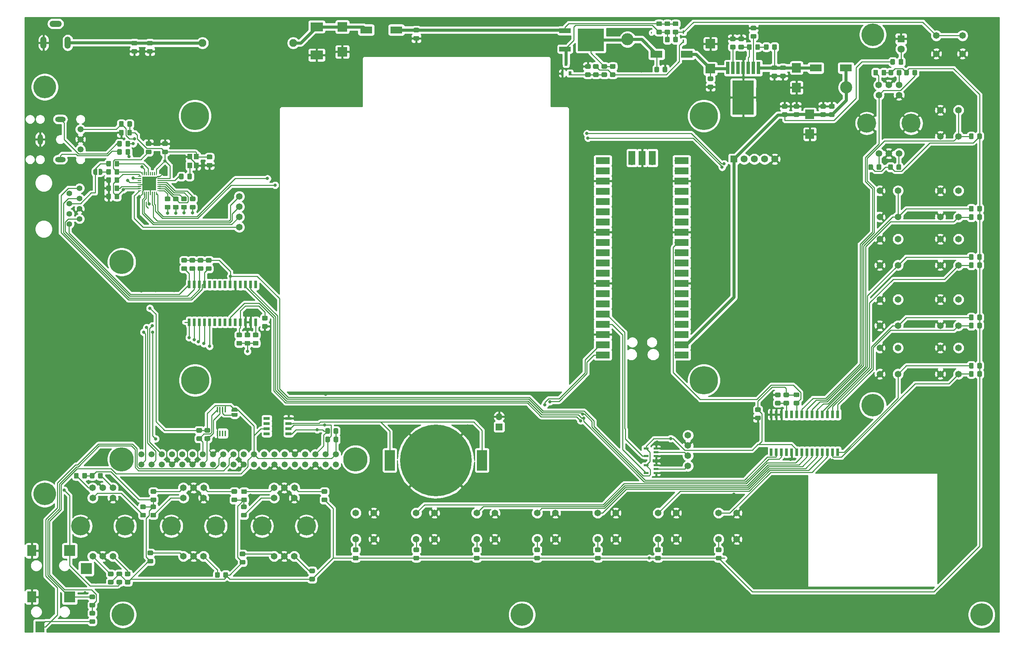
<source format=gbr>
%TF.GenerationSoftware,KiCad,Pcbnew,(5.1.6)-1*%
%TF.CreationDate,2021-02-18T17:35:45+01:00*%
%TF.ProjectId,pihpsdr Controller,70696870-7364-4722-9043-6f6e74726f6c,rev?*%
%TF.SameCoordinates,Original*%
%TF.FileFunction,Copper,L2,Bot*%
%TF.FilePolarity,Positive*%
%FSLAX46Y46*%
G04 Gerber Fmt 4.6, Leading zero omitted, Abs format (unit mm)*
G04 Created by KiCad (PCBNEW (5.1.6)-1) date 2021-02-18 17:35:45*
%MOMM*%
%LPD*%
G01*
G04 APERTURE LIST*
%TA.AperFunction,SMDPad,CuDef*%
%ADD10R,1.150000X1.400000*%
%TD*%
%TA.AperFunction,SMDPad,CuDef*%
%ADD11C,17.800000*%
%TD*%
%TA.AperFunction,SMDPad,CuDef*%
%ADD12R,2.500000X5.100000*%
%TD*%
%TA.AperFunction,SMDPad,CuDef*%
%ADD13R,5.350000X8.540000*%
%TD*%
%TA.AperFunction,SMDPad,CuDef*%
%ADD14R,0.890000X3.060000*%
%TD*%
%TA.AperFunction,ComponentPad*%
%ADD15C,1.650000*%
%TD*%
%TA.AperFunction,SMDPad,CuDef*%
%ADD16R,0.700000X1.000000*%
%TD*%
%TA.AperFunction,SMDPad,CuDef*%
%ADD17R,2.850000X1.250000*%
%TD*%
%TA.AperFunction,SMDPad,CuDef*%
%ADD18R,6.500000X5.550000*%
%TD*%
%TA.AperFunction,SMDPad,CuDef*%
%ADD19R,3.000000X1.800000*%
%TD*%
%TA.AperFunction,SMDPad,CuDef*%
%ADD20R,2.200000X2.800000*%
%TD*%
%TA.AperFunction,SMDPad,CuDef*%
%ADD21R,2.800000X2.800000*%
%TD*%
%TA.AperFunction,ComponentPad*%
%ADD22O,1.508000X3.016000*%
%TD*%
%TA.AperFunction,ComponentPad*%
%ADD23O,3.016000X1.508000*%
%TD*%
%TA.AperFunction,ComponentPad*%
%ADD24C,1.725000*%
%TD*%
%TA.AperFunction,ComponentPad*%
%ADD25R,1.725000X1.725000*%
%TD*%
%TA.AperFunction,ComponentPad*%
%ADD26O,2.616000X1.308000*%
%TD*%
%TA.AperFunction,ComponentPad*%
%ADD27C,1.508000*%
%TD*%
%TA.AperFunction,ComponentPad*%
%ADD28O,1.308000X2.616000*%
%TD*%
%TA.AperFunction,ComponentPad*%
%ADD29C,6.000000*%
%TD*%
%TA.AperFunction,ComponentPad*%
%ADD30C,1.509000*%
%TD*%
%TA.AperFunction,ComponentPad*%
%ADD31C,1.400000*%
%TD*%
%TA.AperFunction,SMDPad,CuDef*%
%ADD32R,1.525000X0.700000*%
%TD*%
%TA.AperFunction,SMDPad,CuDef*%
%ADD33R,1.250000X0.500000*%
%TD*%
%TA.AperFunction,SMDPad,CuDef*%
%ADD34R,0.450000X1.475000*%
%TD*%
%TA.AperFunction,SMDPad,CuDef*%
%ADD35R,0.650000X1.850000*%
%TD*%
%TA.AperFunction,ComponentPad*%
%ADD36C,1.950000*%
%TD*%
%TA.AperFunction,ComponentPad*%
%ADD37C,4.708000*%
%TD*%
%TA.AperFunction,SMDPad,CuDef*%
%ADD38R,0.460000X0.840000*%
%TD*%
%TA.AperFunction,SMDPad,CuDef*%
%ADD39R,3.150000X2.200000*%
%TD*%
%TA.AperFunction,SMDPad,CuDef*%
%ADD40R,2.250000X2.350000*%
%TD*%
%TA.AperFunction,SMDPad,CuDef*%
%ADD41R,2.450000X2.350000*%
%TD*%
%TA.AperFunction,ComponentPad*%
%ADD42O,1.700000X1.700000*%
%TD*%
%TA.AperFunction,ComponentPad*%
%ADD43R,1.700000X1.700000*%
%TD*%
%TA.AperFunction,SMDPad,CuDef*%
%ADD44R,1.700000X3.500000*%
%TD*%
%TA.AperFunction,SMDPad,CuDef*%
%ADD45R,3.500000X1.700000*%
%TD*%
%TA.AperFunction,ComponentPad*%
%ADD46C,5.600000*%
%TD*%
%TA.AperFunction,SMDPad,CuDef*%
%ADD47C,0.100000*%
%TD*%
%TA.AperFunction,SMDPad,CuDef*%
%ADD48R,3.450000X3.450000*%
%TD*%
%TA.AperFunction,SMDPad,CuDef*%
%ADD49O,0.875000X0.250000*%
%TD*%
%TA.AperFunction,SMDPad,CuDef*%
%ADD50O,0.250000X0.875000*%
%TD*%
%TA.AperFunction,ComponentPad*%
%ADD51C,7.000000*%
%TD*%
%TA.AperFunction,SMDPad,CuDef*%
%ADD52C,3.000000*%
%TD*%
%TA.AperFunction,ComponentPad*%
%ADD53C,1.800000*%
%TD*%
%TA.AperFunction,ComponentPad*%
%ADD54R,1.800000X1.800000*%
%TD*%
%TA.AperFunction,ViaPad*%
%ADD55C,0.800000*%
%TD*%
%TA.AperFunction,Conductor*%
%ADD56C,0.250000*%
%TD*%
%TA.AperFunction,Conductor*%
%ADD57C,0.800000*%
%TD*%
%TA.AperFunction,Conductor*%
%ADD58C,0.254000*%
%TD*%
G04 APERTURE END LIST*
D10*
%TO.P,Y1,4*%
%TO.N,GND*%
X66618000Y-50298000D03*
%TO.P,Y1,3*%
%TO.N,Net-(R4-Pad2)*%
X66618000Y-52498000D03*
%TO.P,Y1,2*%
%TO.N,GND*%
X68218000Y-52498000D03*
%TO.P,Y1,1*%
%TO.N,PI_3V3*%
X68218000Y-50298000D03*
%TD*%
D11*
%TO.P,U2,3*%
%TO.N,GND*%
X127616000Y-125693000D03*
D12*
%TO.P,U2,2*%
%TO.N,Net-(IC7-Pad6)*%
X116166000Y-125693000D03*
%TO.P,U2,1*%
X139066000Y-125693000D03*
%TD*%
D13*
%TO.P,U1,8*%
%TO.N,GND*%
X203863000Y-35589000D03*
D14*
%TO.P,U1,7*%
%TO.N,Net-(C27-Pad1)*%
X207673000Y-28284000D03*
%TO.P,U1,6*%
%TO.N,Net-(C26-Pad1)*%
X206403000Y-28284000D03*
%TO.P,U1,5*%
%TO.N,Net-(R60-Pad2)*%
X205133000Y-28284000D03*
%TO.P,U1,4*%
%TO.N,GND*%
X203863000Y-28284000D03*
%TO.P,U1,3*%
%TO.N,N/C*%
X202593000Y-28284000D03*
%TO.P,U1,2*%
%TO.N,Net-(R59-Pad2)*%
X201323000Y-28284000D03*
%TO.P,U1,1*%
%TO.N,Net-(C22-Pad1)*%
X200053000Y-28284000D03*
%TD*%
D15*
%TO.P,SW16,2*%
%TO.N,GND*%
X202250000Y-138750000D03*
X202250000Y-145250000D03*
%TO.P,SW16,1*%
%TO.N,SW16*%
X197750000Y-138750000D03*
X197750000Y-145250000D03*
%TD*%
%TO.P,SW15,2*%
%TO.N,GND*%
X187250000Y-138750000D03*
X187250000Y-145250000D03*
%TO.P,SW15,1*%
%TO.N,SW15*%
X182750000Y-138750000D03*
X182750000Y-145250000D03*
%TD*%
%TO.P,SW14,2*%
%TO.N,GND*%
X172250000Y-138750000D03*
X172250000Y-145250000D03*
%TO.P,SW14,1*%
%TO.N,SW14*%
X167750000Y-138750000D03*
X167750000Y-145250000D03*
%TD*%
%TO.P,SW13,2*%
%TO.N,GND*%
X157250000Y-138750000D03*
X157250000Y-145250000D03*
%TO.P,SW13,1*%
%TO.N,SW13*%
X152750000Y-138750000D03*
X152750000Y-145250000D03*
%TD*%
%TO.P,SW12,2*%
%TO.N,GND*%
X142250000Y-138750000D03*
X142250000Y-145250000D03*
%TO.P,SW12,1*%
%TO.N,SW12*%
X137750000Y-138750000D03*
X137750000Y-145250000D03*
%TD*%
%TO.P,SW11,2*%
%TO.N,GND*%
X127250000Y-138750000D03*
X127250000Y-145250000D03*
%TO.P,SW11,1*%
%TO.N,SW11*%
X122750000Y-138750000D03*
X122750000Y-145250000D03*
%TD*%
%TO.P,SW10,2*%
%TO.N,GND*%
X112250000Y-138750000D03*
X112250000Y-145250000D03*
%TO.P,SW10,1*%
%TO.N,SW10*%
X107750000Y-138750000D03*
X107750000Y-145250000D03*
%TD*%
%TO.P,SW9,2*%
%TO.N,GND*%
X252750000Y-104250000D03*
X252750000Y-97750000D03*
%TO.P,SW9,1*%
%TO.N,SW9*%
X257250000Y-104250000D03*
X257250000Y-97750000D03*
%TD*%
%TO.P,SW8,2*%
%TO.N,GND*%
X237750000Y-104250000D03*
X237750000Y-97750000D03*
%TO.P,SW8,1*%
%TO.N,SW8*%
X242250000Y-104250000D03*
X242250000Y-97750000D03*
%TD*%
%TO.P,SW7,2*%
%TO.N,GND*%
X252750000Y-92250000D03*
X252750000Y-85750000D03*
%TO.P,SW7,1*%
%TO.N,SW7*%
X257250000Y-92250000D03*
X257250000Y-85750000D03*
%TD*%
%TO.P,SW6,2*%
%TO.N,GND*%
X237750000Y-92250000D03*
X237750000Y-85750000D03*
%TO.P,SW6,1*%
%TO.N,SW6*%
X242250000Y-92250000D03*
X242250000Y-85750000D03*
%TD*%
%TO.P,SW5,2*%
%TO.N,GND*%
X252750000Y-77250000D03*
X252750000Y-70750000D03*
%TO.P,SW5,1*%
%TO.N,SW5*%
X257250000Y-77250000D03*
X257250000Y-70750000D03*
%TD*%
%TO.P,SW4,2*%
%TO.N,GND*%
X237750000Y-77250000D03*
X237750000Y-70750000D03*
%TO.P,SW4,1*%
%TO.N,SW4*%
X242250000Y-77250000D03*
X242250000Y-70750000D03*
%TD*%
%TO.P,SW3,2*%
%TO.N,GND*%
X252750000Y-65250000D03*
X252750000Y-58750000D03*
%TO.P,SW3,1*%
%TO.N,SW3*%
X257250000Y-65250000D03*
X257250000Y-58750000D03*
%TD*%
%TO.P,SW2,2*%
%TO.N,GND*%
X237750000Y-65250000D03*
X237750000Y-58750000D03*
%TO.P,SW2,1*%
%TO.N,SW2*%
X242250000Y-65250000D03*
X242250000Y-58750000D03*
%TD*%
%TO.P,SW1,2*%
%TO.N,GND*%
X252750000Y-45250000D03*
X252750000Y-38750000D03*
%TO.P,SW1,1*%
%TO.N,SW1*%
X257250000Y-45250000D03*
X257250000Y-38750000D03*
%TD*%
%TO.P,SW0,2*%
%TO.N,GND*%
X258250000Y-24750000D03*
X251750000Y-24750000D03*
%TO.P,SW0,1*%
%TO.N,Net-(C17-Pad2)*%
X258250000Y-20250000D03*
X251750000Y-20250000D03*
%TD*%
D16*
%TO.P,Q2,3*%
%TO.N,Net-(C17-Pad1)*%
X159921000Y-27211000D03*
%TO.P,Q2,2*%
%TO.N,GND*%
X158971000Y-29611000D03*
%TO.P,Q2,1*%
%TO.N,Net-(C20-Pad2)*%
X160871000Y-29611000D03*
%TD*%
D17*
%TO.P,Q1,3*%
%TO.N,Net-(C19-Pad1)*%
X159667800Y-19019000D03*
D18*
%TO.P,Q1,2*%
%TO.N,Net-(C20-Pad1)*%
X166067800Y-21299000D03*
D17*
%TO.P,Q1,1*%
%TO.N,Net-(C17-Pad1)*%
X159667800Y-23579000D03*
%TD*%
D19*
%TO.P,L3,2*%
%TO.N,+5V*%
X229330000Y-28284000D03*
%TO.P,L3,1*%
%TO.N,Net-(C27-Pad1)*%
X221830000Y-28284000D03*
%TD*%
%TO.P,L2,2*%
%TO.N,Net-(C18-Pad1)*%
X110324000Y-18822500D03*
%TO.P,L2,1*%
%TO.N,Net-(C19-Pad1)*%
X117824000Y-18822500D03*
%TD*%
%TO.P,L1,2*%
%TO.N,Net-(C20-Pad1)*%
X182358400Y-24855000D03*
%TO.P,L1,1*%
%TO.N,Net-(C22-Pad1)*%
X189858400Y-24855000D03*
%TD*%
D20*
%TO.P,J9,1*%
%TO.N,GND*%
X27389000Y-148100000D03*
D21*
%TO.P,J9,2*%
%TO.N,EXT_PTT*%
X36789000Y-148100000D03*
%TO.P,J9,10*%
%TO.N,N/C*%
X40889000Y-152550000D03*
%TD*%
D22*
%TO.P,J8,1*%
%TO.N,/Power Supply/13.8Vunfused*%
X36300000Y-22000000D03*
%TO.P,J8,2*%
%TO.N,GND*%
X30300000Y-22000000D03*
D23*
%TO.P,J8,3*%
%TO.N,N/C*%
X33300000Y-17300000D03*
%TD*%
D24*
%TO.P,J6,5*%
%TO.N,GND*%
X211690000Y-50890000D03*
%TO.P,J6,4*%
%TO.N,SCL*%
X209150000Y-50890000D03*
%TO.P,J6,3*%
%TO.N,SDA*%
X206610000Y-50890000D03*
%TO.P,J6,2*%
%TO.N,N/C*%
X204070000Y-50890000D03*
D25*
%TO.P,J6,1*%
%TO.N,+5V*%
X201530000Y-50890000D03*
%TD*%
D20*
%TO.P,J5,3*%
%TO.N,CW_R*%
X29400000Y-167000000D03*
%TO.P,J5,1*%
%TO.N,GND*%
X27400000Y-159600000D03*
D21*
%TO.P,J5,2*%
%TO.N,CW_L*%
X36800000Y-159600000D03*
%TD*%
D26*
%TO.P,J4,3*%
%TO.N,Net-(C8-Pad1)*%
X34461500Y-51000500D03*
%TO.P,J4,2*%
%TO.N,Net-(C7-Pad1)*%
X34461500Y-41000500D03*
D27*
%TO.P,J4,6*%
%TO.N,JACK_DETECT*%
X39461500Y-43500500D03*
%TO.P,J4,5*%
%TO.N,GND*%
X39461500Y-46000500D03*
%TO.P,J4,4*%
%TO.N,N/C*%
X39461500Y-48500500D03*
D28*
%TO.P,J4,1*%
%TO.N,GND*%
X29461500Y-46000500D03*
%TD*%
D29*
%TO.P,J3,GND*%
%TO.N,N/C*%
X49670000Y-76430000D03*
X107670000Y-125430000D03*
X49670000Y-125430000D03*
D30*
%TO.P,J3,1*%
%TO.N,PI_3V3*%
X102800000Y-124160000D03*
%TO.P,J3,3*%
%TO.N,SDA*%
X100260000Y-124160000D03*
%TO.P,J3,5*%
%TO.N,SCL*%
X97720000Y-124160000D03*
%TO.P,J3,7*%
%TO.N,N/C*%
X95180000Y-124160000D03*
%TO.P,J3,9*%
%TO.N,GND*%
X92640000Y-124160000D03*
%TO.P,J3,11*%
%TO.N,N/C*%
X90100000Y-124160000D03*
%TO.P,J3,13*%
X87560000Y-124160000D03*
%TO.P,J3,15*%
X85020000Y-124160000D03*
%TO.P,J3,17*%
%TO.N,PI_3V3*%
X82480000Y-124160000D03*
%TO.P,J3,19*%
%TO.N,CW_SIDETONE*%
X79940000Y-124160000D03*
%TO.P,J3,21*%
%TO.N,CW_L*%
X77400000Y-124160000D03*
%TO.P,J3,23*%
%TO.N,CW_R*%
X74860000Y-124160000D03*
%TO.P,J3,25*%
%TO.N,GND*%
X72320000Y-124160000D03*
%TO.P,J3,27*%
%TO.N,ID_SD*%
X69780000Y-124160000D03*
%TO.P,J3,29*%
%TO.N,N/C*%
X67240000Y-124160000D03*
%TO.P,J3,31*%
X64700000Y-124160000D03*
%TO.P,J3,33*%
X62160000Y-124160000D03*
%TO.P,J3,35*%
%TO.N,I2S_LRCLK*%
X59620000Y-124160000D03*
%TO.P,J3,37*%
%TO.N,N/C*%
X57080000Y-124160000D03*
%TO.P,J3,39*%
%TO.N,GND*%
X54540000Y-124160000D03*
%TO.P,J3,2*%
%TO.N,+5V*%
X102800000Y-126700000D03*
%TO.P,J3,4*%
X100260000Y-126700000D03*
%TO.P,J3,6*%
%TO.N,GND*%
X97720000Y-126700000D03*
%TO.P,J3,8*%
%TO.N,PICO_RX*%
X95180000Y-126700000D03*
%TO.P,J3,10*%
%TO.N,PICO_TX*%
X92640000Y-126700000D03*
%TO.P,J3,12*%
%TO.N,I2S_CLK*%
X90100000Y-126700000D03*
%TO.P,J3,14*%
%TO.N,GND*%
X87560000Y-126700000D03*
%TO.P,J3,16*%
%TO.N,N/C*%
X85020000Y-126700000D03*
%TO.P,J3,18*%
X82480000Y-126700000D03*
%TO.P,J3,20*%
%TO.N,GND*%
X79940000Y-126700000D03*
%TO.P,J3,22*%
%TO.N,N/C*%
X77400000Y-126700000D03*
%TO.P,J3,24*%
X74860000Y-126700000D03*
%TO.P,J3,26*%
X72320000Y-126700000D03*
%TO.P,J3,28*%
%TO.N,ID_SC*%
X69780000Y-126700000D03*
%TO.P,J3,30*%
%TO.N,GND*%
X67240000Y-126700000D03*
%TO.P,J3,32*%
%TO.N,N/C*%
X64700000Y-126700000D03*
%TO.P,J3,34*%
%TO.N,GND*%
X62160000Y-126700000D03*
%TO.P,J3,36*%
%TO.N,N/C*%
X59620000Y-126700000D03*
%TO.P,J3,38*%
%TO.N,I2S_ADC*%
X57080000Y-126700000D03*
%TO.P,J3,40*%
%TO.N,I2S_DAC*%
X54540000Y-126700000D03*
%TD*%
D15*
%TO.P,J2,4*%
%TO.N,SPK_R-*%
X78848000Y-60161000D03*
%TO.P,J2,3*%
%TO.N,SPK_R+*%
X78848000Y-62701000D03*
%TO.P,J2,2*%
%TO.N,SPK_L-*%
X78848000Y-65241000D03*
%TO.P,J2,1*%
%TO.N,SPK_L+*%
X78848000Y-67781000D03*
%TD*%
D31*
%TO.P,J1,8*%
%TO.N,MIC_FAST_SCAN*%
X39240000Y-58110000D03*
%TO.P,J1,7*%
%TO.N,GND*%
X36700000Y-59380000D03*
%TO.P,J1,6*%
%TO.N,MIC_PTT*%
X39240000Y-60650000D03*
%TO.P,J1,5*%
%TO.N,MIC+*%
X36700000Y-61920000D03*
%TO.P,J1,4*%
%TO.N,GND*%
X39240000Y-63190000D03*
%TO.P,J1,3*%
%TO.N,+5V*%
X36700000Y-64460000D03*
%TO.P,J1,2*%
%TO.N,MIC_BTN_UP*%
X39240000Y-65730000D03*
%TO.P,J1,1*%
%TO.N,MIC_BTN_DOWN*%
X36700000Y-67000000D03*
%TD*%
D32*
%TO.P,IC7,8*%
%TO.N,SCL*%
X91085000Y-119089000D03*
%TO.P,IC7,7*%
%TO.N,SDA*%
X91085000Y-117819000D03*
%TO.P,IC7,6*%
%TO.N,Net-(IC7-Pad6)*%
X91085000Y-116549000D03*
%TO.P,IC7,5*%
%TO.N,GND*%
X91085000Y-115279000D03*
%TO.P,IC7,4*%
%TO.N,N/C*%
X85661000Y-115279000D03*
%TO.P,IC7,3*%
X85661000Y-116549000D03*
%TO.P,IC7,2*%
%TO.N,PI_3V3*%
X85661000Y-117819000D03*
%TO.P,IC7,1*%
%TO.N,N/C*%
X85661000Y-119089000D03*
%TD*%
D33*
%TO.P,IC5,5*%
%TO.N,+3V3*%
X179753000Y-126902000D03*
%TO.P,IC5,4*%
%TO.N,ENC1-*%
X179753000Y-128802000D03*
%TO.P,IC5,3*%
%TO.N,GND*%
X182253000Y-128802000D03*
%TO.P,IC5,2*%
%TO.N,Net-(ENC1-Pad4)*%
X182253000Y-127852000D03*
%TO.P,IC5,1*%
%TO.N,GND*%
X182253000Y-126902000D03*
%TD*%
%TO.P,IC4,5*%
%TO.N,+3V3*%
X179753000Y-122711000D03*
%TO.P,IC4,4*%
%TO.N,ENC1+*%
X179753000Y-124611000D03*
%TO.P,IC4,3*%
%TO.N,GND*%
X182253000Y-124611000D03*
%TO.P,IC4,2*%
%TO.N,Net-(ENC1-Pad3)*%
X182253000Y-123661000D03*
%TO.P,IC4,1*%
%TO.N,GND*%
X182253000Y-122711000D03*
%TD*%
D34*
%TO.P,IC3,8*%
%TO.N,PI_3V3*%
X75352600Y-113103000D03*
%TO.P,IC3,7*%
%TO.N,Net-(IC3-Pad7)*%
X74702600Y-113103000D03*
%TO.P,IC3,6*%
%TO.N,ID_SC*%
X74052600Y-113103000D03*
%TO.P,IC3,5*%
%TO.N,ID_SD*%
X73402600Y-113103000D03*
%TO.P,IC3,4*%
%TO.N,GND*%
X73402600Y-118979000D03*
%TO.P,IC3,3*%
%TO.N,N/C*%
X74052600Y-118979000D03*
%TO.P,IC3,2*%
X74702600Y-118979000D03*
%TO.P,IC3,1*%
X75352600Y-118979000D03*
%TD*%
D35*
%TO.P,IC2,28*%
%TO.N,SW10*%
X66449000Y-91379000D03*
%TO.P,IC2,27*%
%TO.N,ENC4_BTN*%
X67719000Y-91379000D03*
%TO.P,IC2,26*%
%TO.N,ENC3_BTN*%
X68989000Y-91379000D03*
%TO.P,IC2,25*%
%TO.N,ENC2_BTN*%
X70259000Y-91379000D03*
%TO.P,IC2,24*%
%TO.N,EXT_PTT*%
X71529000Y-91379000D03*
%TO.P,IC2,23*%
%TO.N,N/C*%
X72799000Y-91379000D03*
%TO.P,IC2,22*%
X74069000Y-91379000D03*
%TO.P,IC2,21*%
X75339000Y-91379000D03*
%TO.P,IC2,20*%
%TO.N,IC2_INT*%
X76609000Y-91379000D03*
%TO.P,IC2,19*%
%TO.N,N/C*%
X77879000Y-91379000D03*
%TO.P,IC2,18*%
%TO.N,Net-(C35-Pad1)*%
X79149000Y-91379000D03*
%TO.P,IC2,17*%
%TO.N,GND*%
X80419000Y-91379000D03*
%TO.P,IC2,16*%
X81689000Y-91379000D03*
%TO.P,IC2,15*%
%TO.N,Net-(IC2-Pad15)*%
X82959000Y-91379000D03*
%TO.P,IC2,14*%
%TO.N,N/C*%
X82959000Y-82029000D03*
%TO.P,IC2,13*%
%TO.N,SDA1*%
X81689000Y-82029000D03*
%TO.P,IC2,12*%
%TO.N,SCL1*%
X80419000Y-82029000D03*
%TO.P,IC2,11*%
%TO.N,N/C*%
X79149000Y-82029000D03*
%TO.P,IC2,10*%
%TO.N,GND*%
X77879000Y-82029000D03*
%TO.P,IC2,9*%
%TO.N,+3V3*%
X76609000Y-82029000D03*
%TO.P,IC2,8*%
%TO.N,N/C*%
X75339000Y-82029000D03*
%TO.P,IC2,7*%
X74069000Y-82029000D03*
%TO.P,IC2,6*%
X72799000Y-82029000D03*
%TO.P,IC2,5*%
X71529000Y-82029000D03*
%TO.P,IC2,4*%
%TO.N,MIC_FAST_SCAN*%
X70259000Y-82029000D03*
%TO.P,IC2,3*%
%TO.N,MIC_PTT*%
X68989000Y-82029000D03*
%TO.P,IC2,2*%
%TO.N,MIC_BTN_UP*%
X67719000Y-82029000D03*
%TO.P,IC2,1*%
%TO.N,MIC_BTN_DOWN*%
X66449000Y-82029000D03*
%TD*%
%TO.P,IC1,28*%
%TO.N,SW7*%
X227311000Y-114287000D03*
%TO.P,IC1,27*%
%TO.N,SW6*%
X226041000Y-114287000D03*
%TO.P,IC1,26*%
%TO.N,SW5*%
X224771000Y-114287000D03*
%TO.P,IC1,25*%
%TO.N,SW4*%
X223501000Y-114287000D03*
%TO.P,IC1,24*%
%TO.N,SW3*%
X222231000Y-114287000D03*
%TO.P,IC1,23*%
%TO.N,SW2*%
X220961000Y-114287000D03*
%TO.P,IC1,22*%
%TO.N,SW1*%
X219691000Y-114287000D03*
%TO.P,IC1,21*%
%TO.N,ENC5_BTN*%
X218421000Y-114287000D03*
%TO.P,IC1,20*%
%TO.N,IC1_INT*%
X217151000Y-114287000D03*
%TO.P,IC1,19*%
%TO.N,N/C*%
X215881000Y-114287000D03*
%TO.P,IC1,18*%
%TO.N,Net-(C15-Pad1)*%
X214611000Y-114287000D03*
%TO.P,IC1,17*%
%TO.N,GND*%
X213341000Y-114287000D03*
%TO.P,IC1,16*%
X212071000Y-114287000D03*
%TO.P,IC1,15*%
X210801000Y-114287000D03*
%TO.P,IC1,14*%
%TO.N,N/C*%
X210801000Y-123637000D03*
%TO.P,IC1,13*%
%TO.N,SDA1*%
X212071000Y-123637000D03*
%TO.P,IC1,12*%
%TO.N,SCL1*%
X213341000Y-123637000D03*
%TO.P,IC1,11*%
%TO.N,N/C*%
X214611000Y-123637000D03*
%TO.P,IC1,10*%
%TO.N,GND*%
X215881000Y-123637000D03*
%TO.P,IC1,9*%
%TO.N,+3V3*%
X217151000Y-123637000D03*
%TO.P,IC1,8*%
%TO.N,SW11*%
X218421000Y-123637000D03*
%TO.P,IC1,7*%
%TO.N,SW12*%
X219691000Y-123637000D03*
%TO.P,IC1,6*%
%TO.N,SW13*%
X220961000Y-123637000D03*
%TO.P,IC1,5*%
%TO.N,SW14*%
X222231000Y-123637000D03*
%TO.P,IC1,4*%
%TO.N,SW15*%
X223501000Y-123637000D03*
%TO.P,IC1,3*%
%TO.N,SW16*%
X224771000Y-123637000D03*
%TO.P,IC1,2*%
%TO.N,SW9*%
X226041000Y-123637000D03*
%TO.P,IC1,1*%
%TO.N,SW8*%
X227311000Y-123637000D03*
%TD*%
D36*
%TO.P,F1,2*%
%TO.N,/Power Supply/13.8Vunfused*%
X69740500Y-22061000D03*
%TO.P,F1,1*%
%TO.N,Net-(C18-Pad1)*%
X92240500Y-22061000D03*
%TD*%
D37*
%TO.P,ENC5,MH2*%
%TO.N,GND*%
X245500000Y-42000000D03*
%TO.P,ENC5,MH1*%
X234500000Y-42000000D03*
D15*
%TO.P,ENC5,E1*%
X242500000Y-35000000D03*
%TO.P,ENC5,D1*%
%TO.N,ENC5_BTN*%
X237500000Y-35000000D03*
%TO.P,ENC5,C2*%
%TO.N,GND*%
X240000000Y-32500000D03*
%TO.P,ENC5,C1*%
X240000000Y-49500000D03*
%TO.P,ENC5,B2*%
%TO.N,ENC5_B2*%
X242540000Y-32500000D03*
%TO.P,ENC5,B1*%
%TO.N,ENC5_B1*%
X242500000Y-49500000D03*
%TO.P,ENC5,A2*%
%TO.N,ENC5_A2*%
X237460000Y-32500000D03*
%TO.P,ENC5,A1*%
%TO.N,ENC5_A1*%
X237500000Y-49500000D03*
%TD*%
D37*
%TO.P,ENC4,MH2*%
%TO.N,GND*%
X95500000Y-142000000D03*
%TO.P,ENC4,MH1*%
X84500000Y-142000000D03*
D15*
%TO.P,ENC4,E1*%
X92500000Y-135000000D03*
%TO.P,ENC4,D1*%
%TO.N,ENC4_BTN*%
X87500000Y-135000000D03*
%TO.P,ENC4,C2*%
%TO.N,GND*%
X90000000Y-132500000D03*
%TO.P,ENC4,C1*%
X90000000Y-149500000D03*
%TO.P,ENC4,B2*%
%TO.N,ENC4_B2*%
X92540000Y-132500000D03*
%TO.P,ENC4,B1*%
%TO.N,ENC4_B1*%
X92500000Y-149500000D03*
%TO.P,ENC4,A2*%
%TO.N,ENC4_A2*%
X87460000Y-132500000D03*
%TO.P,ENC4,A1*%
%TO.N,ENC4_A1*%
X87500000Y-149500000D03*
%TD*%
D37*
%TO.P,ENC3,MH2*%
%TO.N,GND*%
X73000000Y-142000000D03*
%TO.P,ENC3,MH1*%
X62000000Y-142000000D03*
D15*
%TO.P,ENC3,E1*%
X70000000Y-135000000D03*
%TO.P,ENC3,D1*%
%TO.N,ENC3_BTN*%
X65000000Y-135000000D03*
%TO.P,ENC3,C2*%
%TO.N,GND*%
X67500000Y-132500000D03*
%TO.P,ENC3,C1*%
X67500000Y-149500000D03*
%TO.P,ENC3,B2*%
%TO.N,ENC3_B2*%
X70040000Y-132500000D03*
%TO.P,ENC3,B1*%
%TO.N,ENC3_B1*%
X70000000Y-149500000D03*
%TO.P,ENC3,A2*%
%TO.N,ENC3_A2*%
X64960000Y-132500000D03*
%TO.P,ENC3,A1*%
%TO.N,ENC3_A1*%
X65000000Y-149500000D03*
%TD*%
D37*
%TO.P,ENC2,MH2*%
%TO.N,GND*%
X50500000Y-142000000D03*
%TO.P,ENC2,MH1*%
X39500000Y-142000000D03*
D15*
%TO.P,ENC2,E1*%
X47500000Y-135000000D03*
%TO.P,ENC2,D1*%
%TO.N,ENC2_BTN*%
X42500000Y-135000000D03*
%TO.P,ENC2,C2*%
%TO.N,GND*%
X45000000Y-132500000D03*
%TO.P,ENC2,C1*%
X45000000Y-149500000D03*
%TO.P,ENC2,B2*%
%TO.N,ENC2_B2*%
X47540000Y-132500000D03*
%TO.P,ENC2,B1*%
%TO.N,ENC2_B1*%
X47500000Y-149500000D03*
%TO.P,ENC2,A2*%
%TO.N,ENC2_A2*%
X42460000Y-132500000D03*
%TO.P,ENC2,A1*%
%TO.N,ENC2_A1*%
X42500000Y-149500000D03*
%TD*%
%TO.P,ENC1,4*%
%TO.N,Net-(ENC1-Pad4)*%
X190147000Y-127090000D03*
%TO.P,ENC1,3*%
%TO.N,Net-(ENC1-Pad3)*%
X190147000Y-124550000D03*
%TO.P,ENC1,2*%
%TO.N,GND*%
X190147000Y-122010000D03*
%TO.P,ENC1,1*%
%TO.N,+5V*%
X190147000Y-119470000D03*
%TD*%
D38*
%TO.P,D3,2*%
%TO.N,Net-(D3-Pad2)*%
X189054800Y-21661600D03*
%TO.P,D3,1*%
%TO.N,Net-(C17-Pad2)*%
X189054800Y-19361600D03*
%TD*%
D39*
%TO.P,D2,2*%
%TO.N,GND*%
X98072000Y-25053000D03*
%TO.P,D2,1*%
%TO.N,Net-(C18-Pad1)*%
X98072000Y-18053000D03*
%TD*%
D40*
%TO.P,C32,2*%
%TO.N,GND*%
X220373000Y-44704000D03*
%TO.P,C32,1*%
%TO.N,+5V*%
X220373000Y-39804000D03*
%TD*%
%TO.P,C29,2*%
%TO.N,GND*%
X217071000Y-33147000D03*
%TO.P,C29,1*%
%TO.N,Net-(C27-Pad1)*%
X217071000Y-28247000D03*
%TD*%
D41*
%TO.P,C22,2*%
%TO.N,GND*%
X195735000Y-22263000D03*
%TO.P,C22,1*%
%TO.N,Net-(C22-Pad1)*%
X195735000Y-28463000D03*
%TD*%
%TO.P,C18,2*%
%TO.N,GND*%
X104422000Y-24272000D03*
%TO.P,C18,1*%
%TO.N,Net-(C18-Pad1)*%
X104422000Y-18072000D03*
%TD*%
%TO.P,C34,2*%
%TO.N,GND*%
%TA.AperFunction,SMDPad,CuDef*%
G36*
G01*
X214600001Y-38375000D02*
X213699999Y-38375000D01*
G75*
G02*
X213450000Y-38125001I0J249999D01*
G01*
X213450000Y-37474999D01*
G75*
G02*
X213699999Y-37225000I249999J0D01*
G01*
X214600001Y-37225000D01*
G75*
G02*
X214850000Y-37474999I0J-249999D01*
G01*
X214850000Y-38125001D01*
G75*
G02*
X214600001Y-38375000I-249999J0D01*
G01*
G37*
%TD.AperFunction*%
%TO.P,C34,1*%
%TO.N,+5V*%
%TA.AperFunction,SMDPad,CuDef*%
G36*
G01*
X214600001Y-40425000D02*
X213699999Y-40425000D01*
G75*
G02*
X213450000Y-40175001I0J249999D01*
G01*
X213450000Y-39524999D01*
G75*
G02*
X213699999Y-39275000I249999J0D01*
G01*
X214600001Y-39275000D01*
G75*
G02*
X214850000Y-39524999I0J-249999D01*
G01*
X214850000Y-40175001D01*
G75*
G02*
X214600001Y-40425000I-249999J0D01*
G01*
G37*
%TD.AperFunction*%
%TD*%
D42*
%TO.P,J7,2*%
%TO.N,GND*%
X143300500Y-114834500D03*
D43*
%TO.P,J7,1*%
%TO.N,CW_SIDETONE*%
X143300500Y-117374500D03*
%TD*%
%TO.P,R67,2*%
%TO.N,CW_L*%
%TA.AperFunction,SMDPad,CuDef*%
G36*
G01*
X42849001Y-160159000D02*
X41948999Y-160159000D01*
G75*
G02*
X41699000Y-159909001I0J249999D01*
G01*
X41699000Y-159258999D01*
G75*
G02*
X41948999Y-159009000I249999J0D01*
G01*
X42849001Y-159009000D01*
G75*
G02*
X43099000Y-159258999I0J-249999D01*
G01*
X43099000Y-159909001D01*
G75*
G02*
X42849001Y-160159000I-249999J0D01*
G01*
G37*
%TD.AperFunction*%
%TO.P,R67,1*%
%TO.N,PI_3V3*%
%TA.AperFunction,SMDPad,CuDef*%
G36*
G01*
X42849001Y-162209000D02*
X41948999Y-162209000D01*
G75*
G02*
X41699000Y-161959001I0J249999D01*
G01*
X41699000Y-161308999D01*
G75*
G02*
X41948999Y-161059000I249999J0D01*
G01*
X42849001Y-161059000D01*
G75*
G02*
X43099000Y-161308999I0J-249999D01*
G01*
X43099000Y-161959001D01*
G75*
G02*
X42849001Y-162209000I-249999J0D01*
G01*
G37*
%TD.AperFunction*%
%TD*%
%TO.P,R66,2*%
%TO.N,CW_R*%
%TA.AperFunction,SMDPad,CuDef*%
G36*
G01*
X41948999Y-165132000D02*
X42849001Y-165132000D01*
G75*
G02*
X43099000Y-165381999I0J-249999D01*
G01*
X43099000Y-166032001D01*
G75*
G02*
X42849001Y-166282000I-249999J0D01*
G01*
X41948999Y-166282000D01*
G75*
G02*
X41699000Y-166032001I0J249999D01*
G01*
X41699000Y-165381999D01*
G75*
G02*
X41948999Y-165132000I249999J0D01*
G01*
G37*
%TD.AperFunction*%
%TO.P,R66,1*%
%TO.N,PI_3V3*%
%TA.AperFunction,SMDPad,CuDef*%
G36*
G01*
X41948999Y-163082000D02*
X42849001Y-163082000D01*
G75*
G02*
X43099000Y-163331999I0J-249999D01*
G01*
X43099000Y-163982001D01*
G75*
G02*
X42849001Y-164232000I-249999J0D01*
G01*
X41948999Y-164232000D01*
G75*
G02*
X41699000Y-163982001I0J249999D01*
G01*
X41699000Y-163331999D01*
G75*
G02*
X41948999Y-163082000I249999J0D01*
G01*
G37*
%TD.AperFunction*%
%TD*%
D42*
%TO.P,IC8,43*%
%TO.N,Net-(IC8-Pad43)*%
X181337000Y-51501000D03*
D44*
X181337000Y-50601000D03*
D43*
%TO.P,IC8,42*%
%TO.N,GND*%
X178797000Y-51501000D03*
D44*
X178797000Y-50601000D03*
D42*
%TO.P,IC8,41*%
%TO.N,Net-(IC8-Pad41)*%
X176257000Y-51501000D03*
D44*
X176257000Y-50601000D03*
D45*
%TO.P,IC8,21*%
%TO.N,ENC5_A2*%
X188587000Y-51271000D03*
%TO.P,IC8,22*%
%TO.N,ENC5_B2*%
X188587000Y-53811000D03*
%TO.P,IC8,23*%
%TO.N,GND*%
X188587000Y-56351000D03*
%TO.P,IC8,24*%
%TO.N,ENC5_A1*%
X188587000Y-58891000D03*
%TO.P,IC8,25*%
%TO.N,ENC5_B1*%
X188587000Y-61431000D03*
%TO.P,IC8,26*%
%TO.N,SDA1*%
X188587000Y-63971000D03*
%TO.P,IC8,27*%
%TO.N,SCL1*%
X188587000Y-66511000D03*
%TO.P,IC8,28*%
%TO.N,GND*%
X188587000Y-69051000D03*
%TO.P,IC8,29*%
%TO.N,IC1_INT*%
X188587000Y-71591000D03*
%TO.P,IC8,30*%
%TO.N,Net-(IC8-Pad30)*%
X188587000Y-74131000D03*
%TO.P,IC8,31*%
%TO.N,IC2_INT*%
X188587000Y-76671000D03*
%TO.P,IC8,32*%
%TO.N,Net-(IC8-Pad32)*%
X188587000Y-79211000D03*
%TO.P,IC8,33*%
%TO.N,GND*%
X188587000Y-81751000D03*
%TO.P,IC8,34*%
%TO.N,Net-(IC8-Pad34)*%
X188587000Y-84291000D03*
%TO.P,IC8,35*%
%TO.N,Net-(IC8-Pad35)*%
X188587000Y-86831000D03*
%TO.P,IC8,36*%
%TO.N,+3V3*%
X188587000Y-89371000D03*
%TO.P,IC8,37*%
%TO.N,Net-(IC8-Pad37)*%
X188587000Y-91911000D03*
%TO.P,IC8,38*%
%TO.N,GND*%
X188587000Y-94451000D03*
%TO.P,IC8,39*%
%TO.N,+5V*%
X188587000Y-96991000D03*
%TO.P,IC8,40*%
%TO.N,Net-(IC8-Pad40)*%
X188587000Y-99531000D03*
%TO.P,IC8,20*%
%TO.N,ENC2_A2*%
X169007000Y-51271000D03*
%TO.P,IC8,19*%
%TO.N,ENC2_B2*%
X169007000Y-53811000D03*
%TO.P,IC8,18*%
%TO.N,GND*%
X169007000Y-56351000D03*
%TO.P,IC8,17*%
%TO.N,ENC2_A1*%
X169007000Y-58891000D03*
%TO.P,IC8,16*%
%TO.N,ENC2_B1*%
X169007000Y-61431000D03*
%TO.P,IC8,15*%
%TO.N,ENC3_A2*%
X169007000Y-63971000D03*
%TO.P,IC8,14*%
%TO.N,ENC3_B2*%
X169007000Y-66511000D03*
%TO.P,IC8,13*%
%TO.N,GND*%
X169007000Y-69051000D03*
%TO.P,IC8,12*%
%TO.N,ENC3_A1*%
X169007000Y-71591000D03*
%TO.P,IC8,11*%
%TO.N,ENC3_B1*%
X169007000Y-74131000D03*
%TO.P,IC8,10*%
%TO.N,ENC4_B2*%
X169007000Y-76671000D03*
%TO.P,IC8,9*%
%TO.N,ENC4_A2*%
X169007000Y-79211000D03*
%TO.P,IC8,8*%
%TO.N,GND*%
X169007000Y-81751000D03*
%TO.P,IC8,7*%
%TO.N,ENC4_A1*%
X169007000Y-84291000D03*
%TO.P,IC8,6*%
%TO.N,ENC4_B1*%
X169007000Y-86831000D03*
%TO.P,IC8,5*%
%TO.N,ENC1+*%
X169007000Y-89371000D03*
%TO.P,IC8,4*%
%TO.N,ENC1-*%
X169007000Y-91911000D03*
%TO.P,IC8,3*%
%TO.N,GND*%
X169007000Y-94451000D03*
%TO.P,IC8,2*%
%TO.N,PICO_RX*%
X169007000Y-96991000D03*
%TO.P,IC8,1*%
%TO.N,PICO_TX*%
X169007000Y-99531000D03*
D42*
%TO.P,IC8,40*%
%TO.N,Net-(IC8-Pad40)*%
X187687000Y-99531000D03*
%TO.P,IC8,39*%
%TO.N,+5V*%
X187687000Y-96991000D03*
D43*
%TO.P,IC8,38*%
%TO.N,GND*%
X187687000Y-94451000D03*
D42*
%TO.P,IC8,37*%
%TO.N,Net-(IC8-Pad37)*%
X187687000Y-91911000D03*
%TO.P,IC8,36*%
%TO.N,+3V3*%
X187687000Y-89371000D03*
%TO.P,IC8,35*%
%TO.N,Net-(IC8-Pad35)*%
X187687000Y-86831000D03*
%TO.P,IC8,34*%
%TO.N,Net-(IC8-Pad34)*%
X187687000Y-84291000D03*
D43*
%TO.P,IC8,33*%
%TO.N,GND*%
X187687000Y-81751000D03*
D42*
%TO.P,IC8,32*%
%TO.N,Net-(IC8-Pad32)*%
X187687000Y-79211000D03*
%TO.P,IC8,31*%
%TO.N,IC2_INT*%
X187687000Y-76671000D03*
%TO.P,IC8,30*%
%TO.N,Net-(IC8-Pad30)*%
X187687000Y-74131000D03*
%TO.P,IC8,29*%
%TO.N,IC1_INT*%
X187687000Y-71591000D03*
D43*
%TO.P,IC8,28*%
%TO.N,GND*%
X187687000Y-69051000D03*
D42*
%TO.P,IC8,27*%
%TO.N,SCL1*%
X187687000Y-66511000D03*
%TO.P,IC8,26*%
%TO.N,SDA1*%
X187687000Y-63971000D03*
%TO.P,IC8,25*%
%TO.N,ENC5_B1*%
X187687000Y-61431000D03*
%TO.P,IC8,24*%
%TO.N,ENC5_A1*%
X187687000Y-58891000D03*
D43*
%TO.P,IC8,23*%
%TO.N,GND*%
X187687000Y-56351000D03*
D42*
%TO.P,IC8,22*%
%TO.N,ENC5_B2*%
X187687000Y-53811000D03*
%TO.P,IC8,21*%
%TO.N,ENC5_A2*%
X187687000Y-51271000D03*
%TO.P,IC8,20*%
%TO.N,ENC2_A2*%
X169907000Y-51271000D03*
%TO.P,IC8,19*%
%TO.N,ENC2_B2*%
X169907000Y-53811000D03*
D43*
%TO.P,IC8,18*%
%TO.N,GND*%
X169907000Y-56351000D03*
D42*
%TO.P,IC8,17*%
%TO.N,ENC2_A1*%
X169907000Y-58891000D03*
%TO.P,IC8,16*%
%TO.N,ENC2_B1*%
X169907000Y-61431000D03*
%TO.P,IC8,15*%
%TO.N,ENC3_A2*%
X169907000Y-63971000D03*
%TO.P,IC8,14*%
%TO.N,ENC3_B2*%
X169907000Y-66511000D03*
D43*
%TO.P,IC8,13*%
%TO.N,GND*%
X169907000Y-69051000D03*
D42*
%TO.P,IC8,12*%
%TO.N,ENC3_A1*%
X169907000Y-71591000D03*
%TO.P,IC8,11*%
%TO.N,ENC3_B1*%
X169907000Y-74131000D03*
%TO.P,IC8,10*%
%TO.N,ENC4_B2*%
X169907000Y-76671000D03*
%TO.P,IC8,9*%
%TO.N,ENC4_A2*%
X169907000Y-79211000D03*
D43*
%TO.P,IC8,8*%
%TO.N,GND*%
X169907000Y-81751000D03*
D42*
%TO.P,IC8,7*%
%TO.N,ENC4_A1*%
X169907000Y-84291000D03*
%TO.P,IC8,6*%
%TO.N,ENC4_B1*%
X169907000Y-86831000D03*
%TO.P,IC8,5*%
%TO.N,ENC1+*%
X169907000Y-89371000D03*
%TO.P,IC8,4*%
%TO.N,ENC1-*%
X169907000Y-91911000D03*
D43*
%TO.P,IC8,3*%
%TO.N,GND*%
X169907000Y-94451000D03*
D42*
%TO.P,IC8,2*%
%TO.N,PICO_RX*%
X169907000Y-96991000D03*
%TO.P,IC8,1*%
%TO.N,PICO_TX*%
X169907000Y-99531000D03*
%TD*%
D46*
%TO.P,H11,1*%
%TO.N,N/C*%
X236000000Y-112000000D03*
%TD*%
%TO.P,H9,1*%
%TO.N,N/C*%
X30600000Y-134000000D03*
%TD*%
%TO.P,R65,2*%
%TO.N,+3V3*%
%TA.AperFunction,SMDPad,CuDef*%
G36*
G01*
X197316999Y-149375000D02*
X198217001Y-149375000D01*
G75*
G02*
X198467000Y-149624999I0J-249999D01*
G01*
X198467000Y-150275001D01*
G75*
G02*
X198217001Y-150525000I-249999J0D01*
G01*
X197316999Y-150525000D01*
G75*
G02*
X197067000Y-150275001I0J249999D01*
G01*
X197067000Y-149624999D01*
G75*
G02*
X197316999Y-149375000I249999J0D01*
G01*
G37*
%TD.AperFunction*%
%TO.P,R65,1*%
%TO.N,SW16*%
%TA.AperFunction,SMDPad,CuDef*%
G36*
G01*
X197316999Y-147325000D02*
X198217001Y-147325000D01*
G75*
G02*
X198467000Y-147574999I0J-249999D01*
G01*
X198467000Y-148225001D01*
G75*
G02*
X198217001Y-148475000I-249999J0D01*
G01*
X197316999Y-148475000D01*
G75*
G02*
X197067000Y-148225001I0J249999D01*
G01*
X197067000Y-147574999D01*
G75*
G02*
X197316999Y-147325000I249999J0D01*
G01*
G37*
%TD.AperFunction*%
%TD*%
%TO.P,R54,2*%
%TO.N,+3V3*%
%TA.AperFunction,SMDPad,CuDef*%
G36*
G01*
X182267499Y-149375000D02*
X183167501Y-149375000D01*
G75*
G02*
X183417500Y-149624999I0J-249999D01*
G01*
X183417500Y-150275001D01*
G75*
G02*
X183167501Y-150525000I-249999J0D01*
G01*
X182267499Y-150525000D01*
G75*
G02*
X182017500Y-150275001I0J249999D01*
G01*
X182017500Y-149624999D01*
G75*
G02*
X182267499Y-149375000I249999J0D01*
G01*
G37*
%TD.AperFunction*%
%TO.P,R54,1*%
%TO.N,SW15*%
%TA.AperFunction,SMDPad,CuDef*%
G36*
G01*
X182267499Y-147325000D02*
X183167501Y-147325000D01*
G75*
G02*
X183417500Y-147574999I0J-249999D01*
G01*
X183417500Y-148225001D01*
G75*
G02*
X183167501Y-148475000I-249999J0D01*
G01*
X182267499Y-148475000D01*
G75*
G02*
X182017500Y-148225001I0J249999D01*
G01*
X182017500Y-147574999D01*
G75*
G02*
X182267499Y-147325000I249999J0D01*
G01*
G37*
%TD.AperFunction*%
%TD*%
%TO.P,R53,2*%
%TO.N,+3V3*%
%TA.AperFunction,SMDPad,CuDef*%
G36*
G01*
X167344999Y-149375000D02*
X168245001Y-149375000D01*
G75*
G02*
X168495000Y-149624999I0J-249999D01*
G01*
X168495000Y-150275001D01*
G75*
G02*
X168245001Y-150525000I-249999J0D01*
G01*
X167344999Y-150525000D01*
G75*
G02*
X167095000Y-150275001I0J249999D01*
G01*
X167095000Y-149624999D01*
G75*
G02*
X167344999Y-149375000I249999J0D01*
G01*
G37*
%TD.AperFunction*%
%TO.P,R53,1*%
%TO.N,SW14*%
%TA.AperFunction,SMDPad,CuDef*%
G36*
G01*
X167344999Y-147325000D02*
X168245001Y-147325000D01*
G75*
G02*
X168495000Y-147574999I0J-249999D01*
G01*
X168495000Y-148225001D01*
G75*
G02*
X168245001Y-148475000I-249999J0D01*
G01*
X167344999Y-148475000D01*
G75*
G02*
X167095000Y-148225001I0J249999D01*
G01*
X167095000Y-147574999D01*
G75*
G02*
X167344999Y-147325000I249999J0D01*
G01*
G37*
%TD.AperFunction*%
%TD*%
%TO.P,R52,2*%
%TO.N,+3V3*%
%TA.AperFunction,SMDPad,CuDef*%
G36*
G01*
X152295499Y-149375000D02*
X153195501Y-149375000D01*
G75*
G02*
X153445500Y-149624999I0J-249999D01*
G01*
X153445500Y-150275001D01*
G75*
G02*
X153195501Y-150525000I-249999J0D01*
G01*
X152295499Y-150525000D01*
G75*
G02*
X152045500Y-150275001I0J249999D01*
G01*
X152045500Y-149624999D01*
G75*
G02*
X152295499Y-149375000I249999J0D01*
G01*
G37*
%TD.AperFunction*%
%TO.P,R52,1*%
%TO.N,SW13*%
%TA.AperFunction,SMDPad,CuDef*%
G36*
G01*
X152295499Y-147325000D02*
X153195501Y-147325000D01*
G75*
G02*
X153445500Y-147574999I0J-249999D01*
G01*
X153445500Y-148225001D01*
G75*
G02*
X153195501Y-148475000I-249999J0D01*
G01*
X152295499Y-148475000D01*
G75*
G02*
X152045500Y-148225001I0J249999D01*
G01*
X152045500Y-147574999D01*
G75*
G02*
X152295499Y-147325000I249999J0D01*
G01*
G37*
%TD.AperFunction*%
%TD*%
%TO.P,R51,2*%
%TO.N,+3V3*%
%TA.AperFunction,SMDPad,CuDef*%
G36*
G01*
X137309499Y-149375000D02*
X138209501Y-149375000D01*
G75*
G02*
X138459500Y-149624999I0J-249999D01*
G01*
X138459500Y-150275001D01*
G75*
G02*
X138209501Y-150525000I-249999J0D01*
G01*
X137309499Y-150525000D01*
G75*
G02*
X137059500Y-150275001I0J249999D01*
G01*
X137059500Y-149624999D01*
G75*
G02*
X137309499Y-149375000I249999J0D01*
G01*
G37*
%TD.AperFunction*%
%TO.P,R51,1*%
%TO.N,SW12*%
%TA.AperFunction,SMDPad,CuDef*%
G36*
G01*
X137309499Y-147325000D02*
X138209501Y-147325000D01*
G75*
G02*
X138459500Y-147574999I0J-249999D01*
G01*
X138459500Y-148225001D01*
G75*
G02*
X138209501Y-148475000I-249999J0D01*
G01*
X137309499Y-148475000D01*
G75*
G02*
X137059500Y-148225001I0J249999D01*
G01*
X137059500Y-147574999D01*
G75*
G02*
X137309499Y-147325000I249999J0D01*
G01*
G37*
%TD.AperFunction*%
%TD*%
%TO.P,R50,2*%
%TO.N,+3V3*%
%TA.AperFunction,SMDPad,CuDef*%
G36*
G01*
X122323499Y-149375000D02*
X123223501Y-149375000D01*
G75*
G02*
X123473500Y-149624999I0J-249999D01*
G01*
X123473500Y-150275001D01*
G75*
G02*
X123223501Y-150525000I-249999J0D01*
G01*
X122323499Y-150525000D01*
G75*
G02*
X122073500Y-150275001I0J249999D01*
G01*
X122073500Y-149624999D01*
G75*
G02*
X122323499Y-149375000I249999J0D01*
G01*
G37*
%TD.AperFunction*%
%TO.P,R50,1*%
%TO.N,SW11*%
%TA.AperFunction,SMDPad,CuDef*%
G36*
G01*
X122323499Y-147325000D02*
X123223501Y-147325000D01*
G75*
G02*
X123473500Y-147574999I0J-249999D01*
G01*
X123473500Y-148225001D01*
G75*
G02*
X123223501Y-148475000I-249999J0D01*
G01*
X122323499Y-148475000D01*
G75*
G02*
X122073500Y-148225001I0J249999D01*
G01*
X122073500Y-147574999D01*
G75*
G02*
X122323499Y-147325000I249999J0D01*
G01*
G37*
%TD.AperFunction*%
%TD*%
%TO.P,R44,2*%
%TO.N,+3V3*%
%TA.AperFunction,SMDPad,CuDef*%
G36*
G01*
X107273999Y-149375000D02*
X108174001Y-149375000D01*
G75*
G02*
X108424000Y-149624999I0J-249999D01*
G01*
X108424000Y-150275001D01*
G75*
G02*
X108174001Y-150525000I-249999J0D01*
G01*
X107273999Y-150525000D01*
G75*
G02*
X107024000Y-150275001I0J249999D01*
G01*
X107024000Y-149624999D01*
G75*
G02*
X107273999Y-149375000I249999J0D01*
G01*
G37*
%TD.AperFunction*%
%TO.P,R44,1*%
%TO.N,SW10*%
%TA.AperFunction,SMDPad,CuDef*%
G36*
G01*
X107273999Y-147325000D02*
X108174001Y-147325000D01*
G75*
G02*
X108424000Y-147574999I0J-249999D01*
G01*
X108424000Y-148225001D01*
G75*
G02*
X108174001Y-148475000I-249999J0D01*
G01*
X107273999Y-148475000D01*
G75*
G02*
X107024000Y-148225001I0J249999D01*
G01*
X107024000Y-147574999D01*
G75*
G02*
X107273999Y-147325000I249999J0D01*
G01*
G37*
%TD.AperFunction*%
%TD*%
%TO.P,R26,2*%
%TO.N,+3V3*%
%TA.AperFunction,SMDPad,CuDef*%
G36*
G01*
X261907500Y-104680001D02*
X261907500Y-103779999D01*
G75*
G02*
X262157499Y-103530000I249999J0D01*
G01*
X262807501Y-103530000D01*
G75*
G02*
X263057500Y-103779999I0J-249999D01*
G01*
X263057500Y-104680001D01*
G75*
G02*
X262807501Y-104930000I-249999J0D01*
G01*
X262157499Y-104930000D01*
G75*
G02*
X261907500Y-104680001I0J249999D01*
G01*
G37*
%TD.AperFunction*%
%TO.P,R26,1*%
%TO.N,SW9*%
%TA.AperFunction,SMDPad,CuDef*%
G36*
G01*
X259857500Y-104680001D02*
X259857500Y-103779999D01*
G75*
G02*
X260107499Y-103530000I249999J0D01*
G01*
X260757501Y-103530000D01*
G75*
G02*
X261007500Y-103779999I0J-249999D01*
G01*
X261007500Y-104680001D01*
G75*
G02*
X260757501Y-104930000I-249999J0D01*
G01*
X260107499Y-104930000D01*
G75*
G02*
X259857500Y-104680001I0J249999D01*
G01*
G37*
%TD.AperFunction*%
%TD*%
%TO.P,R25,2*%
%TO.N,+3V3*%
%TA.AperFunction,SMDPad,CuDef*%
G36*
G01*
X261916500Y-102648001D02*
X261916500Y-101747999D01*
G75*
G02*
X262166499Y-101498000I249999J0D01*
G01*
X262816501Y-101498000D01*
G75*
G02*
X263066500Y-101747999I0J-249999D01*
G01*
X263066500Y-102648001D01*
G75*
G02*
X262816501Y-102898000I-249999J0D01*
G01*
X262166499Y-102898000D01*
G75*
G02*
X261916500Y-102648001I0J249999D01*
G01*
G37*
%TD.AperFunction*%
%TO.P,R25,1*%
%TO.N,SW8*%
%TA.AperFunction,SMDPad,CuDef*%
G36*
G01*
X259866500Y-102648001D02*
X259866500Y-101747999D01*
G75*
G02*
X260116499Y-101498000I249999J0D01*
G01*
X260766501Y-101498000D01*
G75*
G02*
X261016500Y-101747999I0J-249999D01*
G01*
X261016500Y-102648001D01*
G75*
G02*
X260766501Y-102898000I-249999J0D01*
G01*
X260116499Y-102898000D01*
G75*
G02*
X259866500Y-102648001I0J249999D01*
G01*
G37*
%TD.AperFunction*%
%TD*%
%TO.P,R24,2*%
%TO.N,+3V3*%
%TA.AperFunction,SMDPad,CuDef*%
G36*
G01*
X261907500Y-92678501D02*
X261907500Y-91778499D01*
G75*
G02*
X262157499Y-91528500I249999J0D01*
G01*
X262807501Y-91528500D01*
G75*
G02*
X263057500Y-91778499I0J-249999D01*
G01*
X263057500Y-92678501D01*
G75*
G02*
X262807501Y-92928500I-249999J0D01*
G01*
X262157499Y-92928500D01*
G75*
G02*
X261907500Y-92678501I0J249999D01*
G01*
G37*
%TD.AperFunction*%
%TO.P,R24,1*%
%TO.N,SW7*%
%TA.AperFunction,SMDPad,CuDef*%
G36*
G01*
X259857500Y-92678501D02*
X259857500Y-91778499D01*
G75*
G02*
X260107499Y-91528500I249999J0D01*
G01*
X260757501Y-91528500D01*
G75*
G02*
X261007500Y-91778499I0J-249999D01*
G01*
X261007500Y-92678501D01*
G75*
G02*
X260757501Y-92928500I-249999J0D01*
G01*
X260107499Y-92928500D01*
G75*
G02*
X259857500Y-92678501I0J249999D01*
G01*
G37*
%TD.AperFunction*%
%TD*%
%TO.P,R23,2*%
%TO.N,+3V3*%
%TA.AperFunction,SMDPad,CuDef*%
G36*
G01*
X261907500Y-90646501D02*
X261907500Y-89746499D01*
G75*
G02*
X262157499Y-89496500I249999J0D01*
G01*
X262807501Y-89496500D01*
G75*
G02*
X263057500Y-89746499I0J-249999D01*
G01*
X263057500Y-90646501D01*
G75*
G02*
X262807501Y-90896500I-249999J0D01*
G01*
X262157499Y-90896500D01*
G75*
G02*
X261907500Y-90646501I0J249999D01*
G01*
G37*
%TD.AperFunction*%
%TO.P,R23,1*%
%TO.N,SW6*%
%TA.AperFunction,SMDPad,CuDef*%
G36*
G01*
X259857500Y-90646501D02*
X259857500Y-89746499D01*
G75*
G02*
X260107499Y-89496500I249999J0D01*
G01*
X260757501Y-89496500D01*
G75*
G02*
X261007500Y-89746499I0J-249999D01*
G01*
X261007500Y-90646501D01*
G75*
G02*
X260757501Y-90896500I-249999J0D01*
G01*
X260107499Y-90896500D01*
G75*
G02*
X259857500Y-90646501I0J249999D01*
G01*
G37*
%TD.AperFunction*%
%TD*%
%TO.P,R22,2*%
%TO.N,+3V3*%
%TA.AperFunction,SMDPad,CuDef*%
G36*
G01*
X261907500Y-77692501D02*
X261907500Y-76792499D01*
G75*
G02*
X262157499Y-76542500I249999J0D01*
G01*
X262807501Y-76542500D01*
G75*
G02*
X263057500Y-76792499I0J-249999D01*
G01*
X263057500Y-77692501D01*
G75*
G02*
X262807501Y-77942500I-249999J0D01*
G01*
X262157499Y-77942500D01*
G75*
G02*
X261907500Y-77692501I0J249999D01*
G01*
G37*
%TD.AperFunction*%
%TO.P,R22,1*%
%TO.N,SW5*%
%TA.AperFunction,SMDPad,CuDef*%
G36*
G01*
X259857500Y-77692501D02*
X259857500Y-76792499D01*
G75*
G02*
X260107499Y-76542500I249999J0D01*
G01*
X260757501Y-76542500D01*
G75*
G02*
X261007500Y-76792499I0J-249999D01*
G01*
X261007500Y-77692501D01*
G75*
G02*
X260757501Y-77942500I-249999J0D01*
G01*
X260107499Y-77942500D01*
G75*
G02*
X259857500Y-77692501I0J249999D01*
G01*
G37*
%TD.AperFunction*%
%TD*%
%TO.P,R21,2*%
%TO.N,+3V3*%
%TA.AperFunction,SMDPad,CuDef*%
G36*
G01*
X261898500Y-75660501D02*
X261898500Y-74760499D01*
G75*
G02*
X262148499Y-74510500I249999J0D01*
G01*
X262798501Y-74510500D01*
G75*
G02*
X263048500Y-74760499I0J-249999D01*
G01*
X263048500Y-75660501D01*
G75*
G02*
X262798501Y-75910500I-249999J0D01*
G01*
X262148499Y-75910500D01*
G75*
G02*
X261898500Y-75660501I0J249999D01*
G01*
G37*
%TD.AperFunction*%
%TO.P,R21,1*%
%TO.N,SW4*%
%TA.AperFunction,SMDPad,CuDef*%
G36*
G01*
X259848500Y-75660501D02*
X259848500Y-74760499D01*
G75*
G02*
X260098499Y-74510500I249999J0D01*
G01*
X260748501Y-74510500D01*
G75*
G02*
X260998500Y-74760499I0J-249999D01*
G01*
X260998500Y-75660501D01*
G75*
G02*
X260748501Y-75910500I-249999J0D01*
G01*
X260098499Y-75910500D01*
G75*
G02*
X259848500Y-75660501I0J249999D01*
G01*
G37*
%TD.AperFunction*%
%TD*%
%TO.P,R20,2*%
%TO.N,+3V3*%
%TA.AperFunction,SMDPad,CuDef*%
G36*
G01*
X261907500Y-65754501D02*
X261907500Y-64854499D01*
G75*
G02*
X262157499Y-64604500I249999J0D01*
G01*
X262807501Y-64604500D01*
G75*
G02*
X263057500Y-64854499I0J-249999D01*
G01*
X263057500Y-65754501D01*
G75*
G02*
X262807501Y-66004500I-249999J0D01*
G01*
X262157499Y-66004500D01*
G75*
G02*
X261907500Y-65754501I0J249999D01*
G01*
G37*
%TD.AperFunction*%
%TO.P,R20,1*%
%TO.N,SW3*%
%TA.AperFunction,SMDPad,CuDef*%
G36*
G01*
X259857500Y-65754501D02*
X259857500Y-64854499D01*
G75*
G02*
X260107499Y-64604500I249999J0D01*
G01*
X260757501Y-64604500D01*
G75*
G02*
X261007500Y-64854499I0J-249999D01*
G01*
X261007500Y-65754501D01*
G75*
G02*
X260757501Y-66004500I-249999J0D01*
G01*
X260107499Y-66004500D01*
G75*
G02*
X259857500Y-65754501I0J249999D01*
G01*
G37*
%TD.AperFunction*%
%TD*%
%TO.P,R19,2*%
%TO.N,+3V3*%
%TA.AperFunction,SMDPad,CuDef*%
G36*
G01*
X261907500Y-63659001D02*
X261907500Y-62758999D01*
G75*
G02*
X262157499Y-62509000I249999J0D01*
G01*
X262807501Y-62509000D01*
G75*
G02*
X263057500Y-62758999I0J-249999D01*
G01*
X263057500Y-63659001D01*
G75*
G02*
X262807501Y-63909000I-249999J0D01*
G01*
X262157499Y-63909000D01*
G75*
G02*
X261907500Y-63659001I0J249999D01*
G01*
G37*
%TD.AperFunction*%
%TO.P,R19,1*%
%TO.N,SW2*%
%TA.AperFunction,SMDPad,CuDef*%
G36*
G01*
X259857500Y-63659001D02*
X259857500Y-62758999D01*
G75*
G02*
X260107499Y-62509000I249999J0D01*
G01*
X260757501Y-62509000D01*
G75*
G02*
X261007500Y-62758999I0J-249999D01*
G01*
X261007500Y-63659001D01*
G75*
G02*
X260757501Y-63909000I-249999J0D01*
G01*
X260107499Y-63909000D01*
G75*
G02*
X259857500Y-63659001I0J249999D01*
G01*
G37*
%TD.AperFunction*%
%TD*%
%TO.P,R18,2*%
%TO.N,+3V3*%
%TA.AperFunction,SMDPad,CuDef*%
G36*
G01*
X261907500Y-45688501D02*
X261907500Y-44788499D01*
G75*
G02*
X262157499Y-44538500I249999J0D01*
G01*
X262807501Y-44538500D01*
G75*
G02*
X263057500Y-44788499I0J-249999D01*
G01*
X263057500Y-45688501D01*
G75*
G02*
X262807501Y-45938500I-249999J0D01*
G01*
X262157499Y-45938500D01*
G75*
G02*
X261907500Y-45688501I0J249999D01*
G01*
G37*
%TD.AperFunction*%
%TO.P,R18,1*%
%TO.N,SW1*%
%TA.AperFunction,SMDPad,CuDef*%
G36*
G01*
X259857500Y-45688501D02*
X259857500Y-44788499D01*
G75*
G02*
X260107499Y-44538500I249999J0D01*
G01*
X260757501Y-44538500D01*
G75*
G02*
X261007500Y-44788499I0J-249999D01*
G01*
X261007500Y-45688501D01*
G75*
G02*
X260757501Y-45938500I-249999J0D01*
G01*
X260107499Y-45938500D01*
G75*
G02*
X259857500Y-45688501I0J249999D01*
G01*
G37*
%TD.AperFunction*%
%TD*%
%TO.P,C35,2*%
%TO.N,GND*%
%TA.AperFunction,SMDPad,CuDef*%
G36*
G01*
X84747999Y-91853000D02*
X85648001Y-91853000D01*
G75*
G02*
X85898000Y-92102999I0J-249999D01*
G01*
X85898000Y-92753001D01*
G75*
G02*
X85648001Y-93003000I-249999J0D01*
G01*
X84747999Y-93003000D01*
G75*
G02*
X84498000Y-92753001I0J249999D01*
G01*
X84498000Y-92102999D01*
G75*
G02*
X84747999Y-91853000I249999J0D01*
G01*
G37*
%TD.AperFunction*%
%TO.P,C35,1*%
%TO.N,Net-(C35-Pad1)*%
%TA.AperFunction,SMDPad,CuDef*%
G36*
G01*
X84747999Y-89803000D02*
X85648001Y-89803000D01*
G75*
G02*
X85898000Y-90052999I0J-249999D01*
G01*
X85898000Y-90703001D01*
G75*
G02*
X85648001Y-90953000I-249999J0D01*
G01*
X84747999Y-90953000D01*
G75*
G02*
X84498000Y-90703001I0J249999D01*
G01*
X84498000Y-90052999D01*
G75*
G02*
X84747999Y-89803000I249999J0D01*
G01*
G37*
%TD.AperFunction*%
%TD*%
%TO.P,C16,2*%
%TO.N,GND*%
%TA.AperFunction,SMDPad,CuDef*%
G36*
G01*
X81330001Y-95144000D02*
X80429999Y-95144000D01*
G75*
G02*
X80180000Y-94894001I0J249999D01*
G01*
X80180000Y-94243999D01*
G75*
G02*
X80429999Y-93994000I249999J0D01*
G01*
X81330001Y-93994000D01*
G75*
G02*
X81580000Y-94243999I0J-249999D01*
G01*
X81580000Y-94894001D01*
G75*
G02*
X81330001Y-95144000I-249999J0D01*
G01*
G37*
%TD.AperFunction*%
%TO.P,C16,1*%
%TO.N,+3V3*%
%TA.AperFunction,SMDPad,CuDef*%
G36*
G01*
X81330001Y-97194000D02*
X80429999Y-97194000D01*
G75*
G02*
X80180000Y-96944001I0J249999D01*
G01*
X80180000Y-96293999D01*
G75*
G02*
X80429999Y-96044000I249999J0D01*
G01*
X81330001Y-96044000D01*
G75*
G02*
X81580000Y-96293999I0J-249999D01*
G01*
X81580000Y-96944001D01*
G75*
G02*
X81330001Y-97194000I-249999J0D01*
G01*
G37*
%TD.AperFunction*%
%TD*%
%TO.P,C15,2*%
%TO.N,GND*%
%TA.AperFunction,SMDPad,CuDef*%
G36*
G01*
X212885501Y-110003000D02*
X211985499Y-110003000D01*
G75*
G02*
X211735500Y-109753001I0J249999D01*
G01*
X211735500Y-109102999D01*
G75*
G02*
X211985499Y-108853000I249999J0D01*
G01*
X212885501Y-108853000D01*
G75*
G02*
X213135500Y-109102999I0J-249999D01*
G01*
X213135500Y-109753001D01*
G75*
G02*
X212885501Y-110003000I-249999J0D01*
G01*
G37*
%TD.AperFunction*%
%TO.P,C15,1*%
%TO.N,Net-(C15-Pad1)*%
%TA.AperFunction,SMDPad,CuDef*%
G36*
G01*
X212885501Y-112053000D02*
X211985499Y-112053000D01*
G75*
G02*
X211735500Y-111803001I0J249999D01*
G01*
X211735500Y-111152999D01*
G75*
G02*
X211985499Y-110903000I249999J0D01*
G01*
X212885501Y-110903000D01*
G75*
G02*
X213135500Y-111152999I0J-249999D01*
G01*
X213135500Y-111803001D01*
G75*
G02*
X212885501Y-112053000I-249999J0D01*
G01*
G37*
%TD.AperFunction*%
%TD*%
%TO.P,C1,2*%
%TO.N,GND*%
%TA.AperFunction,SMDPad,CuDef*%
G36*
G01*
X207048999Y-114586000D02*
X207949001Y-114586000D01*
G75*
G02*
X208199000Y-114835999I0J-249999D01*
G01*
X208199000Y-115486001D01*
G75*
G02*
X207949001Y-115736000I-249999J0D01*
G01*
X207048999Y-115736000D01*
G75*
G02*
X206799000Y-115486001I0J249999D01*
G01*
X206799000Y-114835999D01*
G75*
G02*
X207048999Y-114586000I249999J0D01*
G01*
G37*
%TD.AperFunction*%
%TO.P,C1,1*%
%TO.N,+3V3*%
%TA.AperFunction,SMDPad,CuDef*%
G36*
G01*
X207048999Y-112536000D02*
X207949001Y-112536000D01*
G75*
G02*
X208199000Y-112785999I0J-249999D01*
G01*
X208199000Y-113436001D01*
G75*
G02*
X207949001Y-113686000I-249999J0D01*
G01*
X207048999Y-113686000D01*
G75*
G02*
X206799000Y-113436001I0J249999D01*
G01*
X206799000Y-112785999D01*
G75*
G02*
X207048999Y-112536000I249999J0D01*
G01*
G37*
%TD.AperFunction*%
%TD*%
%TO.P,R17,2*%
%TO.N,Net-(IC2-Pad15)*%
%TA.AperFunction,SMDPad,CuDef*%
G36*
G01*
X83362001Y-95144000D02*
X82461999Y-95144000D01*
G75*
G02*
X82212000Y-94894001I0J249999D01*
G01*
X82212000Y-94243999D01*
G75*
G02*
X82461999Y-93994000I249999J0D01*
G01*
X83362001Y-93994000D01*
G75*
G02*
X83612000Y-94243999I0J-249999D01*
G01*
X83612000Y-94894001D01*
G75*
G02*
X83362001Y-95144000I-249999J0D01*
G01*
G37*
%TD.AperFunction*%
%TO.P,R17,1*%
%TO.N,+3V3*%
%TA.AperFunction,SMDPad,CuDef*%
G36*
G01*
X83362001Y-97194000D02*
X82461999Y-97194000D01*
G75*
G02*
X82212000Y-96944001I0J249999D01*
G01*
X82212000Y-96293999D01*
G75*
G02*
X82461999Y-96044000I249999J0D01*
G01*
X83362001Y-96044000D01*
G75*
G02*
X83612000Y-96293999I0J-249999D01*
G01*
X83612000Y-96944001D01*
G75*
G02*
X83362001Y-97194000I-249999J0D01*
G01*
G37*
%TD.AperFunction*%
%TD*%
%TO.P,R16,2*%
%TO.N,Net-(C35-Pad1)*%
%TA.AperFunction,SMDPad,CuDef*%
G36*
G01*
X79298001Y-95144000D02*
X78397999Y-95144000D01*
G75*
G02*
X78148000Y-94894001I0J249999D01*
G01*
X78148000Y-94243999D01*
G75*
G02*
X78397999Y-93994000I249999J0D01*
G01*
X79298001Y-93994000D01*
G75*
G02*
X79548000Y-94243999I0J-249999D01*
G01*
X79548000Y-94894001D01*
G75*
G02*
X79298001Y-95144000I-249999J0D01*
G01*
G37*
%TD.AperFunction*%
%TO.P,R16,1*%
%TO.N,+3V3*%
%TA.AperFunction,SMDPad,CuDef*%
G36*
G01*
X79298001Y-97194000D02*
X78397999Y-97194000D01*
G75*
G02*
X78148000Y-96944001I0J249999D01*
G01*
X78148000Y-96293999D01*
G75*
G02*
X78397999Y-96044000I249999J0D01*
G01*
X79298001Y-96044000D01*
G75*
G02*
X79548000Y-96293999I0J-249999D01*
G01*
X79548000Y-96944001D01*
G75*
G02*
X79298001Y-97194000I-249999J0D01*
G01*
G37*
%TD.AperFunction*%
%TD*%
%TO.P,R15,2*%
%TO.N,Net-(C15-Pad1)*%
%TA.AperFunction,SMDPad,CuDef*%
G36*
G01*
X214080999Y-110903000D02*
X214981001Y-110903000D01*
G75*
G02*
X215231000Y-111152999I0J-249999D01*
G01*
X215231000Y-111803001D01*
G75*
G02*
X214981001Y-112053000I-249999J0D01*
G01*
X214080999Y-112053000D01*
G75*
G02*
X213831000Y-111803001I0J249999D01*
G01*
X213831000Y-111152999D01*
G75*
G02*
X214080999Y-110903000I249999J0D01*
G01*
G37*
%TD.AperFunction*%
%TO.P,R15,1*%
%TO.N,+3V3*%
%TA.AperFunction,SMDPad,CuDef*%
G36*
G01*
X214080999Y-108853000D02*
X214981001Y-108853000D01*
G75*
G02*
X215231000Y-109102999I0J-249999D01*
G01*
X215231000Y-109753001D01*
G75*
G02*
X214981001Y-110003000I-249999J0D01*
G01*
X214080999Y-110003000D01*
G75*
G02*
X213831000Y-109753001I0J249999D01*
G01*
X213831000Y-109102999D01*
G75*
G02*
X214080999Y-108853000I249999J0D01*
G01*
G37*
%TD.AperFunction*%
%TD*%
%TO.P,R14,2*%
%TO.N,ENC5_BTN*%
%TA.AperFunction,SMDPad,CuDef*%
G36*
G01*
X245842000Y-29877001D02*
X245842000Y-28976999D01*
G75*
G02*
X246091999Y-28727000I249999J0D01*
G01*
X246742001Y-28727000D01*
G75*
G02*
X246992000Y-28976999I0J-249999D01*
G01*
X246992000Y-29877001D01*
G75*
G02*
X246742001Y-30127000I-249999J0D01*
G01*
X246091999Y-30127000D01*
G75*
G02*
X245842000Y-29877001I0J249999D01*
G01*
G37*
%TD.AperFunction*%
%TO.P,R14,1*%
%TO.N,+3V3*%
%TA.AperFunction,SMDPad,CuDef*%
G36*
G01*
X243792000Y-29877001D02*
X243792000Y-28976999D01*
G75*
G02*
X244041999Y-28727000I249999J0D01*
G01*
X244692001Y-28727000D01*
G75*
G02*
X244942000Y-28976999I0J-249999D01*
G01*
X244942000Y-29877001D01*
G75*
G02*
X244692001Y-30127000I-249999J0D01*
G01*
X244041999Y-30127000D01*
G75*
G02*
X243792000Y-29877001I0J249999D01*
G01*
G37*
%TD.AperFunction*%
%TD*%
%TO.P,R13,1*%
%TO.N,+3V3*%
%TA.AperFunction,SMDPad,CuDef*%
G36*
G01*
X57061999Y-136666000D02*
X57962001Y-136666000D01*
G75*
G02*
X58212000Y-136915999I0J-249999D01*
G01*
X58212000Y-137566001D01*
G75*
G02*
X57962001Y-137816000I-249999J0D01*
G01*
X57061999Y-137816000D01*
G75*
G02*
X56812000Y-137566001I0J249999D01*
G01*
X56812000Y-136915999D01*
G75*
G02*
X57061999Y-136666000I249999J0D01*
G01*
G37*
%TD.AperFunction*%
%TO.P,R13,2*%
%TO.N,ENC3_BTN*%
%TA.AperFunction,SMDPad,CuDef*%
G36*
G01*
X57061999Y-138716000D02*
X57962001Y-138716000D01*
G75*
G02*
X58212000Y-138965999I0J-249999D01*
G01*
X58212000Y-139616001D01*
G75*
G02*
X57962001Y-139866000I-249999J0D01*
G01*
X57061999Y-139866000D01*
G75*
G02*
X56812000Y-139616001I0J249999D01*
G01*
X56812000Y-138965999D01*
G75*
G02*
X57061999Y-138716000I249999J0D01*
G01*
G37*
%TD.AperFunction*%
%TD*%
%TO.P,R12,2*%
%TO.N,ENC2_BTN*%
%TA.AperFunction,SMDPad,CuDef*%
G36*
G01*
X54521999Y-138716000D02*
X55422001Y-138716000D01*
G75*
G02*
X55672000Y-138965999I0J-249999D01*
G01*
X55672000Y-139616001D01*
G75*
G02*
X55422001Y-139866000I-249999J0D01*
G01*
X54521999Y-139866000D01*
G75*
G02*
X54272000Y-139616001I0J249999D01*
G01*
X54272000Y-138965999D01*
G75*
G02*
X54521999Y-138716000I249999J0D01*
G01*
G37*
%TD.AperFunction*%
%TO.P,R12,1*%
%TO.N,+3V3*%
%TA.AperFunction,SMDPad,CuDef*%
G36*
G01*
X54521999Y-136666000D02*
X55422001Y-136666000D01*
G75*
G02*
X55672000Y-136915999I0J-249999D01*
G01*
X55672000Y-137566001D01*
G75*
G02*
X55422001Y-137816000I-249999J0D01*
G01*
X54521999Y-137816000D01*
G75*
G02*
X54272000Y-137566001I0J249999D01*
G01*
X54272000Y-136915999D01*
G75*
G02*
X54521999Y-136666000I249999J0D01*
G01*
G37*
%TD.AperFunction*%
%TD*%
%TO.P,R11,2*%
%TO.N,ENC4_BTN*%
%TA.AperFunction,SMDPad,CuDef*%
G36*
G01*
X79540999Y-138716000D02*
X80441001Y-138716000D01*
G75*
G02*
X80691000Y-138965999I0J-249999D01*
G01*
X80691000Y-139616001D01*
G75*
G02*
X80441001Y-139866000I-249999J0D01*
G01*
X79540999Y-139866000D01*
G75*
G02*
X79291000Y-139616001I0J249999D01*
G01*
X79291000Y-138965999D01*
G75*
G02*
X79540999Y-138716000I249999J0D01*
G01*
G37*
%TD.AperFunction*%
%TO.P,R11,1*%
%TO.N,+3V3*%
%TA.AperFunction,SMDPad,CuDef*%
G36*
G01*
X79540999Y-136666000D02*
X80441001Y-136666000D01*
G75*
G02*
X80691000Y-136915999I0J-249999D01*
G01*
X80691000Y-137566001D01*
G75*
G02*
X80441001Y-137816000I-249999J0D01*
G01*
X79540999Y-137816000D01*
G75*
G02*
X79291000Y-137566001I0J249999D01*
G01*
X79291000Y-136915999D01*
G75*
G02*
X79540999Y-136666000I249999J0D01*
G01*
G37*
%TD.AperFunction*%
%TD*%
%TO.P,R3,2*%
%TO.N,IC1_INT*%
%TA.AperFunction,SMDPad,CuDef*%
G36*
G01*
X216620999Y-110894000D02*
X217521001Y-110894000D01*
G75*
G02*
X217771000Y-111143999I0J-249999D01*
G01*
X217771000Y-111794001D01*
G75*
G02*
X217521001Y-112044000I-249999J0D01*
G01*
X216620999Y-112044000D01*
G75*
G02*
X216371000Y-111794001I0J249999D01*
G01*
X216371000Y-111143999D01*
G75*
G02*
X216620999Y-110894000I249999J0D01*
G01*
G37*
%TD.AperFunction*%
%TO.P,R3,1*%
%TO.N,+3V3*%
%TA.AperFunction,SMDPad,CuDef*%
G36*
G01*
X216620999Y-108844000D02*
X217521001Y-108844000D01*
G75*
G02*
X217771000Y-109093999I0J-249999D01*
G01*
X217771000Y-109744001D01*
G75*
G02*
X217521001Y-109994000I-249999J0D01*
G01*
X216620999Y-109994000D01*
G75*
G02*
X216371000Y-109744001I0J249999D01*
G01*
X216371000Y-109093999D01*
G75*
G02*
X216620999Y-108844000I249999J0D01*
G01*
G37*
%TD.AperFunction*%
%TD*%
%TA.AperFunction,SMDPad,CuDef*%
D47*
%TO.P,JP2,2*%
%TO.N,MIC+*%
G36*
X43146000Y-54814398D02*
G01*
X43121466Y-54814398D01*
X43072635Y-54809588D01*
X43024510Y-54800016D01*
X42977555Y-54785772D01*
X42932222Y-54766995D01*
X42888949Y-54743864D01*
X42848150Y-54716604D01*
X42810221Y-54685476D01*
X42775524Y-54650779D01*
X42744396Y-54612850D01*
X42717136Y-54572051D01*
X42694005Y-54528778D01*
X42675228Y-54483445D01*
X42660984Y-54436490D01*
X42651412Y-54388365D01*
X42646602Y-54339534D01*
X42646602Y-54315000D01*
X42646000Y-54315000D01*
X42646000Y-53815000D01*
X42646602Y-53815000D01*
X42646602Y-53790466D01*
X42651412Y-53741635D01*
X42660984Y-53693510D01*
X42675228Y-53646555D01*
X42694005Y-53601222D01*
X42717136Y-53557949D01*
X42744396Y-53517150D01*
X42775524Y-53479221D01*
X42810221Y-53444524D01*
X42848150Y-53413396D01*
X42888949Y-53386136D01*
X42932222Y-53363005D01*
X42977555Y-53344228D01*
X43024510Y-53329984D01*
X43072635Y-53320412D01*
X43121466Y-53315602D01*
X43146000Y-53315602D01*
X43146000Y-53315000D01*
X43646000Y-53315000D01*
X43646000Y-54815000D01*
X43146000Y-54815000D01*
X43146000Y-54814398D01*
G37*
%TD.AperFunction*%
%TA.AperFunction,SMDPad,CuDef*%
%TO.P,JP2,1*%
%TO.N,Net-(JP2-Pad1)*%
G36*
X43946000Y-53315000D02*
G01*
X44446000Y-53315000D01*
X44446000Y-53315602D01*
X44470534Y-53315602D01*
X44519365Y-53320412D01*
X44567490Y-53329984D01*
X44614445Y-53344228D01*
X44659778Y-53363005D01*
X44703051Y-53386136D01*
X44743850Y-53413396D01*
X44781779Y-53444524D01*
X44816476Y-53479221D01*
X44847604Y-53517150D01*
X44874864Y-53557949D01*
X44897995Y-53601222D01*
X44916772Y-53646555D01*
X44931016Y-53693510D01*
X44940588Y-53741635D01*
X44945398Y-53790466D01*
X44945398Y-53815000D01*
X44946000Y-53815000D01*
X44946000Y-54315000D01*
X44945398Y-54315000D01*
X44945398Y-54339534D01*
X44940588Y-54388365D01*
X44931016Y-54436490D01*
X44916772Y-54483445D01*
X44897995Y-54528778D01*
X44874864Y-54572051D01*
X44847604Y-54612850D01*
X44816476Y-54650779D01*
X44781779Y-54685476D01*
X44743850Y-54716604D01*
X44703051Y-54743864D01*
X44659778Y-54766995D01*
X44614445Y-54785772D01*
X44567490Y-54800016D01*
X44519365Y-54809588D01*
X44470534Y-54814398D01*
X44446000Y-54814398D01*
X44446000Y-54815000D01*
X43946000Y-54815000D01*
X43946000Y-53315000D01*
G37*
%TD.AperFunction*%
%TD*%
%TO.P,C28,2*%
%TO.N,GND*%
%TA.AperFunction,SMDPad,CuDef*%
G36*
G01*
X213268199Y-29699200D02*
X214168201Y-29699200D01*
G75*
G02*
X214418200Y-29949199I0J-249999D01*
G01*
X214418200Y-30599201D01*
G75*
G02*
X214168201Y-30849200I-249999J0D01*
G01*
X213268199Y-30849200D01*
G75*
G02*
X213018200Y-30599201I0J249999D01*
G01*
X213018200Y-29949199D01*
G75*
G02*
X213268199Y-29699200I249999J0D01*
G01*
G37*
%TD.AperFunction*%
%TO.P,C28,1*%
%TO.N,Net-(C27-Pad1)*%
%TA.AperFunction,SMDPad,CuDef*%
G36*
G01*
X213268199Y-27649200D02*
X214168201Y-27649200D01*
G75*
G02*
X214418200Y-27899199I0J-249999D01*
G01*
X214418200Y-28549201D01*
G75*
G02*
X214168201Y-28799200I-249999J0D01*
G01*
X213268199Y-28799200D01*
G75*
G02*
X213018200Y-28549201I0J249999D01*
G01*
X213018200Y-27899199D01*
G75*
G02*
X213268199Y-27649200I249999J0D01*
G01*
G37*
%TD.AperFunction*%
%TD*%
D48*
%TO.P,IC6,33*%
%TO.N,GND*%
X56539000Y-56961500D03*
D49*
%TO.P,IC6,32*%
%TO.N,PI_3V3*%
X54101500Y-55211500D03*
%TO.P,IC6,31*%
%TO.N,HP_L*%
%TA.AperFunction,SMDPad,CuDef*%
G36*
G01*
X53726500Y-55586500D02*
X54476500Y-55586500D01*
G75*
G02*
X54539000Y-55649000I0J-62500D01*
G01*
X54539000Y-55774000D01*
G75*
G02*
X54476500Y-55836500I-62500J0D01*
G01*
X53726500Y-55836500D01*
G75*
G02*
X53664000Y-55774000I0J62500D01*
G01*
X53664000Y-55649000D01*
G75*
G02*
X53726500Y-55586500I62500J0D01*
G01*
G37*
%TD.AperFunction*%
%TO.P,IC6,30*%
%TO.N,N/C*%
%TA.AperFunction,SMDPad,CuDef*%
G36*
G01*
X53726500Y-56086500D02*
X54476500Y-56086500D01*
G75*
G02*
X54539000Y-56149000I0J-62500D01*
G01*
X54539000Y-56274000D01*
G75*
G02*
X54476500Y-56336500I-62500J0D01*
G01*
X53726500Y-56336500D01*
G75*
G02*
X53664000Y-56274000I0J62500D01*
G01*
X53664000Y-56149000D01*
G75*
G02*
X53726500Y-56086500I62500J0D01*
G01*
G37*
%TD.AperFunction*%
%TO.P,IC6,29*%
%TO.N,HP_R*%
%TA.AperFunction,SMDPad,CuDef*%
G36*
G01*
X53726500Y-56586500D02*
X54476500Y-56586500D01*
G75*
G02*
X54539000Y-56649000I0J-62500D01*
G01*
X54539000Y-56774000D01*
G75*
G02*
X54476500Y-56836500I-62500J0D01*
G01*
X53726500Y-56836500D01*
G75*
G02*
X53664000Y-56774000I0J62500D01*
G01*
X53664000Y-56649000D01*
G75*
G02*
X53726500Y-56586500I62500J0D01*
G01*
G37*
%TD.AperFunction*%
%TO.P,IC6,28*%
%TO.N,GND*%
%TA.AperFunction,SMDPad,CuDef*%
G36*
G01*
X53726500Y-57086500D02*
X54476500Y-57086500D01*
G75*
G02*
X54539000Y-57149000I0J-62500D01*
G01*
X54539000Y-57274000D01*
G75*
G02*
X54476500Y-57336500I-62500J0D01*
G01*
X53726500Y-57336500D01*
G75*
G02*
X53664000Y-57274000I0J62500D01*
G01*
X53664000Y-57149000D01*
G75*
G02*
X53726500Y-57086500I62500J0D01*
G01*
G37*
%TD.AperFunction*%
%TO.P,IC6,27*%
%TO.N,Net-(C9-Pad2)*%
%TA.AperFunction,SMDPad,CuDef*%
G36*
G01*
X53726500Y-57586500D02*
X54476500Y-57586500D01*
G75*
G02*
X54539000Y-57649000I0J-62500D01*
G01*
X54539000Y-57774000D01*
G75*
G02*
X54476500Y-57836500I-62500J0D01*
G01*
X53726500Y-57836500D01*
G75*
G02*
X53664000Y-57774000I0J62500D01*
G01*
X53664000Y-57649000D01*
G75*
G02*
X53726500Y-57586500I62500J0D01*
G01*
G37*
%TD.AperFunction*%
%TO.P,IC6,26*%
%TO.N,PI_3V3*%
%TA.AperFunction,SMDPad,CuDef*%
G36*
G01*
X53726500Y-58086500D02*
X54476500Y-58086500D01*
G75*
G02*
X54539000Y-58149000I0J-62500D01*
G01*
X54539000Y-58274000D01*
G75*
G02*
X54476500Y-58336500I-62500J0D01*
G01*
X53726500Y-58336500D01*
G75*
G02*
X53664000Y-58274000I0J62500D01*
G01*
X53664000Y-58149000D01*
G75*
G02*
X53726500Y-58086500I62500J0D01*
G01*
G37*
%TD.AperFunction*%
%TO.P,IC6,25*%
%TO.N,SPK_L+*%
X54101500Y-58711500D03*
D50*
%TO.P,IC6,24*%
%TO.N,GND*%
X54789000Y-59399000D03*
%TO.P,IC6,23*%
%TO.N,SPK_L-*%
%TA.AperFunction,SMDPad,CuDef*%
G36*
G01*
X55226500Y-58961500D02*
X55351500Y-58961500D01*
G75*
G02*
X55414000Y-59024000I0J-62500D01*
G01*
X55414000Y-59774000D01*
G75*
G02*
X55351500Y-59836500I-62500J0D01*
G01*
X55226500Y-59836500D01*
G75*
G02*
X55164000Y-59774000I0J62500D01*
G01*
X55164000Y-59024000D01*
G75*
G02*
X55226500Y-58961500I62500J0D01*
G01*
G37*
%TD.AperFunction*%
%TO.P,IC6,22*%
%TO.N,SPK_R+*%
%TA.AperFunction,SMDPad,CuDef*%
G36*
G01*
X55726500Y-58961500D02*
X55851500Y-58961500D01*
G75*
G02*
X55914000Y-59024000I0J-62500D01*
G01*
X55914000Y-59774000D01*
G75*
G02*
X55851500Y-59836500I-62500J0D01*
G01*
X55726500Y-59836500D01*
G75*
G02*
X55664000Y-59774000I0J62500D01*
G01*
X55664000Y-59024000D01*
G75*
G02*
X55726500Y-58961500I62500J0D01*
G01*
G37*
%TD.AperFunction*%
%TO.P,IC6,21*%
%TO.N,PI_3V3*%
%TA.AperFunction,SMDPad,CuDef*%
G36*
G01*
X56226500Y-58961500D02*
X56351500Y-58961500D01*
G75*
G02*
X56414000Y-59024000I0J-62500D01*
G01*
X56414000Y-59774000D01*
G75*
G02*
X56351500Y-59836500I-62500J0D01*
G01*
X56226500Y-59836500D01*
G75*
G02*
X56164000Y-59774000I0J62500D01*
G01*
X56164000Y-59024000D01*
G75*
G02*
X56226500Y-58961500I62500J0D01*
G01*
G37*
%TD.AperFunction*%
%TO.P,IC6,20*%
%TO.N,GND*%
%TA.AperFunction,SMDPad,CuDef*%
G36*
G01*
X56726500Y-58961500D02*
X56851500Y-58961500D01*
G75*
G02*
X56914000Y-59024000I0J-62500D01*
G01*
X56914000Y-59774000D01*
G75*
G02*
X56851500Y-59836500I-62500J0D01*
G01*
X56726500Y-59836500D01*
G75*
G02*
X56664000Y-59774000I0J62500D01*
G01*
X56664000Y-59024000D01*
G75*
G02*
X56726500Y-58961500I62500J0D01*
G01*
G37*
%TD.AperFunction*%
%TO.P,IC6,19*%
%TO.N,SPK_R-*%
%TA.AperFunction,SMDPad,CuDef*%
G36*
G01*
X57226500Y-58961500D02*
X57351500Y-58961500D01*
G75*
G02*
X57414000Y-59024000I0J-62500D01*
G01*
X57414000Y-59774000D01*
G75*
G02*
X57351500Y-59836500I-62500J0D01*
G01*
X57226500Y-59836500D01*
G75*
G02*
X57164000Y-59774000I0J62500D01*
G01*
X57164000Y-59024000D01*
G75*
G02*
X57226500Y-58961500I62500J0D01*
G01*
G37*
%TD.AperFunction*%
%TO.P,IC6,18*%
%TO.N,SDA*%
%TA.AperFunction,SMDPad,CuDef*%
G36*
G01*
X57726500Y-58961500D02*
X57851500Y-58961500D01*
G75*
G02*
X57914000Y-59024000I0J-62500D01*
G01*
X57914000Y-59774000D01*
G75*
G02*
X57851500Y-59836500I-62500J0D01*
G01*
X57726500Y-59836500D01*
G75*
G02*
X57664000Y-59774000I0J62500D01*
G01*
X57664000Y-59024000D01*
G75*
G02*
X57726500Y-58961500I62500J0D01*
G01*
G37*
%TD.AperFunction*%
%TO.P,IC6,17*%
%TO.N,SCL*%
X58289000Y-59399000D03*
D49*
%TO.P,IC6,16*%
%TO.N,Net-(IC6-Pad16)*%
X58976500Y-58711500D03*
%TO.P,IC6,15*%
%TO.N,Net-(IC6-Pad13)*%
%TA.AperFunction,SMDPad,CuDef*%
G36*
G01*
X58601500Y-58086500D02*
X59351500Y-58086500D01*
G75*
G02*
X59414000Y-58149000I0J-62500D01*
G01*
X59414000Y-58274000D01*
G75*
G02*
X59351500Y-58336500I-62500J0D01*
G01*
X58601500Y-58336500D01*
G75*
G02*
X58539000Y-58274000I0J62500D01*
G01*
X58539000Y-58149000D01*
G75*
G02*
X58601500Y-58086500I62500J0D01*
G01*
G37*
%TD.AperFunction*%
%TO.P,IC6,14*%
%TO.N,Net-(IC6-Pad14)*%
%TA.AperFunction,SMDPad,CuDef*%
G36*
G01*
X58601500Y-57586500D02*
X59351500Y-57586500D01*
G75*
G02*
X59414000Y-57649000I0J-62500D01*
G01*
X59414000Y-57774000D01*
G75*
G02*
X59351500Y-57836500I-62500J0D01*
G01*
X58601500Y-57836500D01*
G75*
G02*
X58539000Y-57774000I0J62500D01*
G01*
X58539000Y-57649000D01*
G75*
G02*
X58601500Y-57586500I62500J0D01*
G01*
G37*
%TD.AperFunction*%
%TO.P,IC6,13*%
%TO.N,Net-(IC6-Pad13)*%
%TA.AperFunction,SMDPad,CuDef*%
G36*
G01*
X58601500Y-57086500D02*
X59351500Y-57086500D01*
G75*
G02*
X59414000Y-57149000I0J-62500D01*
G01*
X59414000Y-57274000D01*
G75*
G02*
X59351500Y-57336500I-62500J0D01*
G01*
X58601500Y-57336500D01*
G75*
G02*
X58539000Y-57274000I0J62500D01*
G01*
X58539000Y-57149000D01*
G75*
G02*
X58601500Y-57086500I62500J0D01*
G01*
G37*
%TD.AperFunction*%
%TO.P,IC6,12*%
%TO.N,Net-(IC6-Pad12)*%
%TA.AperFunction,SMDPad,CuDef*%
G36*
G01*
X58601500Y-56586500D02*
X59351500Y-56586500D01*
G75*
G02*
X59414000Y-56649000I0J-62500D01*
G01*
X59414000Y-56774000D01*
G75*
G02*
X59351500Y-56836500I-62500J0D01*
G01*
X58601500Y-56836500D01*
G75*
G02*
X58539000Y-56774000I0J62500D01*
G01*
X58539000Y-56649000D01*
G75*
G02*
X58601500Y-56586500I62500J0D01*
G01*
G37*
%TD.AperFunction*%
%TO.P,IC6,11*%
%TO.N,Net-(IC6-Pad11)*%
%TA.AperFunction,SMDPad,CuDef*%
G36*
G01*
X58601500Y-56086500D02*
X59351500Y-56086500D01*
G75*
G02*
X59414000Y-56149000I0J-62500D01*
G01*
X59414000Y-56274000D01*
G75*
G02*
X59351500Y-56336500I-62500J0D01*
G01*
X58601500Y-56336500D01*
G75*
G02*
X58539000Y-56274000I0J62500D01*
G01*
X58539000Y-56149000D01*
G75*
G02*
X58601500Y-56086500I62500J0D01*
G01*
G37*
%TD.AperFunction*%
%TO.P,IC6,10*%
%TO.N,PI_3V3*%
%TA.AperFunction,SMDPad,CuDef*%
G36*
G01*
X58601500Y-55586500D02*
X59351500Y-55586500D01*
G75*
G02*
X59414000Y-55649000I0J-62500D01*
G01*
X59414000Y-55774000D01*
G75*
G02*
X59351500Y-55836500I-62500J0D01*
G01*
X58601500Y-55836500D01*
G75*
G02*
X58539000Y-55774000I0J62500D01*
G01*
X58539000Y-55649000D01*
G75*
G02*
X58601500Y-55586500I62500J0D01*
G01*
G37*
%TD.AperFunction*%
%TO.P,IC6,9*%
%TO.N,GND*%
X58976500Y-55211500D03*
D50*
%TO.P,IC6,8*%
%TO.N,PI_3V3*%
X58289000Y-54524000D03*
%TO.P,IC6,7*%
%TO.N,N/C*%
%TA.AperFunction,SMDPad,CuDef*%
G36*
G01*
X57726500Y-54086500D02*
X57851500Y-54086500D01*
G75*
G02*
X57914000Y-54149000I0J-62500D01*
G01*
X57914000Y-54899000D01*
G75*
G02*
X57851500Y-54961500I-62500J0D01*
G01*
X57726500Y-54961500D01*
G75*
G02*
X57664000Y-54899000I0J62500D01*
G01*
X57664000Y-54149000D01*
G75*
G02*
X57726500Y-54086500I62500J0D01*
G01*
G37*
%TD.AperFunction*%
%TO.P,IC6,6*%
%TA.AperFunction,SMDPad,CuDef*%
G36*
G01*
X57226500Y-54086500D02*
X57351500Y-54086500D01*
G75*
G02*
X57414000Y-54149000I0J-62500D01*
G01*
X57414000Y-54899000D01*
G75*
G02*
X57351500Y-54961500I-62500J0D01*
G01*
X57226500Y-54961500D01*
G75*
G02*
X57164000Y-54899000I0J62500D01*
G01*
X57164000Y-54149000D01*
G75*
G02*
X57226500Y-54086500I62500J0D01*
G01*
G37*
%TD.AperFunction*%
%TO.P,IC6,5*%
%TA.AperFunction,SMDPad,CuDef*%
G36*
G01*
X56726500Y-54086500D02*
X56851500Y-54086500D01*
G75*
G02*
X56914000Y-54149000I0J-62500D01*
G01*
X56914000Y-54899000D01*
G75*
G02*
X56851500Y-54961500I-62500J0D01*
G01*
X56726500Y-54961500D01*
G75*
G02*
X56664000Y-54899000I0J62500D01*
G01*
X56664000Y-54149000D01*
G75*
G02*
X56726500Y-54086500I62500J0D01*
G01*
G37*
%TD.AperFunction*%
%TO.P,IC6,4*%
%TO.N,Net-(C2-Pad2)*%
%TA.AperFunction,SMDPad,CuDef*%
G36*
G01*
X56226500Y-54086500D02*
X56351500Y-54086500D01*
G75*
G02*
X56414000Y-54149000I0J-62500D01*
G01*
X56414000Y-54899000D01*
G75*
G02*
X56351500Y-54961500I-62500J0D01*
G01*
X56226500Y-54961500D01*
G75*
G02*
X56164000Y-54899000I0J62500D01*
G01*
X56164000Y-54149000D01*
G75*
G02*
X56226500Y-54086500I62500J0D01*
G01*
G37*
%TD.AperFunction*%
%TO.P,IC6,3*%
%TO.N,N/C*%
%TA.AperFunction,SMDPad,CuDef*%
G36*
G01*
X55726500Y-54086500D02*
X55851500Y-54086500D01*
G75*
G02*
X55914000Y-54149000I0J-62500D01*
G01*
X55914000Y-54899000D01*
G75*
G02*
X55851500Y-54961500I-62500J0D01*
G01*
X55726500Y-54961500D01*
G75*
G02*
X55664000Y-54899000I0J62500D01*
G01*
X55664000Y-54149000D01*
G75*
G02*
X55726500Y-54086500I62500J0D01*
G01*
G37*
%TD.AperFunction*%
%TO.P,IC6,2*%
%TO.N,JACK_DETECT*%
%TA.AperFunction,SMDPad,CuDef*%
G36*
G01*
X55226500Y-54086500D02*
X55351500Y-54086500D01*
G75*
G02*
X55414000Y-54149000I0J-62500D01*
G01*
X55414000Y-54899000D01*
G75*
G02*
X55351500Y-54961500I-62500J0D01*
G01*
X55226500Y-54961500D01*
G75*
G02*
X55164000Y-54899000I0J62500D01*
G01*
X55164000Y-54149000D01*
G75*
G02*
X55226500Y-54086500I62500J0D01*
G01*
G37*
%TD.AperFunction*%
%TO.P,IC6,1*%
%TO.N,Net-(C4-Pad2)*%
X54789000Y-54524000D03*
%TD*%
D51*
%TO.P,H4,1*%
%TO.N,N/C*%
X194100000Y-105820000D03*
%TD*%
%TO.P,H3,1*%
%TO.N,N/C*%
X67900000Y-105800000D03*
%TD*%
%TO.P,H2,1*%
%TO.N,N/C*%
X194100000Y-40170000D03*
%TD*%
%TO.P,H1,1*%
%TO.N,N/C*%
X67851080Y-40158500D03*
%TD*%
%TO.P,R64,2*%
%TO.N,ID_SC*%
%TA.AperFunction,SMDPad,CuDef*%
G36*
G01*
X70473199Y-119716800D02*
X71373201Y-119716800D01*
G75*
G02*
X71623200Y-119966799I0J-249999D01*
G01*
X71623200Y-120616801D01*
G75*
G02*
X71373201Y-120866800I-249999J0D01*
G01*
X70473199Y-120866800D01*
G75*
G02*
X70223200Y-120616801I0J249999D01*
G01*
X70223200Y-119966799D01*
G75*
G02*
X70473199Y-119716800I249999J0D01*
G01*
G37*
%TD.AperFunction*%
%TO.P,R64,1*%
%TO.N,PI_3V3*%
%TA.AperFunction,SMDPad,CuDef*%
G36*
G01*
X70473199Y-117666800D02*
X71373201Y-117666800D01*
G75*
G02*
X71623200Y-117916799I0J-249999D01*
G01*
X71623200Y-118566801D01*
G75*
G02*
X71373201Y-118816800I-249999J0D01*
G01*
X70473199Y-118816800D01*
G75*
G02*
X70223200Y-118566801I0J249999D01*
G01*
X70223200Y-117916799D01*
G75*
G02*
X70473199Y-117666800I249999J0D01*
G01*
G37*
%TD.AperFunction*%
%TD*%
%TO.P,R63,2*%
%TO.N,ID_SD*%
%TA.AperFunction,SMDPad,CuDef*%
G36*
G01*
X68466599Y-119716800D02*
X69366601Y-119716800D01*
G75*
G02*
X69616600Y-119966799I0J-249999D01*
G01*
X69616600Y-120616801D01*
G75*
G02*
X69366601Y-120866800I-249999J0D01*
G01*
X68466599Y-120866800D01*
G75*
G02*
X68216600Y-120616801I0J249999D01*
G01*
X68216600Y-119966799D01*
G75*
G02*
X68466599Y-119716800I249999J0D01*
G01*
G37*
%TD.AperFunction*%
%TO.P,R63,1*%
%TO.N,PI_3V3*%
%TA.AperFunction,SMDPad,CuDef*%
G36*
G01*
X68466599Y-117666800D02*
X69366601Y-117666800D01*
G75*
G02*
X69616600Y-117916799I0J-249999D01*
G01*
X69616600Y-118566801D01*
G75*
G02*
X69366601Y-118816800I-249999J0D01*
G01*
X68466599Y-118816800D01*
G75*
G02*
X68216600Y-118566801I0J249999D01*
G01*
X68216600Y-117916799D01*
G75*
G02*
X68466599Y-117666800I249999J0D01*
G01*
G37*
%TD.AperFunction*%
%TD*%
%TA.AperFunction,SMDPad,CuDef*%
D47*
%TO.P,JP1,2*%
%TO.N,PI_3V3*%
G36*
X76955602Y-113105000D02*
G01*
X76955602Y-113080466D01*
X76960412Y-113031635D01*
X76969984Y-112983510D01*
X76984228Y-112936555D01*
X77003005Y-112891222D01*
X77026136Y-112847949D01*
X77053396Y-112807150D01*
X77084524Y-112769221D01*
X77119221Y-112734524D01*
X77157150Y-112703396D01*
X77197949Y-112676136D01*
X77241222Y-112653005D01*
X77286555Y-112634228D01*
X77333510Y-112619984D01*
X77381635Y-112610412D01*
X77430466Y-112605602D01*
X77455000Y-112605602D01*
X77455000Y-112605000D01*
X77955000Y-112605000D01*
X77955000Y-112605602D01*
X77979534Y-112605602D01*
X78028365Y-112610412D01*
X78076490Y-112619984D01*
X78123445Y-112634228D01*
X78168778Y-112653005D01*
X78212051Y-112676136D01*
X78252850Y-112703396D01*
X78290779Y-112734524D01*
X78325476Y-112769221D01*
X78356604Y-112807150D01*
X78383864Y-112847949D01*
X78406995Y-112891222D01*
X78425772Y-112936555D01*
X78440016Y-112983510D01*
X78449588Y-113031635D01*
X78454398Y-113080466D01*
X78454398Y-113105000D01*
X78455000Y-113105000D01*
X78455000Y-113605000D01*
X76955000Y-113605000D01*
X76955000Y-113105000D01*
X76955602Y-113105000D01*
G37*
%TD.AperFunction*%
%TA.AperFunction,SMDPad,CuDef*%
%TO.P,JP1,1*%
%TO.N,Net-(IC3-Pad7)*%
G36*
X78455000Y-113905000D02*
G01*
X78455000Y-114405000D01*
X78454398Y-114405000D01*
X78454398Y-114429534D01*
X78449588Y-114478365D01*
X78440016Y-114526490D01*
X78425772Y-114573445D01*
X78406995Y-114618778D01*
X78383864Y-114662051D01*
X78356604Y-114702850D01*
X78325476Y-114740779D01*
X78290779Y-114775476D01*
X78252850Y-114806604D01*
X78212051Y-114833864D01*
X78168778Y-114856995D01*
X78123445Y-114875772D01*
X78076490Y-114890016D01*
X78028365Y-114899588D01*
X77979534Y-114904398D01*
X77955000Y-114904398D01*
X77955000Y-114905000D01*
X77455000Y-114905000D01*
X77455000Y-114904398D01*
X77430466Y-114904398D01*
X77381635Y-114899588D01*
X77333510Y-114890016D01*
X77286555Y-114875772D01*
X77241222Y-114856995D01*
X77197949Y-114833864D01*
X77157150Y-114806604D01*
X77119221Y-114775476D01*
X77084524Y-114740779D01*
X77053396Y-114702850D01*
X77026136Y-114662051D01*
X77003005Y-114618778D01*
X76984228Y-114573445D01*
X76969984Y-114526490D01*
X76960412Y-114478365D01*
X76955602Y-114429534D01*
X76955602Y-114405000D01*
X76955000Y-114405000D01*
X76955000Y-113905000D01*
X78455000Y-113905000D01*
G37*
%TD.AperFunction*%
%TD*%
D52*
%TO.P,TP2,1*%
%TO.N,+5V*%
X229390000Y-33110000D03*
%TD*%
%TO.P,TP1,1*%
%TO.N,Net-(C20-Pad1)*%
X175161000Y-21172000D03*
%TD*%
%TO.P,R62,2*%
%TO.N,Net-(C27-Pad1)*%
%TA.AperFunction,SMDPad,CuDef*%
G36*
G01*
X211044000Y-23527001D02*
X211044000Y-22626999D01*
G75*
G02*
X211293999Y-22377000I249999J0D01*
G01*
X211944001Y-22377000D01*
G75*
G02*
X212194000Y-22626999I0J-249999D01*
G01*
X212194000Y-23527001D01*
G75*
G02*
X211944001Y-23777000I-249999J0D01*
G01*
X211293999Y-23777000D01*
G75*
G02*
X211044000Y-23527001I0J249999D01*
G01*
G37*
%TD.AperFunction*%
%TO.P,R62,1*%
%TO.N,Net-(R61-Pad2)*%
%TA.AperFunction,SMDPad,CuDef*%
G36*
G01*
X208994000Y-23527001D02*
X208994000Y-22626999D01*
G75*
G02*
X209243999Y-22377000I249999J0D01*
G01*
X209894001Y-22377000D01*
G75*
G02*
X210144000Y-22626999I0J-249999D01*
G01*
X210144000Y-23527001D01*
G75*
G02*
X209894001Y-23777000I-249999J0D01*
G01*
X209243999Y-23777000D01*
G75*
G02*
X208994000Y-23527001I0J249999D01*
G01*
G37*
%TD.AperFunction*%
%TD*%
%TO.P,R61,2*%
%TO.N,Net-(R61-Pad2)*%
%TA.AperFunction,SMDPad,CuDef*%
G36*
G01*
X206853000Y-23527001D02*
X206853000Y-22626999D01*
G75*
G02*
X207102999Y-22377000I249999J0D01*
G01*
X207753001Y-22377000D01*
G75*
G02*
X208003000Y-22626999I0J-249999D01*
G01*
X208003000Y-23527001D01*
G75*
G02*
X207753001Y-23777000I-249999J0D01*
G01*
X207102999Y-23777000D01*
G75*
G02*
X206853000Y-23527001I0J249999D01*
G01*
G37*
%TD.AperFunction*%
%TO.P,R61,1*%
%TO.N,Net-(R60-Pad2)*%
%TA.AperFunction,SMDPad,CuDef*%
G36*
G01*
X204803000Y-23527001D02*
X204803000Y-22626999D01*
G75*
G02*
X205052999Y-22377000I249999J0D01*
G01*
X205703001Y-22377000D01*
G75*
G02*
X205953000Y-22626999I0J-249999D01*
G01*
X205953000Y-23527001D01*
G75*
G02*
X205703001Y-23777000I-249999J0D01*
G01*
X205052999Y-23777000D01*
G75*
G02*
X204803000Y-23527001I0J249999D01*
G01*
G37*
%TD.AperFunction*%
%TD*%
%TO.P,R60,2*%
%TO.N,Net-(R60-Pad2)*%
%TA.AperFunction,SMDPad,CuDef*%
G36*
G01*
X202904999Y-22511000D02*
X203805001Y-22511000D01*
G75*
G02*
X204055000Y-22760999I0J-249999D01*
G01*
X204055000Y-23411001D01*
G75*
G02*
X203805001Y-23661000I-249999J0D01*
G01*
X202904999Y-23661000D01*
G75*
G02*
X202655000Y-23411001I0J249999D01*
G01*
X202655000Y-22760999D01*
G75*
G02*
X202904999Y-22511000I249999J0D01*
G01*
G37*
%TD.AperFunction*%
%TO.P,R60,1*%
%TO.N,GND*%
%TA.AperFunction,SMDPad,CuDef*%
G36*
G01*
X202904999Y-20461000D02*
X203805001Y-20461000D01*
G75*
G02*
X204055000Y-20710999I0J-249999D01*
G01*
X204055000Y-21361001D01*
G75*
G02*
X203805001Y-21611000I-249999J0D01*
G01*
X202904999Y-21611000D01*
G75*
G02*
X202655000Y-21361001I0J249999D01*
G01*
X202655000Y-20710999D01*
G75*
G02*
X202904999Y-20461000I249999J0D01*
G01*
G37*
%TD.AperFunction*%
%TD*%
%TO.P,R59,2*%
%TO.N,Net-(R59-Pad2)*%
%TA.AperFunction,SMDPad,CuDef*%
G36*
G01*
X200825999Y-22511000D02*
X201726001Y-22511000D01*
G75*
G02*
X201976000Y-22760999I0J-249999D01*
G01*
X201976000Y-23411001D01*
G75*
G02*
X201726001Y-23661000I-249999J0D01*
G01*
X200825999Y-23661000D01*
G75*
G02*
X200576000Y-23411001I0J249999D01*
G01*
X200576000Y-22760999D01*
G75*
G02*
X200825999Y-22511000I249999J0D01*
G01*
G37*
%TD.AperFunction*%
%TO.P,R59,1*%
%TO.N,GND*%
%TA.AperFunction,SMDPad,CuDef*%
G36*
G01*
X200825999Y-20461000D02*
X201726001Y-20461000D01*
G75*
G02*
X201976000Y-20710999I0J-249999D01*
G01*
X201976000Y-21361001D01*
G75*
G02*
X201726001Y-21611000I-249999J0D01*
G01*
X200825999Y-21611000D01*
G75*
G02*
X200576000Y-21361001I0J249999D01*
G01*
X200576000Y-20710999D01*
G75*
G02*
X200825999Y-20461000I249999J0D01*
G01*
G37*
%TD.AperFunction*%
%TD*%
%TO.P,R58,2*%
%TO.N,Net-(C20-Pad1)*%
%TA.AperFunction,SMDPad,CuDef*%
G36*
G01*
X171928001Y-28469000D02*
X171027999Y-28469000D01*
G75*
G02*
X170778000Y-28219001I0J249999D01*
G01*
X170778000Y-27568999D01*
G75*
G02*
X171027999Y-27319000I249999J0D01*
G01*
X171928001Y-27319000D01*
G75*
G02*
X172178000Y-27568999I0J-249999D01*
G01*
X172178000Y-28219001D01*
G75*
G02*
X171928001Y-28469000I-249999J0D01*
G01*
G37*
%TD.AperFunction*%
%TO.P,R58,1*%
%TO.N,Net-(D3-Pad2)*%
%TA.AperFunction,SMDPad,CuDef*%
G36*
G01*
X171928001Y-30519000D02*
X171027999Y-30519000D01*
G75*
G02*
X170778000Y-30269001I0J249999D01*
G01*
X170778000Y-29618999D01*
G75*
G02*
X171027999Y-29369000I249999J0D01*
G01*
X171928001Y-29369000D01*
G75*
G02*
X172178000Y-29618999I0J-249999D01*
G01*
X172178000Y-30269001D01*
G75*
G02*
X171928001Y-30519000I-249999J0D01*
G01*
G37*
%TD.AperFunction*%
%TD*%
%TO.P,R57,2*%
%TO.N,Net-(C20-Pad2)*%
%TA.AperFunction,SMDPad,CuDef*%
G36*
G01*
X166862399Y-29369000D02*
X167762401Y-29369000D01*
G75*
G02*
X168012400Y-29618999I0J-249999D01*
G01*
X168012400Y-30269001D01*
G75*
G02*
X167762401Y-30519000I-249999J0D01*
G01*
X166862399Y-30519000D01*
G75*
G02*
X166612400Y-30269001I0J249999D01*
G01*
X166612400Y-29618999D01*
G75*
G02*
X166862399Y-29369000I249999J0D01*
G01*
G37*
%TD.AperFunction*%
%TO.P,R57,1*%
%TO.N,Net-(D3-Pad2)*%
%TA.AperFunction,SMDPad,CuDef*%
G36*
G01*
X166862399Y-27319000D02*
X167762401Y-27319000D01*
G75*
G02*
X168012400Y-27568999I0J-249999D01*
G01*
X168012400Y-28219001D01*
G75*
G02*
X167762401Y-28469000I-249999J0D01*
G01*
X166862399Y-28469000D01*
G75*
G02*
X166612400Y-28219001I0J249999D01*
G01*
X166612400Y-27568999D01*
G75*
G02*
X166862399Y-27319000I249999J0D01*
G01*
G37*
%TD.AperFunction*%
%TD*%
%TO.P,R56,2*%
%TO.N,Net-(C19-Pad1)*%
%TA.AperFunction,SMDPad,CuDef*%
G36*
G01*
X185491601Y-17877200D02*
X184591599Y-17877200D01*
G75*
G02*
X184341600Y-17627201I0J249999D01*
G01*
X184341600Y-16977199D01*
G75*
G02*
X184591599Y-16727200I249999J0D01*
G01*
X185491601Y-16727200D01*
G75*
G02*
X185741600Y-16977199I0J-249999D01*
G01*
X185741600Y-17627201D01*
G75*
G02*
X185491601Y-17877200I-249999J0D01*
G01*
G37*
%TD.AperFunction*%
%TO.P,R56,1*%
%TO.N,Net-(C17-Pad1)*%
%TA.AperFunction,SMDPad,CuDef*%
G36*
G01*
X185491601Y-19927200D02*
X184591599Y-19927200D01*
G75*
G02*
X184341600Y-19677201I0J249999D01*
G01*
X184341600Y-19027199D01*
G75*
G02*
X184591599Y-18777200I249999J0D01*
G01*
X185491601Y-18777200D01*
G75*
G02*
X185741600Y-19027199I0J-249999D01*
G01*
X185741600Y-19677201D01*
G75*
G02*
X185491601Y-19927200I-249999J0D01*
G01*
G37*
%TD.AperFunction*%
%TD*%
%TO.P,R55,2*%
%TO.N,Net-(C19-Pad1)*%
%TA.AperFunction,SMDPad,CuDef*%
G36*
G01*
X187523601Y-17877200D02*
X186623599Y-17877200D01*
G75*
G02*
X186373600Y-17627201I0J249999D01*
G01*
X186373600Y-16977199D01*
G75*
G02*
X186623599Y-16727200I249999J0D01*
G01*
X187523601Y-16727200D01*
G75*
G02*
X187773600Y-16977199I0J-249999D01*
G01*
X187773600Y-17627201D01*
G75*
G02*
X187523601Y-17877200I-249999J0D01*
G01*
G37*
%TD.AperFunction*%
%TO.P,R55,1*%
%TO.N,Net-(C17-Pad2)*%
%TA.AperFunction,SMDPad,CuDef*%
G36*
G01*
X187523601Y-19927200D02*
X186623599Y-19927200D01*
G75*
G02*
X186373600Y-19677201I0J249999D01*
G01*
X186373600Y-19027199D01*
G75*
G02*
X186623599Y-18777200I249999J0D01*
G01*
X187523601Y-18777200D01*
G75*
G02*
X187773600Y-19027199I0J-249999D01*
G01*
X187773600Y-19677201D01*
G75*
G02*
X187523601Y-19927200I-249999J0D01*
G01*
G37*
%TD.AperFunction*%
%TD*%
%TO.P,C33,2*%
%TO.N,GND*%
%TA.AperFunction,SMDPad,CuDef*%
G36*
G01*
X217521001Y-38375000D02*
X216620999Y-38375000D01*
G75*
G02*
X216371000Y-38125001I0J249999D01*
G01*
X216371000Y-37474999D01*
G75*
G02*
X216620999Y-37225000I249999J0D01*
G01*
X217521001Y-37225000D01*
G75*
G02*
X217771000Y-37474999I0J-249999D01*
G01*
X217771000Y-38125001D01*
G75*
G02*
X217521001Y-38375000I-249999J0D01*
G01*
G37*
%TD.AperFunction*%
%TO.P,C33,1*%
%TO.N,+5V*%
%TA.AperFunction,SMDPad,CuDef*%
G36*
G01*
X217521001Y-40425000D02*
X216620999Y-40425000D01*
G75*
G02*
X216371000Y-40175001I0J249999D01*
G01*
X216371000Y-39524999D01*
G75*
G02*
X216620999Y-39275000I249999J0D01*
G01*
X217521001Y-39275000D01*
G75*
G02*
X217771000Y-39524999I0J-249999D01*
G01*
X217771000Y-40175001D01*
G75*
G02*
X217521001Y-40425000I-249999J0D01*
G01*
G37*
%TD.AperFunction*%
%TD*%
%TO.P,C31,2*%
%TO.N,GND*%
%TA.AperFunction,SMDPad,CuDef*%
G36*
G01*
X224125001Y-38375000D02*
X223224999Y-38375000D01*
G75*
G02*
X222975000Y-38125001I0J249999D01*
G01*
X222975000Y-37474999D01*
G75*
G02*
X223224999Y-37225000I249999J0D01*
G01*
X224125001Y-37225000D01*
G75*
G02*
X224375000Y-37474999I0J-249999D01*
G01*
X224375000Y-38125001D01*
G75*
G02*
X224125001Y-38375000I-249999J0D01*
G01*
G37*
%TD.AperFunction*%
%TO.P,C31,1*%
%TO.N,+5V*%
%TA.AperFunction,SMDPad,CuDef*%
G36*
G01*
X224125001Y-40425000D02*
X223224999Y-40425000D01*
G75*
G02*
X222975000Y-40175001I0J249999D01*
G01*
X222975000Y-39524999D01*
G75*
G02*
X223224999Y-39275000I249999J0D01*
G01*
X224125001Y-39275000D01*
G75*
G02*
X224375000Y-39524999I0J-249999D01*
G01*
X224375000Y-40175001D01*
G75*
G02*
X224125001Y-40425000I-249999J0D01*
G01*
G37*
%TD.AperFunction*%
%TD*%
%TO.P,C30,2*%
%TO.N,GND*%
%TA.AperFunction,SMDPad,CuDef*%
G36*
G01*
X226284001Y-38375000D02*
X225383999Y-38375000D01*
G75*
G02*
X225134000Y-38125001I0J249999D01*
G01*
X225134000Y-37474999D01*
G75*
G02*
X225383999Y-37225000I249999J0D01*
G01*
X226284001Y-37225000D01*
G75*
G02*
X226534000Y-37474999I0J-249999D01*
G01*
X226534000Y-38125001D01*
G75*
G02*
X226284001Y-38375000I-249999J0D01*
G01*
G37*
%TD.AperFunction*%
%TO.P,C30,1*%
%TO.N,+5V*%
%TA.AperFunction,SMDPad,CuDef*%
G36*
G01*
X226284001Y-40425000D02*
X225383999Y-40425000D01*
G75*
G02*
X225134000Y-40175001I0J249999D01*
G01*
X225134000Y-39524999D01*
G75*
G02*
X225383999Y-39275000I249999J0D01*
G01*
X226284001Y-39275000D01*
G75*
G02*
X226534000Y-39524999I0J-249999D01*
G01*
X226534000Y-40175001D01*
G75*
G02*
X226284001Y-40425000I-249999J0D01*
G01*
G37*
%TD.AperFunction*%
%TD*%
%TO.P,C27,2*%
%TO.N,GND*%
%TA.AperFunction,SMDPad,CuDef*%
G36*
G01*
X211134599Y-29699200D02*
X212034601Y-29699200D01*
G75*
G02*
X212284600Y-29949199I0J-249999D01*
G01*
X212284600Y-30599201D01*
G75*
G02*
X212034601Y-30849200I-249999J0D01*
G01*
X211134599Y-30849200D01*
G75*
G02*
X210884600Y-30599201I0J249999D01*
G01*
X210884600Y-29949199D01*
G75*
G02*
X211134599Y-29699200I249999J0D01*
G01*
G37*
%TD.AperFunction*%
%TO.P,C27,1*%
%TO.N,Net-(C27-Pad1)*%
%TA.AperFunction,SMDPad,CuDef*%
G36*
G01*
X211134599Y-27649200D02*
X212034601Y-27649200D01*
G75*
G02*
X212284600Y-27899199I0J-249999D01*
G01*
X212284600Y-28549201D01*
G75*
G02*
X212034601Y-28799200I-249999J0D01*
G01*
X211134599Y-28799200D01*
G75*
G02*
X210884600Y-28549201I0J249999D01*
G01*
X210884600Y-27899199D01*
G75*
G02*
X211134599Y-27649200I249999J0D01*
G01*
G37*
%TD.AperFunction*%
%TD*%
%TO.P,C26,2*%
%TO.N,GND*%
%TA.AperFunction,SMDPad,CuDef*%
G36*
G01*
X206853001Y-18944000D02*
X205952999Y-18944000D01*
G75*
G02*
X205703000Y-18694001I0J249999D01*
G01*
X205703000Y-18043999D01*
G75*
G02*
X205952999Y-17794000I249999J0D01*
G01*
X206853001Y-17794000D01*
G75*
G02*
X207103000Y-18043999I0J-249999D01*
G01*
X207103000Y-18694001D01*
G75*
G02*
X206853001Y-18944000I-249999J0D01*
G01*
G37*
%TD.AperFunction*%
%TO.P,C26,1*%
%TO.N,Net-(C26-Pad1)*%
%TA.AperFunction,SMDPad,CuDef*%
G36*
G01*
X206853001Y-20994000D02*
X205952999Y-20994000D01*
G75*
G02*
X205703000Y-20744001I0J249999D01*
G01*
X205703000Y-20093999D01*
G75*
G02*
X205952999Y-19844000I249999J0D01*
G01*
X206853001Y-19844000D01*
G75*
G02*
X207103000Y-20093999I0J-249999D01*
G01*
X207103000Y-20744001D01*
G75*
G02*
X206853001Y-20994000I-249999J0D01*
G01*
G37*
%TD.AperFunction*%
%TD*%
%TO.P,C25,2*%
%TO.N,GND*%
%TA.AperFunction,SMDPad,CuDef*%
G36*
G01*
X122323499Y-20352000D02*
X123223501Y-20352000D01*
G75*
G02*
X123473500Y-20601999I0J-249999D01*
G01*
X123473500Y-21252001D01*
G75*
G02*
X123223501Y-21502000I-249999J0D01*
G01*
X122323499Y-21502000D01*
G75*
G02*
X122073500Y-21252001I0J249999D01*
G01*
X122073500Y-20601999D01*
G75*
G02*
X122323499Y-20352000I249999J0D01*
G01*
G37*
%TD.AperFunction*%
%TO.P,C25,1*%
%TO.N,Net-(C19-Pad1)*%
%TA.AperFunction,SMDPad,CuDef*%
G36*
G01*
X122323499Y-18302000D02*
X123223501Y-18302000D01*
G75*
G02*
X123473500Y-18551999I0J-249999D01*
G01*
X123473500Y-19202001D01*
G75*
G02*
X123223501Y-19452000I-249999J0D01*
G01*
X122323499Y-19452000D01*
G75*
G02*
X122073500Y-19202001I0J249999D01*
G01*
X122073500Y-18551999D01*
G75*
G02*
X122323499Y-18302000I249999J0D01*
G01*
G37*
%TD.AperFunction*%
%TD*%
%TO.P,C24,2*%
%TO.N,GND*%
%TA.AperFunction,SMDPad,CuDef*%
G36*
G01*
X183875000Y-29115001D02*
X183875000Y-28214999D01*
G75*
G02*
X184124999Y-27965000I249999J0D01*
G01*
X184775001Y-27965000D01*
G75*
G02*
X185025000Y-28214999I0J-249999D01*
G01*
X185025000Y-29115001D01*
G75*
G02*
X184775001Y-29365000I-249999J0D01*
G01*
X184124999Y-29365000D01*
G75*
G02*
X183875000Y-29115001I0J249999D01*
G01*
G37*
%TD.AperFunction*%
%TO.P,C24,1*%
%TO.N,Net-(C20-Pad1)*%
%TA.AperFunction,SMDPad,CuDef*%
G36*
G01*
X181825000Y-29115001D02*
X181825000Y-28214999D01*
G75*
G02*
X182074999Y-27965000I249999J0D01*
G01*
X182725001Y-27965000D01*
G75*
G02*
X182975000Y-28214999I0J-249999D01*
G01*
X182975000Y-29115001D01*
G75*
G02*
X182725001Y-29365000I-249999J0D01*
G01*
X182074999Y-29365000D01*
G75*
G02*
X181825000Y-29115001I0J249999D01*
G01*
G37*
%TD.AperFunction*%
%TD*%
%TO.P,C23,2*%
%TO.N,GND*%
%TA.AperFunction,SMDPad,CuDef*%
G36*
G01*
X195284999Y-32417000D02*
X196185001Y-32417000D01*
G75*
G02*
X196435000Y-32666999I0J-249999D01*
G01*
X196435000Y-33317001D01*
G75*
G02*
X196185001Y-33567000I-249999J0D01*
G01*
X195284999Y-33567000D01*
G75*
G02*
X195035000Y-33317001I0J249999D01*
G01*
X195035000Y-32666999D01*
G75*
G02*
X195284999Y-32417000I249999J0D01*
G01*
G37*
%TD.AperFunction*%
%TO.P,C23,1*%
%TO.N,Net-(C22-Pad1)*%
%TA.AperFunction,SMDPad,CuDef*%
G36*
G01*
X195284999Y-30367000D02*
X196185001Y-30367000D01*
G75*
G02*
X196435000Y-30616999I0J-249999D01*
G01*
X196435000Y-31267001D01*
G75*
G02*
X196185001Y-31517000I-249999J0D01*
G01*
X195284999Y-31517000D01*
G75*
G02*
X195035000Y-31267001I0J249999D01*
G01*
X195035000Y-30616999D01*
G75*
G02*
X195284999Y-30367000I249999J0D01*
G01*
G37*
%TD.AperFunction*%
%TD*%
%TO.P,C21,2*%
%TO.N,GND*%
%TA.AperFunction,SMDPad,CuDef*%
G36*
G01*
X165781201Y-28469000D02*
X164881199Y-28469000D01*
G75*
G02*
X164631200Y-28219001I0J249999D01*
G01*
X164631200Y-27568999D01*
G75*
G02*
X164881199Y-27319000I249999J0D01*
G01*
X165781201Y-27319000D01*
G75*
G02*
X166031200Y-27568999I0J-249999D01*
G01*
X166031200Y-28219001D01*
G75*
G02*
X165781201Y-28469000I-249999J0D01*
G01*
G37*
%TD.AperFunction*%
%TO.P,C21,1*%
%TO.N,Net-(C20-Pad2)*%
%TA.AperFunction,SMDPad,CuDef*%
G36*
G01*
X165781201Y-30519000D02*
X164881199Y-30519000D01*
G75*
G02*
X164631200Y-30269001I0J249999D01*
G01*
X164631200Y-29618999D01*
G75*
G02*
X164881199Y-29369000I249999J0D01*
G01*
X165781201Y-29369000D01*
G75*
G02*
X166031200Y-29618999I0J-249999D01*
G01*
X166031200Y-30269001D01*
G75*
G02*
X165781201Y-30519000I-249999J0D01*
G01*
G37*
%TD.AperFunction*%
%TD*%
%TO.P,C20,2*%
%TO.N,Net-(C20-Pad2)*%
%TA.AperFunction,SMDPad,CuDef*%
G36*
G01*
X168945199Y-29369000D02*
X169845201Y-29369000D01*
G75*
G02*
X170095200Y-29618999I0J-249999D01*
G01*
X170095200Y-30269001D01*
G75*
G02*
X169845201Y-30519000I-249999J0D01*
G01*
X168945199Y-30519000D01*
G75*
G02*
X168695200Y-30269001I0J249999D01*
G01*
X168695200Y-29618999D01*
G75*
G02*
X168945199Y-29369000I249999J0D01*
G01*
G37*
%TD.AperFunction*%
%TO.P,C20,1*%
%TO.N,Net-(C20-Pad1)*%
%TA.AperFunction,SMDPad,CuDef*%
G36*
G01*
X168945199Y-27319000D02*
X169845201Y-27319000D01*
G75*
G02*
X170095200Y-27568999I0J-249999D01*
G01*
X170095200Y-28219001D01*
G75*
G02*
X169845201Y-28469000I-249999J0D01*
G01*
X168945199Y-28469000D01*
G75*
G02*
X168695200Y-28219001I0J249999D01*
G01*
X168695200Y-27568999D01*
G75*
G02*
X168945199Y-27319000I249999J0D01*
G01*
G37*
%TD.AperFunction*%
%TD*%
%TO.P,C19,2*%
%TO.N,Net-(C17-Pad1)*%
%TA.AperFunction,SMDPad,CuDef*%
G36*
G01*
X182559599Y-18777200D02*
X183459601Y-18777200D01*
G75*
G02*
X183709600Y-19027199I0J-249999D01*
G01*
X183709600Y-19677201D01*
G75*
G02*
X183459601Y-19927200I-249999J0D01*
G01*
X182559599Y-19927200D01*
G75*
G02*
X182309600Y-19677201I0J249999D01*
G01*
X182309600Y-19027199D01*
G75*
G02*
X182559599Y-18777200I249999J0D01*
G01*
G37*
%TD.AperFunction*%
%TO.P,C19,1*%
%TO.N,Net-(C19-Pad1)*%
%TA.AperFunction,SMDPad,CuDef*%
G36*
G01*
X182559599Y-16727200D02*
X183459601Y-16727200D01*
G75*
G02*
X183709600Y-16977199I0J-249999D01*
G01*
X183709600Y-17627201D01*
G75*
G02*
X183459601Y-17877200I-249999J0D01*
G01*
X182559599Y-17877200D01*
G75*
G02*
X182309600Y-17627201I0J249999D01*
G01*
X182309600Y-16977199D01*
G75*
G02*
X182559599Y-16727200I249999J0D01*
G01*
G37*
%TD.AperFunction*%
%TD*%
%TO.P,C17,2*%
%TO.N,Net-(C17-Pad2)*%
%TA.AperFunction,SMDPad,CuDef*%
G36*
G01*
X186507600Y-21672801D02*
X186507600Y-20772799D01*
G75*
G02*
X186757599Y-20522800I249999J0D01*
G01*
X187407601Y-20522800D01*
G75*
G02*
X187657600Y-20772799I0J-249999D01*
G01*
X187657600Y-21672801D01*
G75*
G02*
X187407601Y-21922800I-249999J0D01*
G01*
X186757599Y-21922800D01*
G75*
G02*
X186507600Y-21672801I0J249999D01*
G01*
G37*
%TD.AperFunction*%
%TO.P,C17,1*%
%TO.N,Net-(C17-Pad1)*%
%TA.AperFunction,SMDPad,CuDef*%
G36*
G01*
X184457600Y-21672801D02*
X184457600Y-20772799D01*
G75*
G02*
X184707599Y-20522800I249999J0D01*
G01*
X185357601Y-20522800D01*
G75*
G02*
X185607600Y-20772799I0J-249999D01*
G01*
X185607600Y-21672801D01*
G75*
G02*
X185357601Y-21922800I-249999J0D01*
G01*
X184707599Y-21922800D01*
G75*
G02*
X184457600Y-21672801I0J249999D01*
G01*
G37*
%TD.AperFunction*%
%TD*%
%TO.P,R2,2*%
%TO.N,SDA*%
%TA.AperFunction,SMDPad,CuDef*%
G36*
G01*
X101350000Y-120049999D02*
X101350000Y-120950001D01*
G75*
G02*
X101100001Y-121200000I-249999J0D01*
G01*
X100449999Y-121200000D01*
G75*
G02*
X100200000Y-120950001I0J249999D01*
G01*
X100200000Y-120049999D01*
G75*
G02*
X100449999Y-119800000I249999J0D01*
G01*
X101100001Y-119800000D01*
G75*
G02*
X101350000Y-120049999I0J-249999D01*
G01*
G37*
%TD.AperFunction*%
%TO.P,R2,1*%
%TO.N,PI_3V3*%
%TA.AperFunction,SMDPad,CuDef*%
G36*
G01*
X103400000Y-120049999D02*
X103400000Y-120950001D01*
G75*
G02*
X103150001Y-121200000I-249999J0D01*
G01*
X102499999Y-121200000D01*
G75*
G02*
X102250000Y-120950001I0J249999D01*
G01*
X102250000Y-120049999D01*
G75*
G02*
X102499999Y-119800000I249999J0D01*
G01*
X103150001Y-119800000D01*
G75*
G02*
X103400000Y-120049999I0J-249999D01*
G01*
G37*
%TD.AperFunction*%
%TD*%
%TO.P,R1,2*%
%TO.N,SCL*%
%TA.AperFunction,SMDPad,CuDef*%
G36*
G01*
X101350000Y-117949999D02*
X101350000Y-118850001D01*
G75*
G02*
X101100001Y-119100000I-249999J0D01*
G01*
X100449999Y-119100000D01*
G75*
G02*
X100200000Y-118850001I0J249999D01*
G01*
X100200000Y-117949999D01*
G75*
G02*
X100449999Y-117700000I249999J0D01*
G01*
X101100001Y-117700000D01*
G75*
G02*
X101350000Y-117949999I0J-249999D01*
G01*
G37*
%TD.AperFunction*%
%TO.P,R1,1*%
%TO.N,PI_3V3*%
%TA.AperFunction,SMDPad,CuDef*%
G36*
G01*
X103400000Y-117949999D02*
X103400000Y-118850001D01*
G75*
G02*
X103150001Y-119100000I-249999J0D01*
G01*
X102499999Y-119100000D01*
G75*
G02*
X102250000Y-118850001I0J249999D01*
G01*
X102250000Y-117949999D01*
G75*
G02*
X102499999Y-117700000I249999J0D01*
G01*
X103150001Y-117700000D01*
G75*
G02*
X103400000Y-117949999I0J-249999D01*
G01*
G37*
%TD.AperFunction*%
%TD*%
%TO.P,R49,2*%
%TO.N,EXT_PTT*%
%TA.AperFunction,SMDPad,CuDef*%
G36*
G01*
X48649999Y-155350000D02*
X49550001Y-155350000D01*
G75*
G02*
X49800000Y-155599999I0J-249999D01*
G01*
X49800000Y-156250001D01*
G75*
G02*
X49550001Y-156500000I-249999J0D01*
G01*
X48649999Y-156500000D01*
G75*
G02*
X48400000Y-156250001I0J249999D01*
G01*
X48400000Y-155599999D01*
G75*
G02*
X48649999Y-155350000I249999J0D01*
G01*
G37*
%TD.AperFunction*%
%TO.P,R49,1*%
%TO.N,+3V3*%
%TA.AperFunction,SMDPad,CuDef*%
G36*
G01*
X48649999Y-153300000D02*
X49550001Y-153300000D01*
G75*
G02*
X49800000Y-153549999I0J-249999D01*
G01*
X49800000Y-154200001D01*
G75*
G02*
X49550001Y-154450000I-249999J0D01*
G01*
X48649999Y-154450000D01*
G75*
G02*
X48400000Y-154200001I0J249999D01*
G01*
X48400000Y-153549999D01*
G75*
G02*
X48649999Y-153300000I249999J0D01*
G01*
G37*
%TD.AperFunction*%
%TD*%
%TO.P,R48,2*%
%TO.N,MIC_FAST_SCAN*%
%TA.AperFunction,SMDPad,CuDef*%
G36*
G01*
X70824999Y-77502000D02*
X71725001Y-77502000D01*
G75*
G02*
X71975000Y-77751999I0J-249999D01*
G01*
X71975000Y-78402001D01*
G75*
G02*
X71725001Y-78652000I-249999J0D01*
G01*
X70824999Y-78652000D01*
G75*
G02*
X70575000Y-78402001I0J249999D01*
G01*
X70575000Y-77751999D01*
G75*
G02*
X70824999Y-77502000I249999J0D01*
G01*
G37*
%TD.AperFunction*%
%TO.P,R48,1*%
%TO.N,+3V3*%
%TA.AperFunction,SMDPad,CuDef*%
G36*
G01*
X70824999Y-75452000D02*
X71725001Y-75452000D01*
G75*
G02*
X71975000Y-75701999I0J-249999D01*
G01*
X71975000Y-76352001D01*
G75*
G02*
X71725001Y-76602000I-249999J0D01*
G01*
X70824999Y-76602000D01*
G75*
G02*
X70575000Y-76352001I0J249999D01*
G01*
X70575000Y-75701999D01*
G75*
G02*
X70824999Y-75452000I249999J0D01*
G01*
G37*
%TD.AperFunction*%
%TD*%
%TO.P,R47,2*%
%TO.N,MIC_PTT*%
%TA.AperFunction,SMDPad,CuDef*%
G36*
G01*
X68792999Y-77502000D02*
X69693001Y-77502000D01*
G75*
G02*
X69943000Y-77751999I0J-249999D01*
G01*
X69943000Y-78402001D01*
G75*
G02*
X69693001Y-78652000I-249999J0D01*
G01*
X68792999Y-78652000D01*
G75*
G02*
X68543000Y-78402001I0J249999D01*
G01*
X68543000Y-77751999D01*
G75*
G02*
X68792999Y-77502000I249999J0D01*
G01*
G37*
%TD.AperFunction*%
%TO.P,R47,1*%
%TO.N,+3V3*%
%TA.AperFunction,SMDPad,CuDef*%
G36*
G01*
X68792999Y-75452000D02*
X69693001Y-75452000D01*
G75*
G02*
X69943000Y-75701999I0J-249999D01*
G01*
X69943000Y-76352001D01*
G75*
G02*
X69693001Y-76602000I-249999J0D01*
G01*
X68792999Y-76602000D01*
G75*
G02*
X68543000Y-76352001I0J249999D01*
G01*
X68543000Y-75701999D01*
G75*
G02*
X68792999Y-75452000I249999J0D01*
G01*
G37*
%TD.AperFunction*%
%TD*%
%TO.P,R46,2*%
%TO.N,MIC_BTN_UP*%
%TA.AperFunction,SMDPad,CuDef*%
G36*
G01*
X66760999Y-77502000D02*
X67661001Y-77502000D01*
G75*
G02*
X67911000Y-77751999I0J-249999D01*
G01*
X67911000Y-78402001D01*
G75*
G02*
X67661001Y-78652000I-249999J0D01*
G01*
X66760999Y-78652000D01*
G75*
G02*
X66511000Y-78402001I0J249999D01*
G01*
X66511000Y-77751999D01*
G75*
G02*
X66760999Y-77502000I249999J0D01*
G01*
G37*
%TD.AperFunction*%
%TO.P,R46,1*%
%TO.N,+3V3*%
%TA.AperFunction,SMDPad,CuDef*%
G36*
G01*
X66760999Y-75452000D02*
X67661001Y-75452000D01*
G75*
G02*
X67911000Y-75701999I0J-249999D01*
G01*
X67911000Y-76352001D01*
G75*
G02*
X67661001Y-76602000I-249999J0D01*
G01*
X66760999Y-76602000D01*
G75*
G02*
X66511000Y-76352001I0J249999D01*
G01*
X66511000Y-75701999D01*
G75*
G02*
X66760999Y-75452000I249999J0D01*
G01*
G37*
%TD.AperFunction*%
%TD*%
%TO.P,R45,2*%
%TO.N,MIC_BTN_DOWN*%
%TA.AperFunction,SMDPad,CuDef*%
G36*
G01*
X64728999Y-77502000D02*
X65629001Y-77502000D01*
G75*
G02*
X65879000Y-77751999I0J-249999D01*
G01*
X65879000Y-78402001D01*
G75*
G02*
X65629001Y-78652000I-249999J0D01*
G01*
X64728999Y-78652000D01*
G75*
G02*
X64479000Y-78402001I0J249999D01*
G01*
X64479000Y-77751999D01*
G75*
G02*
X64728999Y-77502000I249999J0D01*
G01*
G37*
%TD.AperFunction*%
%TO.P,R45,1*%
%TO.N,+3V3*%
%TA.AperFunction,SMDPad,CuDef*%
G36*
G01*
X64728999Y-75452000D02*
X65629001Y-75452000D01*
G75*
G02*
X65879000Y-75701999I0J-249999D01*
G01*
X65879000Y-76352001D01*
G75*
G02*
X65629001Y-76602000I-249999J0D01*
G01*
X64728999Y-76602000D01*
G75*
G02*
X64479000Y-76352001I0J249999D01*
G01*
X64479000Y-75701999D01*
G75*
G02*
X64728999Y-75452000I249999J0D01*
G01*
G37*
%TD.AperFunction*%
%TD*%
%TO.P,R30,2*%
%TO.N,Net-(D1-Pad2)*%
%TA.AperFunction,SMDPad,CuDef*%
G36*
G01*
X242413000Y-27210001D02*
X242413000Y-26309999D01*
G75*
G02*
X242662999Y-26060000I249999J0D01*
G01*
X243313001Y-26060000D01*
G75*
G02*
X243563000Y-26309999I0J-249999D01*
G01*
X243563000Y-27210001D01*
G75*
G02*
X243313001Y-27460000I-249999J0D01*
G01*
X242662999Y-27460000D01*
G75*
G02*
X242413000Y-27210001I0J249999D01*
G01*
G37*
%TD.AperFunction*%
%TO.P,R30,1*%
%TO.N,+5V*%
%TA.AperFunction,SMDPad,CuDef*%
G36*
G01*
X240363000Y-27210001D02*
X240363000Y-26309999D01*
G75*
G02*
X240612999Y-26060000I249999J0D01*
G01*
X241263001Y-26060000D01*
G75*
G02*
X241513000Y-26309999I0J-249999D01*
G01*
X241513000Y-27210001D01*
G75*
G02*
X241263001Y-27460000I-249999J0D01*
G01*
X240612999Y-27460000D01*
G75*
G02*
X240363000Y-27210001I0J249999D01*
G01*
G37*
%TD.AperFunction*%
%TD*%
%TO.P,R43,2*%
%TO.N,ENC5_B2*%
%TA.AperFunction,SMDPad,CuDef*%
G36*
G01*
X241955800Y-29877001D02*
X241955800Y-28976999D01*
G75*
G02*
X242205799Y-28727000I249999J0D01*
G01*
X242855801Y-28727000D01*
G75*
G02*
X243105800Y-28976999I0J-249999D01*
G01*
X243105800Y-29877001D01*
G75*
G02*
X242855801Y-30127000I-249999J0D01*
G01*
X242205799Y-30127000D01*
G75*
G02*
X241955800Y-29877001I0J249999D01*
G01*
G37*
%TD.AperFunction*%
%TO.P,R43,1*%
%TO.N,+3V3*%
%TA.AperFunction,SMDPad,CuDef*%
G36*
G01*
X239905800Y-29877001D02*
X239905800Y-28976999D01*
G75*
G02*
X240155799Y-28727000I249999J0D01*
G01*
X240805801Y-28727000D01*
G75*
G02*
X241055800Y-28976999I0J-249999D01*
G01*
X241055800Y-29877001D01*
G75*
G02*
X240805801Y-30127000I-249999J0D01*
G01*
X240155799Y-30127000D01*
G75*
G02*
X239905800Y-29877001I0J249999D01*
G01*
G37*
%TD.AperFunction*%
%TD*%
%TO.P,R42,2*%
%TO.N,ENC5_A2*%
%TA.AperFunction,SMDPad,CuDef*%
G36*
G01*
X237283900Y-28976999D02*
X237283900Y-29877001D01*
G75*
G02*
X237033901Y-30127000I-249999J0D01*
G01*
X236383899Y-30127000D01*
G75*
G02*
X236133900Y-29877001I0J249999D01*
G01*
X236133900Y-28976999D01*
G75*
G02*
X236383899Y-28727000I249999J0D01*
G01*
X237033901Y-28727000D01*
G75*
G02*
X237283900Y-28976999I0J-249999D01*
G01*
G37*
%TD.AperFunction*%
%TO.P,R42,1*%
%TO.N,+3V3*%
%TA.AperFunction,SMDPad,CuDef*%
G36*
G01*
X239333900Y-28976999D02*
X239333900Y-29877001D01*
G75*
G02*
X239083901Y-30127000I-249999J0D01*
G01*
X238433899Y-30127000D01*
G75*
G02*
X238183900Y-29877001I0J249999D01*
G01*
X238183900Y-28976999D01*
G75*
G02*
X238433899Y-28727000I249999J0D01*
G01*
X239083901Y-28727000D01*
G75*
G02*
X239333900Y-28976999I0J-249999D01*
G01*
G37*
%TD.AperFunction*%
%TD*%
%TO.P,R41,2*%
%TO.N,ENC5_B1*%
%TA.AperFunction,SMDPad,CuDef*%
G36*
G01*
X241879600Y-53346601D02*
X241879600Y-52446599D01*
G75*
G02*
X242129599Y-52196600I249999J0D01*
G01*
X242779601Y-52196600D01*
G75*
G02*
X243029600Y-52446599I0J-249999D01*
G01*
X243029600Y-53346601D01*
G75*
G02*
X242779601Y-53596600I-249999J0D01*
G01*
X242129599Y-53596600D01*
G75*
G02*
X241879600Y-53346601I0J249999D01*
G01*
G37*
%TD.AperFunction*%
%TO.P,R41,1*%
%TO.N,+3V3*%
%TA.AperFunction,SMDPad,CuDef*%
G36*
G01*
X239829600Y-53346601D02*
X239829600Y-52446599D01*
G75*
G02*
X240079599Y-52196600I249999J0D01*
G01*
X240729601Y-52196600D01*
G75*
G02*
X240979600Y-52446599I0J-249999D01*
G01*
X240979600Y-53346601D01*
G75*
G02*
X240729601Y-53596600I-249999J0D01*
G01*
X240079599Y-53596600D01*
G75*
G02*
X239829600Y-53346601I0J249999D01*
G01*
G37*
%TD.AperFunction*%
%TD*%
%TO.P,R40,2*%
%TO.N,ENC5_A1*%
%TA.AperFunction,SMDPad,CuDef*%
G36*
G01*
X236952000Y-53346601D02*
X236952000Y-52446599D01*
G75*
G02*
X237201999Y-52196600I249999J0D01*
G01*
X237852001Y-52196600D01*
G75*
G02*
X238102000Y-52446599I0J-249999D01*
G01*
X238102000Y-53346601D01*
G75*
G02*
X237852001Y-53596600I-249999J0D01*
G01*
X237201999Y-53596600D01*
G75*
G02*
X236952000Y-53346601I0J249999D01*
G01*
G37*
%TD.AperFunction*%
%TO.P,R40,1*%
%TO.N,+3V3*%
%TA.AperFunction,SMDPad,CuDef*%
G36*
G01*
X234902000Y-53346601D02*
X234902000Y-52446599D01*
G75*
G02*
X235151999Y-52196600I249999J0D01*
G01*
X235802001Y-52196600D01*
G75*
G02*
X236052000Y-52446599I0J-249999D01*
G01*
X236052000Y-53346601D01*
G75*
G02*
X235802001Y-53596600I-249999J0D01*
G01*
X235151999Y-53596600D01*
G75*
G02*
X234902000Y-53346601I0J249999D01*
G01*
G37*
%TD.AperFunction*%
%TD*%
%TO.P,R39,2*%
%TO.N,ENC4_B2*%
%TA.AperFunction,SMDPad,CuDef*%
G36*
G01*
X100427001Y-134006000D02*
X99526999Y-134006000D01*
G75*
G02*
X99277000Y-133756001I0J249999D01*
G01*
X99277000Y-133105999D01*
G75*
G02*
X99526999Y-132856000I249999J0D01*
G01*
X100427001Y-132856000D01*
G75*
G02*
X100677000Y-133105999I0J-249999D01*
G01*
X100677000Y-133756001D01*
G75*
G02*
X100427001Y-134006000I-249999J0D01*
G01*
G37*
%TD.AperFunction*%
%TO.P,R39,1*%
%TO.N,+3V3*%
%TA.AperFunction,SMDPad,CuDef*%
G36*
G01*
X100427001Y-136056000D02*
X99526999Y-136056000D01*
G75*
G02*
X99277000Y-135806001I0J249999D01*
G01*
X99277000Y-135155999D01*
G75*
G02*
X99526999Y-134906000I249999J0D01*
G01*
X100427001Y-134906000D01*
G75*
G02*
X100677000Y-135155999I0J-249999D01*
G01*
X100677000Y-135806001D01*
G75*
G02*
X100427001Y-136056000I-249999J0D01*
G01*
G37*
%TD.AperFunction*%
%TD*%
%TO.P,R38,2*%
%TO.N,ENC4_A2*%
%TA.AperFunction,SMDPad,CuDef*%
G36*
G01*
X80488001Y-134015000D02*
X79587999Y-134015000D01*
G75*
G02*
X79338000Y-133765001I0J249999D01*
G01*
X79338000Y-133114999D01*
G75*
G02*
X79587999Y-132865000I249999J0D01*
G01*
X80488001Y-132865000D01*
G75*
G02*
X80738000Y-133114999I0J-249999D01*
G01*
X80738000Y-133765001D01*
G75*
G02*
X80488001Y-134015000I-249999J0D01*
G01*
G37*
%TD.AperFunction*%
%TO.P,R38,1*%
%TO.N,+3V3*%
%TA.AperFunction,SMDPad,CuDef*%
G36*
G01*
X80488001Y-136065000D02*
X79587999Y-136065000D01*
G75*
G02*
X79338000Y-135815001I0J249999D01*
G01*
X79338000Y-135164999D01*
G75*
G02*
X79587999Y-134915000I249999J0D01*
G01*
X80488001Y-134915000D01*
G75*
G02*
X80738000Y-135164999I0J-249999D01*
G01*
X80738000Y-135815001D01*
G75*
G02*
X80488001Y-136065000I-249999J0D01*
G01*
G37*
%TD.AperFunction*%
%TD*%
%TO.P,R37,2*%
%TO.N,ENC4_B1*%
%TA.AperFunction,SMDPad,CuDef*%
G36*
G01*
X97379001Y-153691000D02*
X96478999Y-153691000D01*
G75*
G02*
X96229000Y-153441001I0J249999D01*
G01*
X96229000Y-152790999D01*
G75*
G02*
X96478999Y-152541000I249999J0D01*
G01*
X97379001Y-152541000D01*
G75*
G02*
X97629000Y-152790999I0J-249999D01*
G01*
X97629000Y-153441001D01*
G75*
G02*
X97379001Y-153691000I-249999J0D01*
G01*
G37*
%TD.AperFunction*%
%TO.P,R37,1*%
%TO.N,+3V3*%
%TA.AperFunction,SMDPad,CuDef*%
G36*
G01*
X97379001Y-155741000D02*
X96478999Y-155741000D01*
G75*
G02*
X96229000Y-155491001I0J249999D01*
G01*
X96229000Y-154840999D01*
G75*
G02*
X96478999Y-154591000I249999J0D01*
G01*
X97379001Y-154591000D01*
G75*
G02*
X97629000Y-154840999I0J-249999D01*
G01*
X97629000Y-155491001D01*
G75*
G02*
X97379001Y-155741000I-249999J0D01*
G01*
G37*
%TD.AperFunction*%
%TD*%
%TO.P,R36,2*%
%TO.N,ENC4_A1*%
%TA.AperFunction,SMDPad,CuDef*%
G36*
G01*
X80107001Y-149500000D02*
X79206999Y-149500000D01*
G75*
G02*
X78957000Y-149250001I0J249999D01*
G01*
X78957000Y-148599999D01*
G75*
G02*
X79206999Y-148350000I249999J0D01*
G01*
X80107001Y-148350000D01*
G75*
G02*
X80357000Y-148599999I0J-249999D01*
G01*
X80357000Y-149250001D01*
G75*
G02*
X80107001Y-149500000I-249999J0D01*
G01*
G37*
%TD.AperFunction*%
%TO.P,R36,1*%
%TO.N,+3V3*%
%TA.AperFunction,SMDPad,CuDef*%
G36*
G01*
X80107001Y-151550000D02*
X79206999Y-151550000D01*
G75*
G02*
X78957000Y-151300001I0J249999D01*
G01*
X78957000Y-150649999D01*
G75*
G02*
X79206999Y-150400000I249999J0D01*
G01*
X80107001Y-150400000D01*
G75*
G02*
X80357000Y-150649999I0J-249999D01*
G01*
X80357000Y-151300001D01*
G75*
G02*
X80107001Y-151550000I-249999J0D01*
G01*
G37*
%TD.AperFunction*%
%TD*%
%TO.P,R35,2*%
%TO.N,ENC3_B2*%
%TA.AperFunction,SMDPad,CuDef*%
G36*
G01*
X78075001Y-134006000D02*
X77174999Y-134006000D01*
G75*
G02*
X76925000Y-133756001I0J249999D01*
G01*
X76925000Y-133105999D01*
G75*
G02*
X77174999Y-132856000I249999J0D01*
G01*
X78075001Y-132856000D01*
G75*
G02*
X78325000Y-133105999I0J-249999D01*
G01*
X78325000Y-133756001D01*
G75*
G02*
X78075001Y-134006000I-249999J0D01*
G01*
G37*
%TD.AperFunction*%
%TO.P,R35,1*%
%TO.N,+3V3*%
%TA.AperFunction,SMDPad,CuDef*%
G36*
G01*
X78075001Y-136056000D02*
X77174999Y-136056000D01*
G75*
G02*
X76925000Y-135806001I0J249999D01*
G01*
X76925000Y-135155999D01*
G75*
G02*
X77174999Y-134906000I249999J0D01*
G01*
X78075001Y-134906000D01*
G75*
G02*
X78325000Y-135155999I0J-249999D01*
G01*
X78325000Y-135806001D01*
G75*
G02*
X78075001Y-136056000I-249999J0D01*
G01*
G37*
%TD.AperFunction*%
%TD*%
%TO.P,R34,2*%
%TO.N,ENC3_A2*%
%TA.AperFunction,SMDPad,CuDef*%
G36*
G01*
X57998841Y-133997000D02*
X57098839Y-133997000D01*
G75*
G02*
X56848840Y-133747001I0J249999D01*
G01*
X56848840Y-133096999D01*
G75*
G02*
X57098839Y-132847000I249999J0D01*
G01*
X57998841Y-132847000D01*
G75*
G02*
X58248840Y-133096999I0J-249999D01*
G01*
X58248840Y-133747001D01*
G75*
G02*
X57998841Y-133997000I-249999J0D01*
G01*
G37*
%TD.AperFunction*%
%TO.P,R34,1*%
%TO.N,+3V3*%
%TA.AperFunction,SMDPad,CuDef*%
G36*
G01*
X57998841Y-136047000D02*
X57098839Y-136047000D01*
G75*
G02*
X56848840Y-135797001I0J249999D01*
G01*
X56848840Y-135146999D01*
G75*
G02*
X57098839Y-134897000I249999J0D01*
G01*
X57998841Y-134897000D01*
G75*
G02*
X58248840Y-135146999I0J-249999D01*
G01*
X58248840Y-135797001D01*
G75*
G02*
X57998841Y-136047000I-249999J0D01*
G01*
G37*
%TD.AperFunction*%
%TD*%
%TO.P,R33,2*%
%TO.N,ENC3_B1*%
%TA.AperFunction,SMDPad,CuDef*%
G36*
G01*
X74000000Y-153690999D02*
X74000000Y-154591001D01*
G75*
G02*
X73750001Y-154841000I-249999J0D01*
G01*
X73099999Y-154841000D01*
G75*
G02*
X72850000Y-154591001I0J249999D01*
G01*
X72850000Y-153690999D01*
G75*
G02*
X73099999Y-153441000I249999J0D01*
G01*
X73750001Y-153441000D01*
G75*
G02*
X74000000Y-153690999I0J-249999D01*
G01*
G37*
%TD.AperFunction*%
%TO.P,R33,1*%
%TO.N,+3V3*%
%TA.AperFunction,SMDPad,CuDef*%
G36*
G01*
X76050000Y-153690999D02*
X76050000Y-154591001D01*
G75*
G02*
X75800001Y-154841000I-249999J0D01*
G01*
X75149999Y-154841000D01*
G75*
G02*
X74900000Y-154591001I0J249999D01*
G01*
X74900000Y-153690999D01*
G75*
G02*
X75149999Y-153441000I249999J0D01*
G01*
X75800001Y-153441000D01*
G75*
G02*
X76050000Y-153690999I0J-249999D01*
G01*
G37*
%TD.AperFunction*%
%TD*%
%TO.P,R32,2*%
%TO.N,ENC3_A1*%
%TA.AperFunction,SMDPad,CuDef*%
G36*
G01*
X57247001Y-149246000D02*
X56346999Y-149246000D01*
G75*
G02*
X56097000Y-148996001I0J249999D01*
G01*
X56097000Y-148345999D01*
G75*
G02*
X56346999Y-148096000I249999J0D01*
G01*
X57247001Y-148096000D01*
G75*
G02*
X57497000Y-148345999I0J-249999D01*
G01*
X57497000Y-148996001D01*
G75*
G02*
X57247001Y-149246000I-249999J0D01*
G01*
G37*
%TD.AperFunction*%
%TO.P,R32,1*%
%TO.N,+3V3*%
%TA.AperFunction,SMDPad,CuDef*%
G36*
G01*
X57247001Y-151296000D02*
X56346999Y-151296000D01*
G75*
G02*
X56097000Y-151046001I0J249999D01*
G01*
X56097000Y-150395999D01*
G75*
G02*
X56346999Y-150146000I249999J0D01*
G01*
X57247001Y-150146000D01*
G75*
G02*
X57497000Y-150395999I0J-249999D01*
G01*
X57497000Y-151046001D01*
G75*
G02*
X57247001Y-151296000I-249999J0D01*
G01*
G37*
%TD.AperFunction*%
%TD*%
%TO.P,R31,2*%
%TO.N,ENC2_B2*%
%TA.AperFunction,SMDPad,CuDef*%
G36*
G01*
X43849000Y-129953001D02*
X43849000Y-129052999D01*
G75*
G02*
X44098999Y-128803000I249999J0D01*
G01*
X44749001Y-128803000D01*
G75*
G02*
X44999000Y-129052999I0J-249999D01*
G01*
X44999000Y-129953001D01*
G75*
G02*
X44749001Y-130203000I-249999J0D01*
G01*
X44098999Y-130203000D01*
G75*
G02*
X43849000Y-129953001I0J249999D01*
G01*
G37*
%TD.AperFunction*%
%TO.P,R31,1*%
%TO.N,+3V3*%
%TA.AperFunction,SMDPad,CuDef*%
G36*
G01*
X41799000Y-129953001D02*
X41799000Y-129052999D01*
G75*
G02*
X42048999Y-128803000I249999J0D01*
G01*
X42699001Y-128803000D01*
G75*
G02*
X42949000Y-129052999I0J-249999D01*
G01*
X42949000Y-129953001D01*
G75*
G02*
X42699001Y-130203000I-249999J0D01*
G01*
X42048999Y-130203000D01*
G75*
G02*
X41799000Y-129953001I0J249999D01*
G01*
G37*
%TD.AperFunction*%
%TD*%
%TO.P,R29,2*%
%TO.N,ENC2_A2*%
%TA.AperFunction,SMDPad,CuDef*%
G36*
G01*
X39012000Y-129052999D02*
X39012000Y-129953001D01*
G75*
G02*
X38762001Y-130203000I-249999J0D01*
G01*
X38111999Y-130203000D01*
G75*
G02*
X37862000Y-129953001I0J249999D01*
G01*
X37862000Y-129052999D01*
G75*
G02*
X38111999Y-128803000I249999J0D01*
G01*
X38762001Y-128803000D01*
G75*
G02*
X39012000Y-129052999I0J-249999D01*
G01*
G37*
%TD.AperFunction*%
%TO.P,R29,1*%
%TO.N,+3V3*%
%TA.AperFunction,SMDPad,CuDef*%
G36*
G01*
X41062000Y-129052999D02*
X41062000Y-129953001D01*
G75*
G02*
X40812001Y-130203000I-249999J0D01*
G01*
X40161999Y-130203000D01*
G75*
G02*
X39912000Y-129953001I0J249999D01*
G01*
X39912000Y-129052999D01*
G75*
G02*
X40161999Y-128803000I249999J0D01*
G01*
X40812001Y-128803000D01*
G75*
G02*
X41062000Y-129052999I0J-249999D01*
G01*
G37*
%TD.AperFunction*%
%TD*%
%TO.P,R28,2*%
%TO.N,ENC2_B1*%
%TA.AperFunction,SMDPad,CuDef*%
G36*
G01*
X51612001Y-154453000D02*
X50711999Y-154453000D01*
G75*
G02*
X50462000Y-154203001I0J249999D01*
G01*
X50462000Y-153552999D01*
G75*
G02*
X50711999Y-153303000I249999J0D01*
G01*
X51612001Y-153303000D01*
G75*
G02*
X51862000Y-153552999I0J-249999D01*
G01*
X51862000Y-154203001D01*
G75*
G02*
X51612001Y-154453000I-249999J0D01*
G01*
G37*
%TD.AperFunction*%
%TO.P,R28,1*%
%TO.N,+3V3*%
%TA.AperFunction,SMDPad,CuDef*%
G36*
G01*
X51612001Y-156503000D02*
X50711999Y-156503000D01*
G75*
G02*
X50462000Y-156253001I0J249999D01*
G01*
X50462000Y-155602999D01*
G75*
G02*
X50711999Y-155353000I249999J0D01*
G01*
X51612001Y-155353000D01*
G75*
G02*
X51862000Y-155602999I0J-249999D01*
G01*
X51862000Y-156253001D01*
G75*
G02*
X51612001Y-156503000I-249999J0D01*
G01*
G37*
%TD.AperFunction*%
%TD*%
%TO.P,R27,2*%
%TO.N,ENC2_A1*%
%TA.AperFunction,SMDPad,CuDef*%
G36*
G01*
X47421001Y-154453000D02*
X46520999Y-154453000D01*
G75*
G02*
X46271000Y-154203001I0J249999D01*
G01*
X46271000Y-153552999D01*
G75*
G02*
X46520999Y-153303000I249999J0D01*
G01*
X47421001Y-153303000D01*
G75*
G02*
X47671000Y-153552999I0J-249999D01*
G01*
X47671000Y-154203001D01*
G75*
G02*
X47421001Y-154453000I-249999J0D01*
G01*
G37*
%TD.AperFunction*%
%TO.P,R27,1*%
%TO.N,+3V3*%
%TA.AperFunction,SMDPad,CuDef*%
G36*
G01*
X47421001Y-156503000D02*
X46520999Y-156503000D01*
G75*
G02*
X46271000Y-156253001I0J249999D01*
G01*
X46271000Y-155602999D01*
G75*
G02*
X46520999Y-155353000I249999J0D01*
G01*
X47421001Y-155353000D01*
G75*
G02*
X47671000Y-155602999I0J-249999D01*
G01*
X47671000Y-156253001D01*
G75*
G02*
X47421001Y-156503000I-249999J0D01*
G01*
G37*
%TD.AperFunction*%
%TD*%
%TO.P,C14,2*%
%TO.N,/Power Supply/13.8Vunfused*%
%TA.AperFunction,SMDPad,CuDef*%
G36*
G01*
X53271901Y-22686800D02*
X52371899Y-22686800D01*
G75*
G02*
X52121900Y-22436801I0J249999D01*
G01*
X52121900Y-21786799D01*
G75*
G02*
X52371899Y-21536800I249999J0D01*
G01*
X53271901Y-21536800D01*
G75*
G02*
X53521900Y-21786799I0J-249999D01*
G01*
X53521900Y-22436801D01*
G75*
G02*
X53271901Y-22686800I-249999J0D01*
G01*
G37*
%TD.AperFunction*%
%TO.P,C14,1*%
%TO.N,GND*%
%TA.AperFunction,SMDPad,CuDef*%
G36*
G01*
X53271901Y-24736800D02*
X52371899Y-24736800D01*
G75*
G02*
X52121900Y-24486801I0J249999D01*
G01*
X52121900Y-23836799D01*
G75*
G02*
X52371899Y-23586800I249999J0D01*
G01*
X53271901Y-23586800D01*
G75*
G02*
X53521900Y-23836799I0J-249999D01*
G01*
X53521900Y-24486801D01*
G75*
G02*
X53271901Y-24736800I-249999J0D01*
G01*
G37*
%TD.AperFunction*%
%TD*%
%TO.P,C12,2*%
%TO.N,/Power Supply/13.8Vunfused*%
%TA.AperFunction,SMDPad,CuDef*%
G36*
G01*
X57132701Y-22686800D02*
X56232699Y-22686800D01*
G75*
G02*
X55982700Y-22436801I0J249999D01*
G01*
X55982700Y-21786799D01*
G75*
G02*
X56232699Y-21536800I249999J0D01*
G01*
X57132701Y-21536800D01*
G75*
G02*
X57382700Y-21786799I0J-249999D01*
G01*
X57382700Y-22436801D01*
G75*
G02*
X57132701Y-22686800I-249999J0D01*
G01*
G37*
%TD.AperFunction*%
%TO.P,C12,1*%
%TO.N,GND*%
%TA.AperFunction,SMDPad,CuDef*%
G36*
G01*
X57132701Y-24736800D02*
X56232699Y-24736800D01*
G75*
G02*
X55982700Y-24486801I0J249999D01*
G01*
X55982700Y-23836799D01*
G75*
G02*
X56232699Y-23586800I249999J0D01*
G01*
X57132701Y-23586800D01*
G75*
G02*
X57382700Y-23836799I0J-249999D01*
G01*
X57382700Y-24486801D01*
G75*
G02*
X57132701Y-24736800I-249999J0D01*
G01*
G37*
%TD.AperFunction*%
%TD*%
%TO.P,R10,2*%
%TO.N,JACK_DETECT*%
%TA.AperFunction,SMDPad,CuDef*%
G36*
G01*
X50187500Y-41740499D02*
X50187500Y-42640501D01*
G75*
G02*
X49937501Y-42890500I-249999J0D01*
G01*
X49287499Y-42890500D01*
G75*
G02*
X49037500Y-42640501I0J249999D01*
G01*
X49037500Y-41740499D01*
G75*
G02*
X49287499Y-41490500I249999J0D01*
G01*
X49937501Y-41490500D01*
G75*
G02*
X50187500Y-41740499I0J-249999D01*
G01*
G37*
%TD.AperFunction*%
%TO.P,R10,1*%
%TO.N,PI_3V3*%
%TA.AperFunction,SMDPad,CuDef*%
G36*
G01*
X52237500Y-41740499D02*
X52237500Y-42640501D01*
G75*
G02*
X51987501Y-42890500I-249999J0D01*
G01*
X51337499Y-42890500D01*
G75*
G02*
X51087500Y-42640501I0J249999D01*
G01*
X51087500Y-41740499D01*
G75*
G02*
X51337499Y-41490500I249999J0D01*
G01*
X51987501Y-41490500D01*
G75*
G02*
X52237500Y-41740499I0J-249999D01*
G01*
G37*
%TD.AperFunction*%
%TD*%
%TO.P,R9,2*%
%TO.N,Net-(JP2-Pad1)*%
%TA.AperFunction,SMDPad,CuDef*%
G36*
G01*
X47029000Y-53614999D02*
X47029000Y-54515001D01*
G75*
G02*
X46779001Y-54765000I-249999J0D01*
G01*
X46128999Y-54765000D01*
G75*
G02*
X45879000Y-54515001I0J249999D01*
G01*
X45879000Y-53614999D01*
G75*
G02*
X46128999Y-53365000I249999J0D01*
G01*
X46779001Y-53365000D01*
G75*
G02*
X47029000Y-53614999I0J-249999D01*
G01*
G37*
%TD.AperFunction*%
%TO.P,R9,1*%
%TO.N,Net-(C4-Pad2)*%
%TA.AperFunction,SMDPad,CuDef*%
G36*
G01*
X49079000Y-53614999D02*
X49079000Y-54515001D01*
G75*
G02*
X48829001Y-54765000I-249999J0D01*
G01*
X48178999Y-54765000D01*
G75*
G02*
X47929000Y-54515001I0J249999D01*
G01*
X47929000Y-53614999D01*
G75*
G02*
X48178999Y-53365000I249999J0D01*
G01*
X48829001Y-53365000D01*
G75*
G02*
X49079000Y-53614999I0J-249999D01*
G01*
G37*
%TD.AperFunction*%
%TD*%
%TO.P,C11,2*%
%TO.N,PI_3V3*%
%TA.AperFunction,SMDPad,CuDef*%
G36*
G01*
X51068000Y-44775001D02*
X51068000Y-43874999D01*
G75*
G02*
X51317999Y-43625000I249999J0D01*
G01*
X51968001Y-43625000D01*
G75*
G02*
X52218000Y-43874999I0J-249999D01*
G01*
X52218000Y-44775001D01*
G75*
G02*
X51968001Y-45025000I-249999J0D01*
G01*
X51317999Y-45025000D01*
G75*
G02*
X51068000Y-44775001I0J249999D01*
G01*
G37*
%TD.AperFunction*%
%TO.P,C11,1*%
%TO.N,GND*%
%TA.AperFunction,SMDPad,CuDef*%
G36*
G01*
X49018000Y-44775001D02*
X49018000Y-43874999D01*
G75*
G02*
X49267999Y-43625000I249999J0D01*
G01*
X49918001Y-43625000D01*
G75*
G02*
X50168000Y-43874999I0J-249999D01*
G01*
X50168000Y-44775001D01*
G75*
G02*
X49918001Y-45025000I-249999J0D01*
G01*
X49267999Y-45025000D01*
G75*
G02*
X49018000Y-44775001I0J249999D01*
G01*
G37*
%TD.AperFunction*%
%TD*%
%TO.P,C10,2*%
%TO.N,PI_3V3*%
%TA.AperFunction,SMDPad,CuDef*%
G36*
G01*
X47929000Y-60611001D02*
X47929000Y-59710999D01*
G75*
G02*
X48178999Y-59461000I249999J0D01*
G01*
X48829001Y-59461000D01*
G75*
G02*
X49079000Y-59710999I0J-249999D01*
G01*
X49079000Y-60611001D01*
G75*
G02*
X48829001Y-60861000I-249999J0D01*
G01*
X48178999Y-60861000D01*
G75*
G02*
X47929000Y-60611001I0J249999D01*
G01*
G37*
%TD.AperFunction*%
%TO.P,C10,1*%
%TO.N,GND*%
%TA.AperFunction,SMDPad,CuDef*%
G36*
G01*
X45879000Y-60611001D02*
X45879000Y-59710999D01*
G75*
G02*
X46128999Y-59461000I249999J0D01*
G01*
X46779001Y-59461000D01*
G75*
G02*
X47029000Y-59710999I0J-249999D01*
G01*
X47029000Y-60611001D01*
G75*
G02*
X46779001Y-60861000I-249999J0D01*
G01*
X46128999Y-60861000D01*
G75*
G02*
X45879000Y-60611001I0J249999D01*
G01*
G37*
%TD.AperFunction*%
%TD*%
%TO.P,C9,2*%
%TO.N,Net-(C9-Pad2)*%
%TA.AperFunction,SMDPad,CuDef*%
G36*
G01*
X47929000Y-58579001D02*
X47929000Y-57678999D01*
G75*
G02*
X48178999Y-57429000I249999J0D01*
G01*
X48829001Y-57429000D01*
G75*
G02*
X49079000Y-57678999I0J-249999D01*
G01*
X49079000Y-58579001D01*
G75*
G02*
X48829001Y-58829000I-249999J0D01*
G01*
X48178999Y-58829000D01*
G75*
G02*
X47929000Y-58579001I0J249999D01*
G01*
G37*
%TD.AperFunction*%
%TO.P,C9,1*%
%TO.N,GND*%
%TA.AperFunction,SMDPad,CuDef*%
G36*
G01*
X45879000Y-58579001D02*
X45879000Y-57678999D01*
G75*
G02*
X46128999Y-57429000I249999J0D01*
G01*
X46779001Y-57429000D01*
G75*
G02*
X47029000Y-57678999I0J-249999D01*
G01*
X47029000Y-58579001D01*
G75*
G02*
X46779001Y-58829000I-249999J0D01*
G01*
X46128999Y-58829000D01*
G75*
G02*
X45879000Y-58579001I0J249999D01*
G01*
G37*
%TD.AperFunction*%
%TD*%
%TO.P,C2,2*%
%TO.N,Net-(C2-Pad2)*%
%TA.AperFunction,SMDPad,CuDef*%
G36*
G01*
X47929000Y-52483001D02*
X47929000Y-51582999D01*
G75*
G02*
X48178999Y-51333000I249999J0D01*
G01*
X48829001Y-51333000D01*
G75*
G02*
X49079000Y-51582999I0J-249999D01*
G01*
X49079000Y-52483001D01*
G75*
G02*
X48829001Y-52733000I-249999J0D01*
G01*
X48178999Y-52733000D01*
G75*
G02*
X47929000Y-52483001I0J249999D01*
G01*
G37*
%TD.AperFunction*%
%TO.P,C2,1*%
%TO.N,MIC+*%
%TA.AperFunction,SMDPad,CuDef*%
G36*
G01*
X45879000Y-52483001D02*
X45879000Y-51582999D01*
G75*
G02*
X46128999Y-51333000I249999J0D01*
G01*
X46779001Y-51333000D01*
G75*
G02*
X47029000Y-51582999I0J-249999D01*
G01*
X47029000Y-52483001D01*
G75*
G02*
X46779001Y-52733000I-249999J0D01*
G01*
X46128999Y-52733000D01*
G75*
G02*
X45879000Y-52483001I0J249999D01*
G01*
G37*
%TD.AperFunction*%
%TD*%
D46*
%TO.P,H10,1*%
%TO.N,N/C*%
X149000000Y-164000000D03*
%TD*%
%TO.P,H8,1*%
%TO.N,N/C*%
X263000000Y-164000000D03*
%TD*%
%TO.P,H7,1*%
%TO.N,N/C*%
X50000000Y-164000000D03*
%TD*%
%TO.P,H6,1*%
%TO.N,N/C*%
X236000000Y-20000000D03*
%TD*%
%TO.P,H5,1*%
%TO.N,N/C*%
X30600000Y-33000000D03*
%TD*%
D53*
%TO.P,D1,2*%
%TO.N,Net-(D1-Pad2)*%
X243000000Y-23585000D03*
D54*
%TO.P,D1,1*%
%TO.N,GND*%
X243000000Y-21045000D03*
%TD*%
%TO.P,C13,2*%
%TO.N,GND*%
%TA.AperFunction,SMDPad,CuDef*%
G36*
G01*
X71031999Y-51848000D02*
X71932001Y-51848000D01*
G75*
G02*
X72182000Y-52097999I0J-249999D01*
G01*
X72182000Y-52748001D01*
G75*
G02*
X71932001Y-52998000I-249999J0D01*
G01*
X71031999Y-52998000D01*
G75*
G02*
X70782000Y-52748001I0J249999D01*
G01*
X70782000Y-52097999D01*
G75*
G02*
X71031999Y-51848000I249999J0D01*
G01*
G37*
%TD.AperFunction*%
%TO.P,C13,1*%
%TO.N,PI_3V3*%
%TA.AperFunction,SMDPad,CuDef*%
G36*
G01*
X71031999Y-49798000D02*
X71932001Y-49798000D01*
G75*
G02*
X72182000Y-50047999I0J-249999D01*
G01*
X72182000Y-50698001D01*
G75*
G02*
X71932001Y-50948000I-249999J0D01*
G01*
X71031999Y-50948000D01*
G75*
G02*
X70782000Y-50698001I0J249999D01*
G01*
X70782000Y-50047999D01*
G75*
G02*
X71031999Y-49798000I249999J0D01*
G01*
G37*
%TD.AperFunction*%
%TD*%
%TO.P,R8,2*%
%TO.N,I2S_ADC*%
%TA.AperFunction,SMDPad,CuDef*%
G36*
G01*
X60617999Y-62262000D02*
X61518001Y-62262000D01*
G75*
G02*
X61768000Y-62511999I0J-249999D01*
G01*
X61768000Y-63162001D01*
G75*
G02*
X61518001Y-63412000I-249999J0D01*
G01*
X60617999Y-63412000D01*
G75*
G02*
X60368000Y-63162001I0J249999D01*
G01*
X60368000Y-62511999D01*
G75*
G02*
X60617999Y-62262000I249999J0D01*
G01*
G37*
%TD.AperFunction*%
%TO.P,R8,1*%
%TO.N,Net-(IC6-Pad16)*%
%TA.AperFunction,SMDPad,CuDef*%
G36*
G01*
X60617999Y-60212000D02*
X61518001Y-60212000D01*
G75*
G02*
X61768000Y-60461999I0J-249999D01*
G01*
X61768000Y-61112001D01*
G75*
G02*
X61518001Y-61362000I-249999J0D01*
G01*
X60617999Y-61362000D01*
G75*
G02*
X60368000Y-61112001I0J249999D01*
G01*
X60368000Y-60461999D01*
G75*
G02*
X60617999Y-60212000I249999J0D01*
G01*
G37*
%TD.AperFunction*%
%TD*%
%TO.P,R7,2*%
%TO.N,I2S_LRCLK*%
%TA.AperFunction,SMDPad,CuDef*%
G36*
G01*
X62649999Y-62262000D02*
X63550001Y-62262000D01*
G75*
G02*
X63800000Y-62511999I0J-249999D01*
G01*
X63800000Y-63162001D01*
G75*
G02*
X63550001Y-63412000I-249999J0D01*
G01*
X62649999Y-63412000D01*
G75*
G02*
X62400000Y-63162001I0J249999D01*
G01*
X62400000Y-62511999D01*
G75*
G02*
X62649999Y-62262000I249999J0D01*
G01*
G37*
%TD.AperFunction*%
%TO.P,R7,1*%
%TO.N,Net-(IC6-Pad13)*%
%TA.AperFunction,SMDPad,CuDef*%
G36*
G01*
X62649999Y-60212000D02*
X63550001Y-60212000D01*
G75*
G02*
X63800000Y-60461999I0J-249999D01*
G01*
X63800000Y-61112001D01*
G75*
G02*
X63550001Y-61362000I-249999J0D01*
G01*
X62649999Y-61362000D01*
G75*
G02*
X62400000Y-61112001I0J249999D01*
G01*
X62400000Y-60461999D01*
G75*
G02*
X62649999Y-60212000I249999J0D01*
G01*
G37*
%TD.AperFunction*%
%TD*%
%TO.P,R6,2*%
%TO.N,I2S_DAC*%
%TA.AperFunction,SMDPad,CuDef*%
G36*
G01*
X64681999Y-62262000D02*
X65582001Y-62262000D01*
G75*
G02*
X65832000Y-62511999I0J-249999D01*
G01*
X65832000Y-63162001D01*
G75*
G02*
X65582001Y-63412000I-249999J0D01*
G01*
X64681999Y-63412000D01*
G75*
G02*
X64432000Y-63162001I0J249999D01*
G01*
X64432000Y-62511999D01*
G75*
G02*
X64681999Y-62262000I249999J0D01*
G01*
G37*
%TD.AperFunction*%
%TO.P,R6,1*%
%TO.N,Net-(IC6-Pad14)*%
%TA.AperFunction,SMDPad,CuDef*%
G36*
G01*
X64681999Y-60212000D02*
X65582001Y-60212000D01*
G75*
G02*
X65832000Y-60461999I0J-249999D01*
G01*
X65832000Y-61112001D01*
G75*
G02*
X65582001Y-61362000I-249999J0D01*
G01*
X64681999Y-61362000D01*
G75*
G02*
X64432000Y-61112001I0J249999D01*
G01*
X64432000Y-60461999D01*
G75*
G02*
X64681999Y-60212000I249999J0D01*
G01*
G37*
%TD.AperFunction*%
%TD*%
%TO.P,R5,2*%
%TO.N,I2S_CLK*%
%TA.AperFunction,SMDPad,CuDef*%
G36*
G01*
X66840999Y-62262000D02*
X67741001Y-62262000D01*
G75*
G02*
X67991000Y-62511999I0J-249999D01*
G01*
X67991000Y-63162001D01*
G75*
G02*
X67741001Y-63412000I-249999J0D01*
G01*
X66840999Y-63412000D01*
G75*
G02*
X66591000Y-63162001I0J249999D01*
G01*
X66591000Y-62511999D01*
G75*
G02*
X66840999Y-62262000I249999J0D01*
G01*
G37*
%TD.AperFunction*%
%TO.P,R5,1*%
%TO.N,Net-(IC6-Pad12)*%
%TA.AperFunction,SMDPad,CuDef*%
G36*
G01*
X66840999Y-60212000D02*
X67741001Y-60212000D01*
G75*
G02*
X67991000Y-60461999I0J-249999D01*
G01*
X67991000Y-61112001D01*
G75*
G02*
X67741001Y-61362000I-249999J0D01*
G01*
X66840999Y-61362000D01*
G75*
G02*
X66591000Y-61112001I0J249999D01*
G01*
X66591000Y-60461999D01*
G75*
G02*
X66840999Y-60212000I249999J0D01*
G01*
G37*
%TD.AperFunction*%
%TD*%
%TO.P,R4,2*%
%TO.N,Net-(R4-Pad2)*%
%TA.AperFunction,SMDPad,CuDef*%
G36*
G01*
X65963000Y-55658001D02*
X65963000Y-54757999D01*
G75*
G02*
X66212999Y-54508000I249999J0D01*
G01*
X66863001Y-54508000D01*
G75*
G02*
X67113000Y-54757999I0J-249999D01*
G01*
X67113000Y-55658001D01*
G75*
G02*
X66863001Y-55908000I-249999J0D01*
G01*
X66212999Y-55908000D01*
G75*
G02*
X65963000Y-55658001I0J249999D01*
G01*
G37*
%TD.AperFunction*%
%TO.P,R4,1*%
%TO.N,Net-(IC6-Pad11)*%
%TA.AperFunction,SMDPad,CuDef*%
G36*
G01*
X63913000Y-55658001D02*
X63913000Y-54757999D01*
G75*
G02*
X64162999Y-54508000I249999J0D01*
G01*
X64813001Y-54508000D01*
G75*
G02*
X65063000Y-54757999I0J-249999D01*
G01*
X65063000Y-55658001D01*
G75*
G02*
X64813001Y-55908000I-249999J0D01*
G01*
X64162999Y-55908000D01*
G75*
G02*
X63913000Y-55658001I0J249999D01*
G01*
G37*
%TD.AperFunction*%
%TD*%
%TO.P,C8,2*%
%TO.N,HP_R*%
%TA.AperFunction,SMDPad,CuDef*%
G36*
G01*
X50643000Y-49562001D02*
X50643000Y-48661999D01*
G75*
G02*
X50892999Y-48412000I249999J0D01*
G01*
X51543001Y-48412000D01*
G75*
G02*
X51793000Y-48661999I0J-249999D01*
G01*
X51793000Y-49562001D01*
G75*
G02*
X51543001Y-49812000I-249999J0D01*
G01*
X50892999Y-49812000D01*
G75*
G02*
X50643000Y-49562001I0J249999D01*
G01*
G37*
%TD.AperFunction*%
%TO.P,C8,1*%
%TO.N,Net-(C8-Pad1)*%
%TA.AperFunction,SMDPad,CuDef*%
G36*
G01*
X48593000Y-49562001D02*
X48593000Y-48661999D01*
G75*
G02*
X48842999Y-48412000I249999J0D01*
G01*
X49493001Y-48412000D01*
G75*
G02*
X49743000Y-48661999I0J-249999D01*
G01*
X49743000Y-49562001D01*
G75*
G02*
X49493001Y-49812000I-249999J0D01*
G01*
X48842999Y-49812000D01*
G75*
G02*
X48593000Y-49562001I0J249999D01*
G01*
G37*
%TD.AperFunction*%
%TD*%
%TO.P,C7,2*%
%TO.N,HP_L*%
%TA.AperFunction,SMDPad,CuDef*%
G36*
G01*
X50643000Y-47530001D02*
X50643000Y-46629999D01*
G75*
G02*
X50892999Y-46380000I249999J0D01*
G01*
X51543001Y-46380000D01*
G75*
G02*
X51793000Y-46629999I0J-249999D01*
G01*
X51793000Y-47530001D01*
G75*
G02*
X51543001Y-47780000I-249999J0D01*
G01*
X50892999Y-47780000D01*
G75*
G02*
X50643000Y-47530001I0J249999D01*
G01*
G37*
%TD.AperFunction*%
%TO.P,C7,1*%
%TO.N,Net-(C7-Pad1)*%
%TA.AperFunction,SMDPad,CuDef*%
G36*
G01*
X48593000Y-47530001D02*
X48593000Y-46629999D01*
G75*
G02*
X48842999Y-46380000I249999J0D01*
G01*
X49493001Y-46380000D01*
G75*
G02*
X49743000Y-46629999I0J-249999D01*
G01*
X49743000Y-47530001D01*
G75*
G02*
X49493001Y-47780000I-249999J0D01*
G01*
X48842999Y-47780000D01*
G75*
G02*
X48593000Y-47530001I0J249999D01*
G01*
G37*
%TD.AperFunction*%
%TD*%
%TO.P,C6,2*%
%TO.N,PI_3V3*%
%TA.AperFunction,SMDPad,CuDef*%
G36*
G01*
X47929000Y-56547001D02*
X47929000Y-55646999D01*
G75*
G02*
X48178999Y-55397000I249999J0D01*
G01*
X48829001Y-55397000D01*
G75*
G02*
X49079000Y-55646999I0J-249999D01*
G01*
X49079000Y-56547001D01*
G75*
G02*
X48829001Y-56797000I-249999J0D01*
G01*
X48178999Y-56797000D01*
G75*
G02*
X47929000Y-56547001I0J249999D01*
G01*
G37*
%TD.AperFunction*%
%TO.P,C6,1*%
%TO.N,GND*%
%TA.AperFunction,SMDPad,CuDef*%
G36*
G01*
X45879000Y-56547001D02*
X45879000Y-55646999D01*
G75*
G02*
X46128999Y-55397000I249999J0D01*
G01*
X46779001Y-55397000D01*
G75*
G02*
X47029000Y-55646999I0J-249999D01*
G01*
X47029000Y-56547001D01*
G75*
G02*
X46779001Y-56797000I-249999J0D01*
G01*
X46128999Y-56797000D01*
G75*
G02*
X45879000Y-56547001I0J249999D01*
G01*
G37*
%TD.AperFunction*%
%TD*%
%TO.P,C5,2*%
%TO.N,GND*%
%TA.AperFunction,SMDPad,CuDef*%
G36*
G01*
X60883001Y-47646000D02*
X59982999Y-47646000D01*
G75*
G02*
X59733000Y-47396001I0J249999D01*
G01*
X59733000Y-46745999D01*
G75*
G02*
X59982999Y-46496000I249999J0D01*
G01*
X60883001Y-46496000D01*
G75*
G02*
X61133000Y-46745999I0J-249999D01*
G01*
X61133000Y-47396001D01*
G75*
G02*
X60883001Y-47646000I-249999J0D01*
G01*
G37*
%TD.AperFunction*%
%TO.P,C5,1*%
%TO.N,PI_3V3*%
%TA.AperFunction,SMDPad,CuDef*%
G36*
G01*
X60883001Y-49696000D02*
X59982999Y-49696000D01*
G75*
G02*
X59733000Y-49446001I0J249999D01*
G01*
X59733000Y-48795999D01*
G75*
G02*
X59982999Y-48546000I249999J0D01*
G01*
X60883001Y-48546000D01*
G75*
G02*
X61133000Y-48795999I0J-249999D01*
G01*
X61133000Y-49446001D01*
G75*
G02*
X60883001Y-49696000I-249999J0D01*
G01*
G37*
%TD.AperFunction*%
%TD*%
%TO.P,C4,2*%
%TO.N,Net-(C4-Pad2)*%
%TA.AperFunction,SMDPad,CuDef*%
G36*
G01*
X55918999Y-48546000D02*
X56819001Y-48546000D01*
G75*
G02*
X57069000Y-48795999I0J-249999D01*
G01*
X57069000Y-49446001D01*
G75*
G02*
X56819001Y-49696000I-249999J0D01*
G01*
X55918999Y-49696000D01*
G75*
G02*
X55669000Y-49446001I0J249999D01*
G01*
X55669000Y-48795999D01*
G75*
G02*
X55918999Y-48546000I249999J0D01*
G01*
G37*
%TD.AperFunction*%
%TO.P,C4,1*%
%TO.N,GND*%
%TA.AperFunction,SMDPad,CuDef*%
G36*
G01*
X55918999Y-46496000D02*
X56819001Y-46496000D01*
G75*
G02*
X57069000Y-46745999I0J-249999D01*
G01*
X57069000Y-47396001D01*
G75*
G02*
X56819001Y-47646000I-249999J0D01*
G01*
X55918999Y-47646000D01*
G75*
G02*
X55669000Y-47396001I0J249999D01*
G01*
X55669000Y-46745999D01*
G75*
G02*
X55918999Y-46496000I249999J0D01*
G01*
G37*
%TD.AperFunction*%
%TD*%
D55*
%TO.N,+3V3*%
X180575000Y-149950000D03*
X80880000Y-98642000D03*
X185899072Y-120278504D03*
X76689000Y-79973000D03*
%TO.N,SCL*%
X165335000Y-45683000D03*
X198609000Y-52922000D03*
X85833000Y-55716000D03*
X98152000Y-118073000D03*
%TO.N,SDA*%
X100057000Y-116897010D03*
X165081000Y-44540000D03*
X199117000Y-52033000D03*
X87738000Y-57367000D03*
%TO.N,GND*%
X178590000Y-23458000D03*
X171097000Y-26379000D03*
X171097000Y-23204000D03*
X178590000Y-29046000D03*
X163096000Y-28411000D03*
X215627000Y-125439000D03*
X226041000Y-125693000D03*
X82912000Y-88990000D03*
X80499000Y-88990000D03*
X100311000Y-109310000D03*
X151619000Y-109310000D03*
X208769000Y-123661000D03*
X194291000Y-124423000D03*
X194291000Y-128487000D03*
X203816000Y-128487000D03*
X201530000Y-134075000D03*
X211309000Y-136996000D03*
X38843000Y-162904000D03*
X40621000Y-158586000D03*
X36811000Y-155919000D03*
X43288000Y-155919000D03*
X59290000Y-134837000D03*
X53194000Y-136107000D03*
X43288000Y-125820000D03*
X176892000Y-124296000D03*
X232264000Y-115152000D03*
X239630000Y-108294000D03*
X211690000Y-118708000D03*
X226041000Y-118708000D03*
X162668000Y-41619000D03*
X158096000Y-33364000D03*
X32620000Y-128741000D03*
X76943000Y-143981000D03*
X79991000Y-141187000D03*
X99549000Y-150331000D03*
X100692000Y-143346000D03*
X79991000Y-146140000D03*
X79737000Y-152617000D03*
X91167000Y-152617000D03*
X94977000Y-153887000D03*
X71736000Y-152871000D03*
X56623000Y-152363000D03*
X64878000Y-152490000D03*
X67926000Y-152490000D03*
X57385000Y-146013000D03*
X57512000Y-140933000D03*
X77197000Y-137377000D03*
X54972000Y-134075000D03*
X51162000Y-130900000D03*
X100184000Y-138393000D03*
X98152000Y-135091000D03*
X34525000Y-140552000D03*
X34525000Y-145378000D03*
X33636000Y-149696000D03*
X39351000Y-156427000D03*
X135490000Y-117184000D03*
X117329000Y-117311000D03*
X77197000Y-116803000D03*
X55353000Y-66511000D03*
X60052000Y-53430000D03*
X63735000Y-51525000D03*
X63735000Y-47588000D03*
X68434000Y-47588000D03*
X73260000Y-47588000D03*
X73387000Y-51525000D03*
X73260000Y-54319000D03*
X69323000Y-54319000D03*
X53829000Y-60542000D03*
X84944000Y-84164000D03*
X87865000Y-86958000D03*
X85198000Y-79592000D03*
X85198000Y-67146000D03*
X85198000Y-59145000D03*
X85198000Y-53049000D03*
X88500000Y-52922000D03*
X88500000Y-65622000D03*
X88500000Y-77433000D03*
X58147000Y-83529000D03*
X58147000Y-76417000D03*
X58147000Y-69178000D03*
X54591000Y-83656000D03*
X54591000Y-76417000D03*
X54591000Y-69178000D03*
X62719000Y-83529000D03*
X62719000Y-76417000D03*
X62719000Y-71210000D03*
X62719000Y-88101000D03*
X54591000Y-88101000D03*
X66021000Y-122010000D03*
X60941000Y-121883000D03*
X81642000Y-134329000D03*
X58401000Y-39587000D03*
X65513000Y-57240000D03*
X47479000Y-44794000D03*
X45320000Y-47969000D03*
X41764000Y-47969000D03*
X41764000Y-44794000D03*
X41764000Y-41619000D03*
X47479000Y-41619000D03*
X186290000Y-122264000D03*
X182480000Y-121121000D03*
X188195000Y-124804000D03*
X184385000Y-124931000D03*
X184385000Y-126582000D03*
X188195000Y-126582000D03*
X81388000Y-128487000D03*
X78721000Y-128106000D03*
X171685000Y-19648000D03*
X178670000Y-19648000D03*
X182226000Y-21553000D03*
X185909000Y-23712000D03*
X185909000Y-26506000D03*
X53575000Y-49366000D03*
X72117000Y-64479000D03*
X76054000Y-60542000D03*
X189338000Y-16854000D03*
X158096000Y-16854000D03*
X159239000Y-21299000D03*
X191116000Y-21680000D03*
X193402000Y-18886000D03*
X203689000Y-18886000D03*
X213468000Y-18886000D03*
X223120000Y-18886000D03*
X230486000Y-18886000D03*
X223120000Y-33237000D03*
X210928000Y-33237000D03*
X234169000Y-29427000D03*
X58401000Y-50064500D03*
X56623000Y-51906000D03*
X93453000Y-36475500D03*
X108248500Y-36475500D03*
X108248500Y-27141000D03*
X102533500Y-27077500D03*
X98342500Y-31840000D03*
X100882500Y-36539000D03*
X162414000Y-96864000D03*
X162414000Y-103722000D03*
X162414000Y-91022000D03*
X162414000Y-84799000D03*
X162414000Y-76798000D03*
X163430000Y-68924000D03*
X163303000Y-59526000D03*
X163303000Y-53049000D03*
X74530000Y-79211000D03*
X198990000Y-108929000D03*
X206737000Y-108929000D03*
X210547000Y-105500000D03*
X216516000Y-105500000D03*
X219437000Y-108421000D03*
X224136000Y-108421000D03*
X231375000Y-101182000D03*
X231375000Y-71591000D03*
X234169000Y-68289000D03*
X234169000Y-58764000D03*
X232137000Y-56224000D03*
X232137000Y-52922000D03*
X233407000Y-47842000D03*
X235312000Y-45556000D03*
X235947000Y-38317000D03*
X224771000Y-44159000D03*
X228708000Y-41492000D03*
X216262000Y-44413000D03*
X211055000Y-44413000D03*
X209277000Y-47715000D03*
X220961000Y-49493000D03*
X219818000Y-57875000D03*
X203689000Y-57494000D03*
X203689000Y-65622000D03*
X203689000Y-72099000D03*
X203562000Y-79973000D03*
X203689000Y-85688000D03*
X199752000Y-91403000D03*
X195180000Y-95340000D03*
X201530000Y-99785000D03*
X220961000Y-99912000D03*
X221215000Y-77687000D03*
X212071000Y-66511000D03*
X211944000Y-89244000D03*
X195688000Y-59145000D03*
X195561000Y-66765000D03*
X195561000Y-77433000D03*
X195434000Y-86323000D03*
X209531000Y-26760000D03*
X30207000Y-117819000D03*
X26270000Y-126836000D03*
X26270000Y-119978000D03*
X26270000Y-112739000D03*
X26270000Y-106897000D03*
X26270000Y-101563000D03*
X26270000Y-97626000D03*
X30207000Y-113628000D03*
X30207000Y-106643000D03*
X30207000Y-103087000D03*
X30207000Y-126328000D03*
X30080000Y-122264000D03*
X35795000Y-126836000D03*
X39732000Y-123026000D03*
X43415000Y-120105000D03*
X47479000Y-119978000D03*
X52813000Y-119724000D03*
X53702000Y-100166000D03*
X47479000Y-100166000D03*
X41891000Y-100166000D03*
X36430000Y-100166000D03*
X53956000Y-117438000D03*
X53956000Y-111342000D03*
X53956000Y-106135000D03*
X203308000Y-25236000D03*
X210039000Y-35650000D03*
X197339000Y-35650000D03*
X198736000Y-42508000D03*
X207880000Y-42508000D03*
X198863000Y-24855000D03*
X198863000Y-18886000D03*
%TO.N,HP_L*%
X52559000Y-55589000D03*
X52559000Y-47080000D03*
%TO.N,HP_R*%
X51162000Y-56224000D03*
X51554002Y-50282980D03*
%TO.N,I2S_CLK*%
X67291000Y-64225000D03*
X58110010Y-120344110D03*
X57385000Y-93852990D03*
%TO.N,I2S_DAC*%
X65132000Y-64225000D03*
X55135990Y-93852990D03*
%TO.N,I2S_LRCLK*%
X63100000Y-64352000D03*
X57288748Y-92270572D03*
%TO.N,I2S_ADC*%
X61068000Y-64352000D03*
X55861000Y-92673000D03*
%TO.N,JACK_DETECT*%
X54718000Y-52795000D03*
X52849990Y-45861392D03*
%TO.N,IC2_INT*%
X163534200Y-115861222D03*
%TO.N,EXT_PTT*%
X35414000Y-133059000D03*
X71482000Y-97372000D03*
%TO.N,ENC2_BTN*%
X70069738Y-96698845D03*
%TO.N,ENC3_BTN*%
X68688000Y-96229000D03*
%TO.N,ENC4_BTN*%
X67672000Y-95721000D03*
%TO.N,SW10*%
X66402000Y-95213000D03*
%TO.N,SDA1*%
X164002444Y-114209764D03*
%TO.N,SCL1*%
X164262066Y-115175486D03*
%TO.N,PI_3V3*%
X56659990Y-87921299D03*
X60369500Y-51334500D03*
X50109255Y-58473255D03*
X56496000Y-62066000D03*
%TO.N,PICO_RX*%
X154633985Y-111940001D03*
%TO.N,PICO_TX*%
X155898263Y-111117418D03*
%TD*%
D56*
%TO.N,*%
X55734000Y-61558000D02*
X55734000Y-62574000D01*
X55734000Y-62574000D02*
X56242000Y-63082000D01*
X181083000Y-19648000D02*
X181083000Y-19394000D01*
%TO.N,+3V3*%
X180703001Y-125951999D02*
X179753000Y-126902000D01*
X180703001Y-123661001D02*
X180703001Y-125951999D01*
X179753000Y-122711000D02*
X180703001Y-123661001D01*
X197767000Y-149950000D02*
X199252002Y-149950000D01*
X197767000Y-149950000D02*
X180575000Y-149950000D01*
X107724000Y-149950000D02*
X102145000Y-149950000D01*
X79657000Y-150975000D02*
X78467000Y-149785000D01*
X78467000Y-137061000D02*
X80038000Y-135490000D01*
X78467000Y-149785000D02*
X78467000Y-137061000D01*
X77634000Y-135490000D02*
X77625000Y-135481000D01*
X80038000Y-135490000D02*
X77634000Y-135490000D01*
X102145000Y-137649000D02*
X99977000Y-135481000D01*
X102145000Y-149950000D02*
X102145000Y-137649000D01*
X40487000Y-129503000D02*
X42374000Y-129503000D01*
X238758900Y-29427000D02*
X240480800Y-29427000D01*
X241505810Y-28401990D02*
X243341990Y-28401990D01*
X243341990Y-28401990D02*
X244367000Y-29427000D01*
X240480800Y-29427000D02*
X241505810Y-28401990D01*
X217062000Y-109428000D02*
X217071000Y-109419000D01*
X214531000Y-109428000D02*
X217062000Y-109428000D01*
X217071000Y-109419000D02*
X217071000Y-109865000D01*
X217151000Y-123071998D02*
X217151000Y-123637000D01*
X215835002Y-121756000D02*
X217151000Y-123071998D01*
X236502010Y-53921610D02*
X235477000Y-52896600D01*
X238090180Y-53921610D02*
X236502010Y-53921610D01*
X239115190Y-52896600D02*
X238090180Y-53921610D01*
X240404600Y-52896600D02*
X239115190Y-52896600D01*
X244367000Y-29427000D02*
X244367000Y-29008000D01*
X244973010Y-28401990D02*
X256003990Y-28401990D01*
X244367000Y-29008000D02*
X244973010Y-28401990D01*
X262482500Y-34880500D02*
X262482500Y-45238500D01*
X256003990Y-28401990D02*
X262482500Y-34880500D01*
X262482500Y-45238500D02*
X262482500Y-104230000D01*
X262482500Y-146977136D02*
X251127636Y-158332000D01*
X262482500Y-104230000D02*
X262482500Y-146977136D01*
X206149000Y-158332000D02*
X197767000Y-149950000D01*
X251127636Y-158332000D02*
X206149000Y-158332000D01*
X43399010Y-128477990D02*
X47001130Y-128477990D01*
X42374000Y-129503000D02*
X43399010Y-128477990D01*
X241429610Y-53921610D02*
X243075390Y-53921610D01*
X240404600Y-52896600D02*
X241429610Y-53921610D01*
X260870988Y-46850012D02*
X262482500Y-45238500D01*
X250146988Y-46850012D02*
X260870988Y-46850012D01*
X243075390Y-53921610D02*
X250146988Y-46850012D01*
X102145000Y-149950000D02*
X96929000Y-155166000D01*
X96929000Y-155166000D02*
X76500000Y-155166000D01*
X76491000Y-154141000D02*
X79657000Y-150975000D01*
X75475000Y-154141000D02*
X76491000Y-154141000D01*
X76500000Y-155166000D02*
X75475000Y-154141000D01*
X75149990Y-155166010D02*
X51923990Y-155166010D01*
X75475000Y-154141000D02*
X75475000Y-154841000D01*
X51923990Y-155166010D02*
X51162000Y-155928000D01*
X75475000Y-154841000D02*
X75149990Y-155166010D01*
X51153000Y-155928000D02*
X49100000Y-153875000D01*
X51162000Y-155928000D02*
X51153000Y-155928000D01*
X49024000Y-153875000D02*
X46971000Y-155928000D01*
X49100000Y-153875000D02*
X49024000Y-153875000D01*
X56369000Y-150721000D02*
X51162000Y-155928000D01*
X56797000Y-150721000D02*
X56369000Y-150721000D01*
X57548840Y-137204160D02*
X57512000Y-137241000D01*
X57548840Y-135472000D02*
X57548840Y-137204160D01*
X53995140Y-135472000D02*
X47001130Y-128477990D01*
X57548840Y-135472000D02*
X53995140Y-135472000D01*
X56486990Y-138266010D02*
X57512000Y-137241000D01*
X56486990Y-139364200D02*
X56486990Y-138266010D01*
X55771990Y-140079200D02*
X56486990Y-139364200D01*
X55771990Y-149695990D02*
X55771990Y-140079200D01*
X56797000Y-150721000D02*
X55771990Y-149695990D01*
X57512000Y-137241000D02*
X54972000Y-137241000D01*
X79991000Y-135537000D02*
X80038000Y-135490000D01*
X79991000Y-137241000D02*
X79991000Y-135537000D01*
X180575000Y-149950000D02*
X107724000Y-149950000D01*
X208524010Y-114136010D02*
X208524010Y-120984990D01*
X207499000Y-113111000D02*
X208524010Y-114136010D01*
X208524010Y-120984990D02*
X207753000Y-121756000D01*
X207753000Y-121756000D02*
X215835002Y-121756000D01*
X207499000Y-113111000D02*
X207499000Y-112358000D01*
X82912000Y-96619000D02*
X78848000Y-96619000D01*
X80880000Y-98642000D02*
X80880000Y-96619000D01*
X207499000Y-121756000D02*
X206094999Y-123160001D01*
X186464757Y-120278504D02*
X185899072Y-120278504D01*
X206094999Y-123160001D02*
X189346254Y-123160001D01*
X189346254Y-123160001D02*
X186464757Y-120278504D01*
X181685496Y-120278504D02*
X185899072Y-120278504D01*
X207753000Y-121756000D02*
X207499000Y-121756000D01*
X179753000Y-122211000D02*
X181685496Y-120278504D01*
X179753000Y-122711000D02*
X179753000Y-122211000D01*
X207499000Y-110959589D02*
X210995598Y-107462991D01*
X214531000Y-107831590D02*
X214531000Y-109428000D01*
X210995598Y-107462991D02*
X214162401Y-107462991D01*
X214162401Y-107462991D02*
X214531000Y-107831590D01*
X207499000Y-113111000D02*
X207499000Y-110959589D01*
X76689000Y-79973000D02*
X76689000Y-78830000D01*
X76689000Y-78830000D02*
X73886000Y-76027000D01*
X73886000Y-76027000D02*
X65179000Y-76027000D01*
X76609000Y-82029000D02*
X76609000Y-80053000D01*
X76609000Y-80053000D02*
X76689000Y-79973000D01*
X164392241Y-113443009D02*
X154233652Y-113443009D01*
X150840601Y-110049958D02*
X90984259Y-110049958D01*
X90984259Y-110049958D02*
X88847301Y-107913000D01*
X88847301Y-107913000D02*
X88847301Y-85528740D01*
X179753000Y-126902000D02*
X180829000Y-127978000D01*
X88847301Y-85528740D02*
X83291561Y-79973000D01*
X83291561Y-79973000D02*
X76689000Y-79973000D01*
X154233652Y-113443009D02*
X150840601Y-110049958D01*
X180829000Y-127978000D02*
X180829000Y-129186002D01*
X166812031Y-117259800D02*
X166812031Y-115862799D01*
X166812031Y-115862799D02*
X164392241Y-113443009D01*
X179055231Y-129503000D02*
X166812031Y-117259800D01*
X180512002Y-129503000D02*
X179055231Y-129503000D01*
X180829000Y-129186002D02*
X180512002Y-129503000D01*
%TO.N,SCL*%
X97720000Y-124160000D02*
X99803000Y-122077000D01*
X99803000Y-119372000D02*
X100775000Y-118400000D01*
X99803000Y-122077000D02*
X99803000Y-119372000D01*
X100775000Y-118400000D02*
X100775000Y-118309668D01*
X100257000Y-118400000D02*
X100775000Y-118400000D01*
X91497500Y-119089000D02*
X91085000Y-119089000D01*
X165335000Y-45683000D02*
X165970000Y-45683000D01*
X165970000Y-45683000D02*
X191497000Y-45683000D01*
X191497000Y-45683000D02*
X198482000Y-52668000D01*
X198482000Y-52668000D02*
X198482000Y-52795000D01*
X198482000Y-52795000D02*
X198609000Y-52922000D01*
X198609000Y-52922000D02*
X198736000Y-53049000D01*
X100775000Y-118400000D02*
X99876000Y-118400000D01*
X99876000Y-118400000D02*
X99549000Y-118073000D01*
X99549000Y-118073000D02*
X98152000Y-118073000D01*
X91929000Y-119089000D02*
X91085000Y-119089000D01*
X92945000Y-118073000D02*
X91929000Y-119089000D01*
X98152000Y-118073000D02*
X92945000Y-118073000D01*
X59984399Y-65171989D02*
X68374601Y-65171989D01*
X58289000Y-59399000D02*
X58664000Y-59774000D01*
X85267315Y-55716000D02*
X85833000Y-55716000D01*
X77830590Y-55716000D02*
X85267315Y-55716000D01*
X58664000Y-59774000D02*
X58664000Y-63851590D01*
X68374601Y-65171989D02*
X77830590Y-55716000D01*
X58664000Y-63851590D02*
X59984399Y-65171989D01*
%TO.N,SDA*%
X100775000Y-116886000D02*
X100775000Y-116886000D01*
X100775000Y-123645000D02*
X100260000Y-124160000D01*
X100775000Y-120500000D02*
X100775000Y-123645000D01*
X101675010Y-119599990D02*
X101675010Y-116897010D01*
X100775000Y-120500000D02*
X101675010Y-119599990D01*
X101675010Y-116897010D02*
X101675010Y-116897010D01*
X91497500Y-117819000D02*
X91085000Y-117819000D01*
X92419490Y-116897010D02*
X91497500Y-117819000D01*
X101675010Y-116897010D02*
X92419490Y-116897010D01*
X191681990Y-45232990D02*
X191683401Y-45232991D01*
X165081000Y-44540000D02*
X190989000Y-44540000D01*
X190989000Y-44540000D02*
X191681990Y-45232990D01*
X191683401Y-45232991D02*
X198483410Y-52033000D01*
X198483410Y-52033000D02*
X199117000Y-52033000D01*
X199117000Y-52033000D02*
X199117000Y-52033000D01*
X87738000Y-57367000D02*
X87738000Y-57367000D01*
X87172315Y-57367000D02*
X87738000Y-57367000D01*
X58015023Y-62269094D02*
X58015023Y-63839023D01*
X59798000Y-65622000D02*
X68561000Y-65622000D01*
X58015023Y-63839023D02*
X59798000Y-65622000D01*
X68561000Y-65622000D02*
X76816000Y-57367000D01*
X76816000Y-57367000D02*
X87172315Y-57367000D01*
X57789000Y-59399000D02*
X57789000Y-62043071D01*
X57789000Y-62043071D02*
X58015023Y-62269094D01*
D57*
%TO.N,+5V*%
X229330000Y-33050000D02*
X229390000Y-33110000D01*
X229330000Y-28284000D02*
X229330000Y-33050000D01*
X229390000Y-36294000D02*
X225834000Y-39850000D01*
X229390000Y-33110000D02*
X229390000Y-36294000D01*
X225834000Y-39850000D02*
X223675000Y-39850000D01*
X220419000Y-39850000D02*
X220373000Y-39804000D01*
X223675000Y-39850000D02*
X220419000Y-39850000D01*
X217117000Y-39804000D02*
X217071000Y-39850000D01*
X220373000Y-39804000D02*
X217117000Y-39804000D01*
X214231500Y-39850000D02*
X214150000Y-39931500D01*
X217071000Y-39850000D02*
X214231500Y-39850000D01*
D56*
X233280000Y-26760000D02*
X240938000Y-26760000D01*
X214150000Y-41285000D02*
X226375000Y-41285000D01*
X214150000Y-39931500D02*
X214150000Y-41285000D01*
X226375000Y-41285000D02*
X231883000Y-35777000D01*
X231883000Y-35777000D02*
X231883000Y-28157000D01*
X231883000Y-28157000D02*
X233280000Y-26760000D01*
D57*
X212488500Y-39931500D02*
X201530000Y-50890000D01*
X214150000Y-39931500D02*
X212488500Y-39931500D01*
X201530000Y-85188002D02*
X201530000Y-50890000D01*
X189727002Y-96991000D02*
X201530000Y-85188002D01*
X187687000Y-96991000D02*
X189727002Y-96991000D01*
D56*
%TO.N,GND*%
X78721000Y-125439000D02*
X78721000Y-122645000D01*
X63481000Y-125312000D02*
X63481000Y-123153000D01*
X66021000Y-125185000D02*
X66021000Y-122899000D01*
X68561000Y-125312000D02*
X68561000Y-123153000D01*
X60814000Y-125312000D02*
X60814000Y-123153000D01*
X56789000Y-57211500D02*
X56539000Y-56961500D01*
X56789000Y-59399000D02*
X56789000Y-57211500D01*
X56539000Y-57163478D02*
X56539000Y-56961500D01*
X54838990Y-58863488D02*
X56539000Y-57163478D01*
X54838990Y-59349010D02*
X54838990Y-58863488D01*
X54789000Y-59399000D02*
X54838990Y-59349010D01*
X56289000Y-57211500D02*
X56539000Y-56961500D01*
X54101500Y-57211500D02*
X56289000Y-57211500D01*
X58976500Y-55211500D02*
X59032500Y-55211500D01*
X66618000Y-50558002D02*
X66618000Y-50298000D01*
X68218000Y-52158002D02*
X66618000Y-50558002D01*
X68218000Y-52498000D02*
X68218000Y-52158002D01*
X54789000Y-59582000D02*
X53829000Y-60542000D01*
X54789000Y-59399000D02*
X54789000Y-59582000D01*
X58926510Y-55261490D02*
X58976500Y-55211500D01*
X58440988Y-55261490D02*
X58926510Y-55261490D01*
X56740978Y-56961500D02*
X58440988Y-55261490D01*
X56539000Y-56961500D02*
X56740978Y-56961500D01*
X58976500Y-55211500D02*
X59159500Y-55211500D01*
X60052000Y-54319000D02*
X60052000Y-53430000D01*
X59159500Y-55211500D02*
X60052000Y-54319000D01*
X73402600Y-118979000D02*
X73402600Y-120470400D01*
X74210100Y-117251310D02*
X74210100Y-117184000D01*
X73402600Y-118979000D02*
X73402600Y-117453600D01*
X72320000Y-124160000D02*
X71482000Y-123322000D01*
X71482000Y-123322000D02*
X71482000Y-123026000D01*
X71482000Y-123026000D02*
X71863000Y-122645000D01*
%TO.N,HP_L*%
X51218000Y-47080000D02*
X52559000Y-47080000D01*
X52681500Y-55711500D02*
X54101500Y-55711500D01*
X52559000Y-55589000D02*
X52681500Y-55711500D01*
%TO.N,HP_R*%
X54101500Y-56711500D02*
X51649500Y-56711500D01*
X51649500Y-56711500D02*
X51162000Y-56224000D01*
X51162000Y-56224000D02*
X51162000Y-56224000D01*
X51218000Y-49946978D02*
X51554002Y-50282980D01*
X51218000Y-49112000D02*
X51218000Y-49946978D01*
%TO.N,SPK_L+*%
X52790958Y-65599958D02*
X52790958Y-60022042D01*
X54972000Y-67781000D02*
X52790958Y-65599958D01*
X52790958Y-60022042D02*
X54101500Y-58711500D01*
X78848000Y-67781000D02*
X54972000Y-67781000D01*
%TO.N,SPK_L-*%
X76954022Y-67134978D02*
X57498157Y-67134978D01*
X54787009Y-60978169D02*
X55289000Y-60476178D01*
X55289000Y-60476178D02*
X55289000Y-59399000D01*
X78848000Y-65241000D02*
X76954022Y-67134978D01*
X54787009Y-64423830D02*
X54787009Y-60978169D01*
X57498157Y-67134978D02*
X54787009Y-64423830D01*
%TO.N,SPK_R+*%
X55789000Y-60612590D02*
X55237020Y-61164570D01*
X57684557Y-66684967D02*
X76517854Y-66684967D01*
X76517854Y-66684967D02*
X77081020Y-66121801D01*
X77081020Y-64467980D02*
X78848000Y-62701000D01*
X77081020Y-66121801D02*
X77081020Y-64467980D01*
X55237020Y-64237430D02*
X57684557Y-66684967D01*
X55237020Y-61164570D02*
X55237020Y-64237430D01*
X55789000Y-59399000D02*
X55789000Y-60612590D01*
%TO.N,SPK_R-*%
X76631009Y-65935401D02*
X76331454Y-66234956D01*
X76331454Y-66234956D02*
X58504545Y-66234956D01*
X58504545Y-66234956D02*
X57565012Y-65295423D01*
X57565012Y-65295423D02*
X57565012Y-62455494D01*
X78848000Y-60161000D02*
X76631009Y-62377991D01*
X76631009Y-62377991D02*
X76631009Y-65935401D01*
X57565012Y-62455494D02*
X57289000Y-62179482D01*
X57289000Y-59836500D02*
X57289000Y-59399000D01*
X57289000Y-62179482D02*
X57289000Y-59836500D01*
%TO.N,I2S_CLK*%
X67291000Y-62837000D02*
X67291000Y-64225000D01*
X57385000Y-119619100D02*
X57385000Y-93852990D01*
X58110010Y-120344110D02*
X57385000Y-119619100D01*
%TO.N,I2S_DAC*%
X65132000Y-62837000D02*
X65132000Y-64225000D01*
X54540000Y-126700000D02*
X55619501Y-125620499D01*
X55619501Y-94336501D02*
X55135990Y-93852990D01*
X55619501Y-125620499D02*
X55619501Y-94336501D01*
%TO.N,I2S_LRCLK*%
X63100000Y-62837000D02*
X63100000Y-64352000D01*
X56634749Y-92924571D02*
X57288748Y-92270572D01*
X59620000Y-124160000D02*
X56634749Y-121174749D01*
X56634749Y-121174749D02*
X56634749Y-92924571D01*
%TO.N,I2S_ADC*%
X61068000Y-62837000D02*
X61068000Y-64352000D01*
X56115000Y-121121000D02*
X56103980Y-121236980D01*
X58159501Y-123422323D02*
X56103980Y-121366802D01*
X58159501Y-125620499D02*
X58159501Y-123422323D01*
X57080000Y-126700000D02*
X58159501Y-125620499D01*
X56103980Y-121366802D02*
X56115000Y-121121000D01*
X55861000Y-92673000D02*
X56115000Y-92927000D01*
X56115000Y-92927000D02*
X56115000Y-121121000D01*
%TO.N,MIC+*%
X44430408Y-52033000D02*
X43146000Y-53317408D01*
X43146000Y-53317408D02*
X43146000Y-54065000D01*
X46454000Y-52033000D02*
X44430408Y-52033000D01*
X43146000Y-54065000D02*
X43146000Y-59284000D01*
X39487002Y-61920000D02*
X36700000Y-61920000D01*
X42123002Y-59284000D02*
X39487002Y-61920000D01*
X43146000Y-59284000D02*
X42123002Y-59284000D01*
%TO.N,Net-(C2-Pad2)*%
X48504000Y-52033000D02*
X48573009Y-52102009D01*
X48504000Y-52033000D02*
X55099000Y-52033000D01*
X56289000Y-53223000D02*
X56289000Y-54524000D01*
X55099000Y-52033000D02*
X56289000Y-53223000D01*
%TO.N,Net-(C7-Pad1)*%
X45992679Y-49579501D02*
X38943579Y-49579501D01*
X35386501Y-41925501D02*
X34461500Y-41000500D01*
X48492180Y-47080000D02*
X45992679Y-49579501D01*
X38943579Y-49579501D02*
X35386501Y-46022423D01*
X35386501Y-46022423D02*
X35386501Y-41925501D01*
X49168000Y-47080000D02*
X48492180Y-47080000D01*
%TO.N,Net-(C8-Pad1)*%
X34461500Y-50096500D02*
X34461500Y-51000500D01*
X48971991Y-48915991D02*
X47292599Y-48915991D01*
X46179078Y-50029512D02*
X38757179Y-50029512D01*
X47292599Y-48915991D02*
X46179078Y-50029512D01*
X34868991Y-49689009D02*
X34461500Y-50096500D01*
X38416677Y-49689009D02*
X34868991Y-49689009D01*
X38757179Y-50029512D02*
X38416677Y-49689009D01*
X49168000Y-49112000D02*
X48971991Y-48915991D01*
%TO.N,Net-(C9-Pad2)*%
X48504000Y-58129000D02*
X49257000Y-58129000D01*
X49674500Y-57711500D02*
X54101500Y-57711500D01*
X49257000Y-58129000D02*
X49674500Y-57711500D01*
%TO.N,JACK_DETECT*%
X55289000Y-53366000D02*
X54718000Y-52795000D01*
X55289000Y-54524000D02*
X55289000Y-53366000D01*
X49612500Y-42190500D02*
X50742990Y-43320990D01*
X51591202Y-45861392D02*
X52849990Y-45861392D01*
X50742990Y-43320990D02*
X50742990Y-45013180D01*
X50742990Y-45013180D02*
X51591202Y-45861392D01*
X48302500Y-43500500D02*
X49612500Y-42190500D01*
X39461500Y-43500500D02*
X48302500Y-43500500D01*
%TO.N,ENC1-*%
X179753000Y-128802000D02*
X173971000Y-123020000D01*
X173971000Y-123020000D02*
X173971000Y-94578000D01*
X171304000Y-91911000D02*
X169907000Y-91911000D01*
X173971000Y-94578000D02*
X171304000Y-91911000D01*
%TO.N,ENC1+*%
X179753000Y-124611000D02*
X178878000Y-124611000D01*
X174157400Y-93619989D02*
X174155989Y-93619989D01*
X174155989Y-93619989D02*
X169907000Y-89371000D01*
X174617020Y-120350020D02*
X174617020Y-117954199D01*
X174421011Y-93883600D02*
X174157400Y-93619989D01*
X178878000Y-124611000D02*
X174617020Y-120350020D01*
X174617020Y-117954199D02*
X174421011Y-117758190D01*
X174421011Y-117758190D02*
X174421011Y-93883600D01*
%TO.N,IC2_INT*%
X76609000Y-90204000D02*
X80109000Y-86704000D01*
X80109000Y-86704000D02*
X83801000Y-86704000D01*
X87403969Y-90306969D02*
X87403969Y-108472202D01*
X87403969Y-108472202D02*
X90331758Y-111399991D01*
X83801000Y-86704000D02*
X87403969Y-90306969D01*
X162501969Y-114828991D02*
X163534200Y-115861222D01*
X153710401Y-114828991D02*
X162501969Y-114828991D01*
X76609000Y-91379000D02*
X76609000Y-90204000D01*
X150281401Y-111399991D02*
X153710401Y-114828991D01*
X90331758Y-111399991D02*
X150281401Y-111399991D01*
%TO.N,Net-(D1-Pad2)*%
X242988000Y-23597000D02*
X243000000Y-23585000D01*
X242988000Y-26760000D02*
X242988000Y-23597000D01*
%TO.N,MIC_BTN_DOWN*%
X66449000Y-79347000D02*
X65179000Y-78077000D01*
X66449000Y-82029000D02*
X66449000Y-79347000D01*
X51864600Y-84487011D02*
X36614991Y-69237402D01*
X63990989Y-84487011D02*
X51864600Y-84487011D01*
X36614991Y-67085009D02*
X36700000Y-67000000D01*
X66449000Y-82029000D02*
X63990989Y-84487011D01*
X36614991Y-69237402D02*
X36614991Y-67085009D01*
%TO.N,MIC_BTN_UP*%
X67719000Y-78585000D02*
X67211000Y-78077000D01*
X67719000Y-82029000D02*
X67719000Y-78585000D01*
X67719000Y-82029000D02*
X67719000Y-83204000D01*
X65985978Y-84937022D02*
X51678200Y-84937022D01*
X51678200Y-84937022D02*
X35674999Y-68933821D01*
X35674999Y-68933821D02*
X35674999Y-66507999D01*
X36452998Y-65730000D02*
X39240000Y-65730000D01*
X67719000Y-83204000D02*
X65985978Y-84937022D01*
X35674999Y-66507999D02*
X36452998Y-65730000D01*
%TO.N,MIC_PTT*%
X68989000Y-78331000D02*
X69243000Y-78077000D01*
X68989000Y-82029000D02*
X68989000Y-78331000D01*
X35224989Y-69120222D02*
X35224989Y-61878009D01*
X66805967Y-85387033D02*
X51491800Y-85387033D01*
X36452998Y-60650000D02*
X39240000Y-60650000D01*
X51491800Y-85387033D02*
X35224989Y-69120222D01*
X35224989Y-61878009D02*
X36452998Y-60650000D01*
X68989000Y-82029000D02*
X68989000Y-83204000D01*
X68989000Y-83204000D02*
X66805967Y-85387033D01*
%TO.N,MIC_FAST_SCAN*%
X70259000Y-79093000D02*
X71275000Y-78077000D01*
X70259000Y-82029000D02*
X70259000Y-79093000D01*
X34652000Y-59910998D02*
X36452998Y-58110000D01*
X51305400Y-85837044D02*
X34652000Y-69183644D01*
X34652000Y-69183644D02*
X34652000Y-59910998D01*
X69639001Y-82073999D02*
X69639001Y-83190409D01*
X69684000Y-82029000D02*
X69639001Y-82073999D01*
X70259000Y-82029000D02*
X69684000Y-82029000D01*
X36452998Y-58110000D02*
X39240000Y-58110000D01*
X66992367Y-85837044D02*
X51305400Y-85837044D01*
X69639001Y-83190409D02*
X66992367Y-85837044D01*
D57*
%TO.N,/Power Supply/13.8Vunfused*%
X52710100Y-22000000D02*
X52821900Y-22111800D01*
X36300000Y-22000000D02*
X52710100Y-22000000D01*
X52821900Y-22111800D02*
X56682700Y-22111800D01*
X69689700Y-22111800D02*
X69740500Y-22061000D01*
X56682700Y-22111800D02*
X69689700Y-22111800D01*
D56*
%TO.N,EXT_PTT*%
X48771990Y-156828010D02*
X41854008Y-156828010D01*
X49100000Y-156500000D02*
X48771990Y-156828010D01*
X41854008Y-156828010D02*
X36789000Y-151763002D01*
X49100000Y-155925000D02*
X49100000Y-156500000D01*
X35414000Y-133059000D02*
X35414000Y-133059000D01*
X36789000Y-151763002D02*
X36789000Y-148100000D01*
X36789000Y-134434000D02*
X35414000Y-133059000D01*
X36789000Y-148100000D02*
X36789000Y-134434000D01*
X71482000Y-91426000D02*
X71529000Y-91379000D01*
X71482000Y-97372000D02*
X71482000Y-91426000D01*
%TO.N,Net-(ENC1-Pad4)*%
X189385000Y-127852000D02*
X182253000Y-127852000D01*
X190147000Y-127090000D02*
X189385000Y-127852000D01*
%TO.N,Net-(ENC1-Pad3)*%
X189258000Y-123661000D02*
X190147000Y-124550000D01*
X182253000Y-123661000D02*
X189258000Y-123661000D01*
%TO.N,Net-(C4-Pad2)*%
X54330000Y-54065000D02*
X54789000Y-54524000D01*
X48504000Y-54065000D02*
X54330000Y-54065000D01*
X54482010Y-51007990D02*
X56369000Y-49121000D01*
X47603990Y-51344820D02*
X47940820Y-51007990D01*
X47603990Y-53164990D02*
X47603990Y-51344820D01*
X47940820Y-51007990D02*
X54482010Y-51007990D01*
X48504000Y-54065000D02*
X47603990Y-53164990D01*
%TO.N,Net-(R4-Pad2)*%
X66618000Y-55128000D02*
X66538000Y-55208000D01*
X66618000Y-52498000D02*
X66618000Y-55128000D01*
%TO.N,Net-(C17-Pad2)*%
X187082600Y-19361200D02*
X187073600Y-19352200D01*
X187082600Y-21222800D02*
X187082600Y-19361200D01*
X189045400Y-19352200D02*
X189054800Y-19361600D01*
X187073600Y-19352200D02*
X189045400Y-19352200D01*
X248374999Y-16874999D02*
X251750000Y-20250000D01*
X191541401Y-16874999D02*
X248374999Y-16874999D01*
X189054800Y-19361600D02*
X191541401Y-16874999D01*
X251750000Y-20250000D02*
X258250000Y-20250000D01*
D57*
%TO.N,Net-(C17-Pad1)*%
X159921000Y-23832200D02*
X159667800Y-23579000D01*
X159921000Y-27211000D02*
X159921000Y-23832200D01*
D56*
X183009600Y-19352200D02*
X185041600Y-19352200D01*
X185032600Y-19361200D02*
X185041600Y-19352200D01*
X185032600Y-21222800D02*
X185032600Y-19361200D01*
X161848011Y-18053578D02*
X162227600Y-17673989D01*
X162227600Y-17673989D02*
X181331389Y-17673989D01*
X159667800Y-23579000D02*
X161848011Y-21398789D01*
X181331389Y-17673989D02*
X183009600Y-19352200D01*
X161848011Y-21398789D02*
X161848011Y-18053578D01*
D57*
%TO.N,Net-(C18-Pad1)*%
X94064000Y-22061000D02*
X98072000Y-18053000D01*
X92240500Y-22061000D02*
X94064000Y-22061000D01*
X104403000Y-18053000D02*
X104422000Y-18072000D01*
X98072000Y-18053000D02*
X104403000Y-18053000D01*
X109573500Y-18072000D02*
X110324000Y-18822500D01*
X104422000Y-18072000D02*
X109573500Y-18072000D01*
%TO.N,Net-(C19-Pad1)*%
X122719000Y-18822500D02*
X122773500Y-18877000D01*
X117824000Y-18822500D02*
X122719000Y-18822500D01*
X159525800Y-18877000D02*
X159667800Y-19019000D01*
X122773500Y-18877000D02*
X159525800Y-18877000D01*
D56*
X183009600Y-17302200D02*
X187073600Y-17302200D01*
X160587822Y-17223978D02*
X182931378Y-17223978D01*
X182931378Y-17223978D02*
X183009600Y-17302200D01*
X159667800Y-18144000D02*
X160587822Y-17223978D01*
X159667800Y-19019000D02*
X159667800Y-18144000D01*
%TO.N,Net-(C20-Pad2)*%
X167312400Y-29944000D02*
X165331200Y-29944000D01*
X169395200Y-29944000D02*
X167312400Y-29944000D01*
X161204000Y-29944000D02*
X160871000Y-29611000D01*
X165331200Y-29944000D02*
X161204000Y-29944000D01*
D57*
%TO.N,Net-(C20-Pad1)*%
X175034000Y-21299000D02*
X175161000Y-21172000D01*
X166067800Y-21299000D02*
X175034000Y-21299000D01*
X178675400Y-21172000D02*
X182358400Y-24855000D01*
X175161000Y-21172000D02*
X178675400Y-21172000D01*
D56*
X166067800Y-24566600D02*
X169395200Y-27894000D01*
X166067800Y-21299000D02*
X166067800Y-24566600D01*
X169395200Y-27894000D02*
X171478000Y-27894000D01*
X182400000Y-24896600D02*
X182358400Y-24855000D01*
X182400000Y-28665000D02*
X182400000Y-24896600D01*
D57*
%TO.N,Net-(C22-Pad1)*%
X192127000Y-24855000D02*
X195735000Y-28463000D01*
X189858400Y-24855000D02*
X192127000Y-24855000D01*
X199874000Y-28463000D02*
X200053000Y-28284000D01*
X195735000Y-28463000D02*
X199874000Y-28463000D01*
D56*
X195735000Y-30942000D02*
X195735000Y-28463000D01*
%TO.N,Net-(C26-Pad1)*%
X206403000Y-28284000D02*
X206403000Y-20419000D01*
D57*
%TO.N,Net-(C27-Pad1)*%
X211524800Y-28284000D02*
X211584600Y-28224200D01*
X207673000Y-28284000D02*
X211524800Y-28284000D01*
X211584600Y-28224200D02*
X213718200Y-28224200D01*
X217048200Y-28224200D02*
X217071000Y-28247000D01*
X213718200Y-28224200D02*
X217048200Y-28224200D01*
X221793000Y-28247000D02*
X221830000Y-28284000D01*
X217071000Y-28247000D02*
X221793000Y-28247000D01*
D56*
X211619000Y-28189800D02*
X211584600Y-28224200D01*
X211584600Y-23111400D02*
X211619000Y-23077000D01*
X211584600Y-28224200D02*
X211584600Y-23111400D01*
%TO.N,Net-(D3-Pad2)*%
X170328010Y-28794010D02*
X171478000Y-29944000D01*
X168212410Y-28794010D02*
X170328010Y-28794010D01*
X167312400Y-27894000D02*
X168212410Y-28794010D01*
X184759190Y-29944000D02*
X188033399Y-26669791D01*
X188033399Y-22683001D02*
X189054800Y-21661600D01*
X188033399Y-26669791D02*
X188033399Y-22683001D01*
X171478000Y-29944000D02*
X184759190Y-29944000D01*
%TO.N,Net-(R59-Pad2)*%
X201323000Y-23133000D02*
X201276000Y-23086000D01*
X201323000Y-28284000D02*
X201323000Y-23133000D01*
%TO.N,Net-(R60-Pad2)*%
X203364000Y-23077000D02*
X203355000Y-23086000D01*
X205378000Y-23077000D02*
X203364000Y-23077000D01*
X205133000Y-28284000D02*
X205133000Y-25697000D01*
X205378000Y-25452000D02*
X205378000Y-23077000D01*
X205133000Y-25697000D02*
X205378000Y-25452000D01*
%TO.N,Net-(R61-Pad2)*%
X207428000Y-23077000D02*
X209569000Y-23077000D01*
%TO.N,ID_SD*%
X69780000Y-121155200D02*
X68916600Y-120291800D01*
X69780000Y-124160000D02*
X69780000Y-121155200D01*
X73402600Y-113103000D02*
X71978980Y-114526620D01*
X71978980Y-114526620D02*
X71978980Y-118774210D01*
X71978980Y-118774210D02*
X71611380Y-119141810D01*
X71611380Y-119141810D02*
X70066590Y-119141810D01*
X70066590Y-119141810D02*
X68916600Y-120291800D01*
%TO.N,ID_SC*%
X70859501Y-120990499D02*
X70923200Y-120926800D01*
X69780000Y-126700000D02*
X70859501Y-125620499D01*
X70923200Y-120926800D02*
X70923200Y-120351800D01*
X70859501Y-120355499D02*
X70923200Y-120291800D01*
X70859501Y-125620499D02*
X70859501Y-120355499D01*
X71672801Y-119716800D02*
X72428991Y-118960610D01*
X70923200Y-119716800D02*
X71672801Y-119716800D01*
X72428991Y-115714109D02*
X74052600Y-114090500D01*
X74052600Y-114090500D02*
X74052600Y-113103000D01*
X72428991Y-118960610D02*
X72428991Y-115714109D01*
%TO.N,Net-(JP2-Pad1)*%
X46454000Y-54065000D02*
X44446000Y-54065000D01*
%TO.N,Net-(IC3-Pad7)*%
X74702600Y-114000502D02*
X74702600Y-113103000D01*
X75107098Y-114405000D02*
X74702600Y-114000502D01*
X77705000Y-114405000D02*
X75107098Y-114405000D01*
%TO.N,Net-(IC6-Pad16)*%
X61068000Y-59533054D02*
X60246448Y-58711500D01*
X61068000Y-60787000D02*
X61068000Y-59533054D01*
X60246448Y-58711500D02*
X58976500Y-58711500D01*
%TO.N,Net-(IC6-Pad13)*%
X60655678Y-57211500D02*
X58976500Y-57211500D01*
X65216212Y-59283022D02*
X62727200Y-59283022D01*
X63100000Y-60787000D02*
X64000010Y-61687010D01*
X62727200Y-59283022D02*
X60655678Y-57211500D01*
X62958358Y-60787000D02*
X60382858Y-58211500D01*
X60382858Y-58211500D02*
X58976500Y-58211500D01*
X66157010Y-61421990D02*
X66157010Y-60223820D01*
X64000010Y-61687010D02*
X65891990Y-61687010D01*
X66157010Y-60223820D02*
X65216212Y-59283022D01*
X63100000Y-60787000D02*
X62958358Y-60787000D01*
X65891990Y-61687010D02*
X66157010Y-61421990D01*
%TO.N,Net-(IC6-Pad14)*%
X65132000Y-60787000D02*
X64078033Y-59733033D01*
X64078033Y-59733033D02*
X62540800Y-59733033D01*
X60519268Y-57711500D02*
X58976500Y-57711500D01*
X62540800Y-59733033D02*
X60519268Y-57711500D01*
%TO.N,Net-(IC6-Pad12)*%
X60792089Y-56711500D02*
X58976500Y-56711500D01*
X67291000Y-60212000D02*
X65912011Y-58833011D01*
X67291000Y-60787000D02*
X67291000Y-60212000D01*
X65912011Y-58833011D02*
X62913600Y-58833011D01*
X62913600Y-58833011D02*
X60792089Y-56711500D01*
%TO.N,Net-(IC6-Pad11)*%
X63860590Y-55208000D02*
X62857090Y-56211500D01*
X62857090Y-56211500D02*
X58976500Y-56211500D01*
X64488000Y-55208000D02*
X63860590Y-55208000D01*
%TO.N,Net-(IC7-Pad6)*%
X139066000Y-125693000D02*
X139066000Y-123489998D01*
X92233090Y-116447000D02*
X92131090Y-116549000D01*
X98635000Y-116447000D02*
X92233090Y-116447000D01*
X92131090Y-116549000D02*
X91085000Y-116549000D01*
X98909991Y-116172009D02*
X98635000Y-116447000D01*
X116166000Y-125693000D02*
X116166000Y-118442018D01*
X116166000Y-118442018D02*
X113895991Y-116172009D01*
X113895991Y-116172009D02*
X98909991Y-116172009D01*
X113895991Y-116172009D02*
X137018009Y-116172009D01*
X139066000Y-118220000D02*
X139066000Y-125693000D01*
X137018009Y-116172009D02*
X139066000Y-118220000D01*
%TO.N,ENC2_BTN*%
X43650001Y-133849999D02*
X42500000Y-135000000D01*
X49530999Y-133849999D02*
X43650001Y-133849999D01*
X54972000Y-139291000D02*
X49530999Y-133849999D01*
X70259000Y-96509583D02*
X70069738Y-96698845D01*
X70259000Y-91379000D02*
X70259000Y-96509583D01*
%TO.N,ENC3_BTN*%
X61803000Y-135000000D02*
X57512000Y-139291000D01*
X65000000Y-135000000D02*
X61803000Y-135000000D01*
X68989000Y-95928000D02*
X68688000Y-96229000D01*
X68989000Y-91379000D02*
X68989000Y-95928000D01*
%TO.N,ENC4_BTN*%
X84282000Y-135000000D02*
X79991000Y-139291000D01*
X87500000Y-135000000D02*
X84282000Y-135000000D01*
X67719000Y-95674000D02*
X67672000Y-95721000D01*
X67719000Y-91379000D02*
X67719000Y-95674000D01*
%TO.N,ENC5_BTN*%
X237500000Y-37964922D02*
X237500000Y-35000000D01*
X246417000Y-30325002D02*
X246417000Y-29427000D01*
X238650001Y-33849999D02*
X242892003Y-33849999D01*
X242892003Y-33849999D02*
X246417000Y-30325002D01*
X237500000Y-35000000D02*
X238650001Y-33849999D01*
X218421000Y-112994411D02*
X221147402Y-110268009D01*
X235889009Y-58199419D02*
X234126979Y-56437390D01*
X234126979Y-56437390D02*
X234126979Y-50534608D01*
X237500000Y-36166726D02*
X237500000Y-35000000D01*
X235889009Y-68999755D02*
X235889009Y-58199419D01*
X234126979Y-50534608D02*
X237500000Y-47161588D01*
X232841011Y-72047753D02*
X235889009Y-68999755D01*
X237500000Y-47161588D02*
X237500000Y-36166726D01*
X232841011Y-101749400D02*
X232841011Y-72047753D01*
X218421000Y-114287000D02*
X218421000Y-112994411D01*
X224322401Y-110268009D02*
X232841011Y-101749400D01*
X221147402Y-110268009D02*
X224322401Y-110268009D01*
%TO.N,Net-(C15-Pad1)*%
X214611000Y-111558000D02*
X214531000Y-111478000D01*
X214611000Y-114287000D02*
X214611000Y-111558000D01*
X214531000Y-111478000D02*
X212435500Y-111478000D01*
%TO.N,Net-(C35-Pad1)*%
X79149000Y-91379000D02*
X79149000Y-92753000D01*
X78848000Y-93054000D02*
X78848000Y-94569000D01*
X79149000Y-92753000D02*
X78848000Y-93054000D01*
X79149000Y-91379000D02*
X79149000Y-88562000D01*
X79149000Y-88562000D02*
X80372000Y-87339000D01*
X80372000Y-87339000D02*
X83674000Y-87339000D01*
X85198000Y-88863000D02*
X85198000Y-90378000D01*
X83674000Y-87339000D02*
X85198000Y-88863000D01*
%TO.N,SW1*%
X256425001Y-46074999D02*
X257250000Y-45250000D01*
X257261500Y-45238500D02*
X257250000Y-45250000D01*
X260432500Y-45238500D02*
X257261500Y-45238500D01*
X219691000Y-112995822D02*
X221968802Y-110718020D01*
X233291022Y-72234152D02*
X236339020Y-69186155D01*
X234576990Y-50721008D02*
X238897997Y-46400001D01*
X256099999Y-46400001D02*
X257250000Y-45250000D01*
X234576990Y-56250990D02*
X234576990Y-50721008D01*
X219691000Y-114287000D02*
X219691000Y-112995822D01*
X224508801Y-110718020D02*
X233291022Y-101935800D01*
X233291022Y-101935800D02*
X233291022Y-72234152D01*
X236339020Y-69186155D02*
X236339020Y-58013020D01*
X236339020Y-58013020D02*
X234576990Y-56250990D01*
X221968802Y-110718020D02*
X224508801Y-110718020D01*
X238897997Y-46400001D02*
X256099999Y-46400001D01*
X257250000Y-45250000D02*
X257250000Y-38750000D01*
%TO.N,SW2*%
X224695201Y-111168031D02*
X233741033Y-102122200D01*
X240911587Y-65250000D02*
X242250000Y-65250000D01*
X220961000Y-114287000D02*
X220961000Y-113112000D01*
X233741033Y-72420554D02*
X240911587Y-65250000D01*
X233741033Y-102122200D02*
X233741033Y-72420554D01*
X222904969Y-111168031D02*
X224695201Y-111168031D01*
X220961000Y-113112000D02*
X222904969Y-111168031D01*
X244291000Y-63209000D02*
X242250000Y-65250000D01*
X260432500Y-63209000D02*
X244291000Y-63209000D01*
X242250000Y-65250000D02*
X242250000Y-58750000D01*
%TO.N,SW3*%
X223724958Y-111618042D02*
X224881601Y-111618042D01*
X224881601Y-111618042D02*
X234191044Y-102308600D01*
X234191044Y-72606953D02*
X240397996Y-66400001D01*
X240397996Y-66400001D02*
X256099999Y-66400001D01*
X222231000Y-113112000D02*
X223724958Y-111618042D01*
X256099999Y-66400001D02*
X257250000Y-65250000D01*
X222231000Y-114287000D02*
X222231000Y-113112000D01*
X234191044Y-102308600D02*
X234191044Y-72606953D01*
X257304500Y-65304500D02*
X257250000Y-65250000D01*
X260432500Y-65304500D02*
X257304500Y-65304500D01*
%TO.N,SW4*%
X223501000Y-114287000D02*
X223501000Y-113635055D01*
X234677000Y-102459055D02*
X234677000Y-84823000D01*
X223501000Y-113635055D02*
X234677000Y-102459055D01*
X234677000Y-84823000D02*
X242250000Y-77250000D01*
X244289500Y-75210500D02*
X242250000Y-77250000D01*
X260423500Y-75210500D02*
X244289500Y-75210500D01*
%TO.N,SW5*%
X224771000Y-113001466D02*
X235185000Y-102587466D01*
X224771000Y-114287000D02*
X224771000Y-113001466D01*
X253765000Y-80735000D02*
X257250000Y-77250000D01*
X241062998Y-80735000D02*
X253765000Y-80735000D01*
X235185000Y-102587466D02*
X235185000Y-86612998D01*
X235185000Y-86612998D02*
X241062998Y-80735000D01*
X257257500Y-77242500D02*
X257250000Y-77250000D01*
X260432500Y-77242500D02*
X257257500Y-77242500D01*
%TO.N,SW6*%
X226041000Y-112367875D02*
X235635011Y-102773864D01*
X235635011Y-102773864D02*
X235635011Y-97526576D01*
X240911587Y-92250000D02*
X242250000Y-92250000D01*
X235635011Y-97526576D02*
X240911587Y-92250000D01*
X226041000Y-114287000D02*
X226041000Y-112367875D01*
X244303500Y-90196500D02*
X242250000Y-92250000D01*
X260432500Y-90196500D02*
X244303500Y-90196500D01*
%TO.N,SW7*%
X257271500Y-92228500D02*
X257250000Y-92250000D01*
X260432500Y-92228500D02*
X257271500Y-92228500D01*
X227311000Y-114287000D02*
X227311000Y-111848589D01*
X240397997Y-93400001D02*
X256099999Y-93400001D01*
X236085022Y-103074567D02*
X236085022Y-97712976D01*
X256099999Y-93400001D02*
X257250000Y-92250000D01*
X236085022Y-97712976D02*
X240397997Y-93400001D01*
X227311000Y-111848589D02*
X236085022Y-103074567D01*
%TO.N,SW8*%
X227311000Y-123637000D02*
X228857590Y-123637000D01*
X242250000Y-110244590D02*
X242250000Y-104250000D01*
X228857590Y-123637000D02*
X242250000Y-110244590D01*
X244302000Y-102198000D02*
X242250000Y-104250000D01*
X260441500Y-102198000D02*
X244302000Y-102198000D01*
%TO.N,SW9*%
X226116001Y-124887001D02*
X228243999Y-124887001D01*
X226041000Y-123637000D02*
X226041000Y-124812000D01*
X226041000Y-124812000D02*
X226116001Y-124887001D01*
X228243999Y-124887001D02*
X246488000Y-106643000D01*
X254857000Y-106643000D02*
X257250000Y-104250000D01*
X246488000Y-106643000D02*
X254857000Y-106643000D01*
X257270000Y-104230000D02*
X257250000Y-104250000D01*
X260432500Y-104230000D02*
X257270000Y-104230000D01*
%TO.N,SW10*%
X107724000Y-145276000D02*
X107750000Y-145250000D01*
X107724000Y-147900000D02*
X107724000Y-145276000D01*
X66449000Y-91379000D02*
X65278915Y-91379000D01*
X66449000Y-95166000D02*
X66402000Y-95213000D01*
X66449000Y-91379000D02*
X66449000Y-95166000D01*
%TO.N,SW11*%
X122773500Y-145273500D02*
X122750000Y-145250000D01*
X122773500Y-147900000D02*
X122773500Y-145273500D01*
X209786410Y-126328000D02*
X216905000Y-126328000D01*
X174273380Y-131488031D02*
X204626379Y-131488031D01*
X216905000Y-126328000D02*
X218421000Y-124812000D01*
X218421000Y-124812000D02*
X218421000Y-123637000D01*
X204626379Y-131488031D02*
X209786410Y-126328000D01*
X169077402Y-136684009D02*
X174273380Y-131488031D01*
X124815991Y-136684009D02*
X169077402Y-136684009D01*
X122750000Y-138750000D02*
X124815991Y-136684009D01*
%TO.N,SW12*%
X137759500Y-145259500D02*
X137750000Y-145250000D01*
X137759500Y-147900000D02*
X137759500Y-145259500D01*
X219691000Y-124812000D02*
X219691000Y-123637000D01*
X174459780Y-131938042D02*
X204812779Y-131938042D01*
X137750000Y-138750000D02*
X139365980Y-137134020D01*
X139365980Y-137134020D02*
X169263802Y-137134020D01*
X204812779Y-131938042D02*
X209972810Y-126778011D01*
X169263802Y-137134020D02*
X174459780Y-131938042D01*
X209972810Y-126778011D02*
X217724989Y-126778011D01*
X217724989Y-126778011D02*
X219691000Y-124812000D01*
%TO.N,SW13*%
X152745500Y-145254500D02*
X152750000Y-145250000D01*
X152745500Y-147900000D02*
X152745500Y-145254500D01*
X152750000Y-138750000D02*
X153915969Y-137584031D01*
X169450202Y-137584031D02*
X174646180Y-132388053D01*
X174646180Y-132388053D02*
X204999179Y-132388053D01*
X204999179Y-132388053D02*
X210159210Y-127228022D01*
X153915969Y-137584031D02*
X169450202Y-137584031D01*
X220961000Y-124812000D02*
X220961000Y-123637000D01*
X218544978Y-127228022D02*
X220961000Y-124812000D01*
X210159210Y-127228022D02*
X218544978Y-127228022D01*
%TO.N,SW14*%
X167795000Y-145295000D02*
X167750000Y-145250000D01*
X167795000Y-147900000D02*
X167795000Y-145295000D01*
X174832580Y-132838064D02*
X205185579Y-132838064D01*
X167750000Y-138750000D02*
X168920644Y-138750000D01*
X222231000Y-124812000D02*
X222231000Y-123637000D01*
X219306978Y-127736022D02*
X222231000Y-124812000D01*
X168920644Y-138750000D02*
X174832580Y-132838064D01*
X210287621Y-127736022D02*
X219306978Y-127736022D01*
X205185579Y-132838064D02*
X210287621Y-127736022D01*
%TO.N,SW15*%
X182717500Y-145282500D02*
X182750000Y-145250000D01*
X182717500Y-147900000D02*
X182717500Y-145282500D01*
X188211925Y-133288075D02*
X205371979Y-133288075D01*
X220126967Y-128186033D02*
X223501000Y-124812000D01*
X210474021Y-128186033D02*
X220126967Y-128186033D01*
X223501000Y-124812000D02*
X223501000Y-123637000D01*
X205371979Y-133288075D02*
X210474021Y-128186033D01*
X182750000Y-138750000D02*
X188211925Y-133288075D01*
%TO.N,SW16*%
X197750000Y-138750000D02*
X200546466Y-138750000D01*
X220946956Y-128636044D02*
X224771000Y-124812000D01*
X200546466Y-138750000D02*
X210660421Y-128636044D01*
X224771000Y-124812000D02*
X224771000Y-123637000D01*
X210660421Y-128636044D02*
X220946956Y-128636044D01*
X197767000Y-145267000D02*
X197750000Y-145250000D01*
X197767000Y-147900000D02*
X197767000Y-145267000D01*
%TO.N,SDA1*%
X166362020Y-117446200D02*
X166362020Y-116049199D01*
X211995999Y-124887001D02*
X209828999Y-124887001D01*
X209828999Y-124887001D02*
X204127991Y-130588009D01*
X212071000Y-124812000D02*
X211995999Y-124887001D01*
X164522585Y-114209764D02*
X164002444Y-114209764D01*
X204127991Y-130588009D02*
X179503829Y-130588009D01*
X166362020Y-116049199D02*
X164522585Y-114209764D01*
X179503829Y-130588009D02*
X166362020Y-117446200D01*
X212071000Y-123637000D02*
X212071000Y-124812000D01*
X81689000Y-82029000D02*
X81689000Y-83204000D01*
X88303991Y-108099402D02*
X90704558Y-110499969D01*
X88303991Y-89818991D02*
X88303991Y-108099402D01*
X163685700Y-113893020D02*
X164002444Y-114209764D01*
X81689000Y-83204000D02*
X88303991Y-89818991D01*
X154047252Y-113893020D02*
X163685700Y-113893020D01*
X150654201Y-110499969D02*
X154047252Y-113893020D01*
X90704558Y-110499969D02*
X150654201Y-110499969D01*
%TO.N,SCL1*%
X164262066Y-115982657D02*
X164262066Y-115175486D01*
X212815988Y-125337012D02*
X210140988Y-125337012D01*
X210140988Y-125337012D02*
X204439980Y-131038020D01*
X179317429Y-131038020D02*
X164262066Y-115982657D01*
X204439980Y-131038020D02*
X179317429Y-131038020D01*
X213341000Y-124812000D02*
X212815988Y-125337012D01*
X213341000Y-123637000D02*
X213341000Y-124812000D01*
X90518158Y-110949980D02*
X150467801Y-110949980D01*
X80419000Y-82629000D02*
X87853980Y-90063980D01*
X163772945Y-115175486D02*
X164262066Y-115175486D01*
X87853980Y-108285802D02*
X90518158Y-110949980D01*
X150467801Y-110949980D02*
X153896801Y-114378980D01*
X153896801Y-114378980D02*
X162976439Y-114378980D01*
X162976439Y-114378980D02*
X163772945Y-115175486D01*
X87853980Y-90063980D02*
X87853980Y-108285802D01*
X80419000Y-82029000D02*
X80419000Y-82629000D01*
%TO.N,ENC2_B2*%
X44543000Y-129503000D02*
X47540000Y-132500000D01*
X44424000Y-129503000D02*
X44543000Y-129503000D01*
%TO.N,ENC2_B1*%
X51162000Y-153162000D02*
X47500000Y-149500000D01*
X51162000Y-153878000D02*
X51162000Y-153162000D01*
%TO.N,ENC2_A2*%
X41434000Y-132500000D02*
X42460000Y-132500000D01*
X38437000Y-129503000D02*
X41434000Y-132500000D01*
%TO.N,ENC2_A1*%
X46878000Y-153878000D02*
X42500000Y-149500000D01*
X46971000Y-153878000D02*
X46878000Y-153878000D01*
%TO.N,ENC3_B2*%
X70971000Y-133431000D02*
X70040000Y-132500000D01*
X77625000Y-133431000D02*
X70971000Y-133431000D01*
%TO.N,ENC3_B1*%
X73425000Y-154141000D02*
X73425000Y-152925000D01*
X73425000Y-152925000D02*
X70000000Y-149500000D01*
%TO.N,ENC3_A2*%
X64038000Y-133422000D02*
X64960000Y-132500000D01*
X57548840Y-133422000D02*
X64038000Y-133422000D01*
%TO.N,ENC3_A1*%
X64171000Y-148671000D02*
X65000000Y-149500000D01*
X56797000Y-148671000D02*
X64171000Y-148671000D01*
%TO.N,ENC4_B2*%
X93471000Y-133431000D02*
X92540000Y-132500000D01*
X99977000Y-133431000D02*
X93471000Y-133431000D01*
%TO.N,ENC4_B1*%
X92613000Y-149500000D02*
X92500000Y-149500000D01*
X96929000Y-153116000D02*
X96229000Y-153116000D01*
X96229000Y-153116000D02*
X92613000Y-149500000D01*
%TO.N,ENC4_A2*%
X86520000Y-133440000D02*
X87460000Y-132500000D01*
X80038000Y-133440000D02*
X86520000Y-133440000D01*
%TO.N,ENC4_A1*%
X86925000Y-148925000D02*
X87500000Y-149500000D01*
X79657000Y-148925000D02*
X86925000Y-148925000D01*
%TO.N,ENC5_B2*%
X242540000Y-29436200D02*
X242530800Y-29427000D01*
X242540000Y-32500000D02*
X242540000Y-29436200D01*
%TO.N,ENC5_B1*%
X242454600Y-49545400D02*
X242500000Y-49500000D01*
X242454600Y-52896600D02*
X242454600Y-49545400D01*
%TO.N,ENC5_A2*%
X237460000Y-30178100D02*
X236708900Y-29427000D01*
X237460000Y-32500000D02*
X237460000Y-30178100D01*
%TO.N,ENC5_A1*%
X237527000Y-49527000D02*
X237500000Y-49500000D01*
X237527000Y-52896600D02*
X237527000Y-49527000D01*
%TO.N,PI_3V3*%
X42399000Y-161634000D02*
X42399000Y-163657000D01*
X70923200Y-118241800D02*
X68916600Y-118241800D01*
X72917599Y-112040499D02*
X70923200Y-114034898D01*
X70923200Y-114034898D02*
X70923200Y-118241800D01*
X77705000Y-113105000D02*
X76640499Y-112040499D01*
X75352600Y-112043398D02*
X75355499Y-112040499D01*
X75352600Y-113103000D02*
X75352600Y-112043398D01*
X76640499Y-112040499D02*
X75355499Y-112040499D01*
X75355499Y-112040499D02*
X72917599Y-112040499D01*
X102800000Y-120525000D02*
X102825000Y-120500000D01*
X102800000Y-124160000D02*
X102800000Y-120525000D01*
X102825000Y-120500000D02*
X102825000Y-118400000D01*
X43424010Y-160608990D02*
X43424010Y-159020820D01*
X48313998Y-128995000D02*
X79242662Y-128995000D01*
X42399000Y-161634000D02*
X43424010Y-160608990D01*
X43424010Y-159020820D02*
X42227190Y-157824000D01*
X34651999Y-131699811D02*
X38626810Y-127725000D01*
X47043998Y-127725000D02*
X48313998Y-128995000D01*
X38626810Y-127725000D02*
X47043998Y-127725000D01*
X31788991Y-140746599D02*
X34651999Y-137883591D01*
X31788991Y-154071991D02*
X31788991Y-140746599D01*
X35541000Y-157824000D02*
X31788991Y-154071991D01*
X42227190Y-157824000D02*
X35541000Y-157824000D01*
X34651999Y-137883591D02*
X34651999Y-131699811D01*
X84207000Y-117819000D02*
X85661000Y-117819000D01*
X82480000Y-119546000D02*
X84207000Y-117819000D01*
X82480000Y-124160000D02*
X82480000Y-119546000D01*
X81019501Y-125620499D02*
X82480000Y-124160000D01*
X81019501Y-127218161D02*
X81019501Y-125620499D01*
X79242662Y-128995000D02*
X81019501Y-127218161D01*
X101720499Y-125239501D02*
X83559501Y-125239501D01*
X83559501Y-125239501D02*
X82480000Y-124160000D01*
X102800000Y-124160000D02*
X101720499Y-125239501D01*
X51662500Y-44305500D02*
X51643000Y-44325000D01*
X48504000Y-60161000D02*
X48504000Y-60078510D01*
X48504000Y-60078510D02*
X50109255Y-58473255D01*
X50371010Y-58211500D02*
X50146000Y-58436510D01*
X54101500Y-58211500D02*
X50371010Y-58211500D01*
X47603990Y-59260990D02*
X48504000Y-60161000D01*
X47603990Y-56997010D02*
X47603990Y-59260990D01*
X48504000Y-56097000D02*
X47603990Y-56997010D01*
X58161339Y-89422648D02*
X56659990Y-87921299D01*
X67991000Y-49121000D02*
X60433000Y-49121000D01*
X68218000Y-49348000D02*
X67991000Y-49121000D01*
X68218000Y-50298000D02*
X68218000Y-49348000D01*
X68293000Y-50373000D02*
X68218000Y-50298000D01*
X71482000Y-50373000D02*
X68293000Y-50373000D01*
X60433000Y-49121000D02*
X60433000Y-51271000D01*
X58289000Y-53415000D02*
X58289000Y-54524000D01*
X60433000Y-51271000D02*
X60369500Y-51334500D01*
X58976500Y-55711500D02*
X61707500Y-55711500D01*
X61707500Y-55711500D02*
X61703000Y-55707000D01*
X61703000Y-52541000D02*
X60433000Y-51271000D01*
X61703000Y-55707000D02*
X61703000Y-52541000D01*
X60369500Y-51334500D02*
X58289000Y-53415000D01*
X50109255Y-58473255D02*
X50146000Y-58436510D01*
X59532990Y-48220990D02*
X55930800Y-48220990D01*
X60433000Y-49121000D02*
X59532990Y-48220990D01*
X55930800Y-48220990D02*
X53575000Y-45865190D01*
X53575000Y-45865190D02*
X53575000Y-44921000D01*
X52979000Y-44325000D02*
X51643000Y-44325000D01*
X53575000Y-44921000D02*
X52979000Y-44325000D01*
X51643000Y-42210000D02*
X51662500Y-42190500D01*
X51643000Y-44325000D02*
X51643000Y-42210000D01*
X56289000Y-59399000D02*
X56289000Y-61859000D01*
X56289000Y-61859000D02*
X56496000Y-62066000D01*
X49970009Y-54630991D02*
X53895991Y-54630991D01*
X54101500Y-54836500D02*
X54101500Y-55211500D01*
X48504000Y-56097000D02*
X49970009Y-54630991D01*
X53895991Y-54630991D02*
X54101500Y-54836500D01*
X82480000Y-117132408D02*
X78452592Y-113105000D01*
X78452592Y-113105000D02*
X77705000Y-113105000D01*
X82480000Y-119546000D02*
X82480000Y-117132408D01*
X60347800Y-118241800D02*
X58161339Y-116055339D01*
X68916600Y-118241800D02*
X60347800Y-118241800D01*
X58161339Y-116055339D02*
X58161339Y-89422648D01*
%TO.N,PICO_RX*%
X164630989Y-100722009D02*
X164630989Y-103934710D01*
X169907000Y-96991000D02*
X168361998Y-96991000D01*
X164630989Y-103934710D02*
X158173283Y-110392416D01*
X154633985Y-111308692D02*
X154633985Y-111940001D01*
X155550261Y-110392416D02*
X154633985Y-111308692D01*
X168361998Y-96991000D02*
X164630989Y-100722009D01*
X158173283Y-110392416D02*
X155550261Y-110392416D01*
%TO.N,PICO_TX*%
X166859000Y-99531000D02*
X165081000Y-101309000D01*
X165081000Y-104121110D02*
X158183121Y-111018989D01*
X155996692Y-111018989D02*
X155898263Y-111117418D01*
X165081000Y-101309000D02*
X165081000Y-104121110D01*
X169907000Y-99531000D02*
X166859000Y-99531000D01*
X158183121Y-111018989D02*
X155996692Y-111018989D01*
%TO.N,IC1_INT*%
X217151000Y-111549000D02*
X217071000Y-111469000D01*
X217151000Y-114287000D02*
X217151000Y-111549000D01*
X186511999Y-72766001D02*
X187687000Y-71591000D01*
X218096010Y-110443990D02*
X218096010Y-108855820D01*
X210809198Y-107012980D02*
X207244188Y-110577990D01*
X216253170Y-107012980D02*
X210809198Y-107012980D01*
X186511999Y-103893001D02*
X186511999Y-72766001D01*
X193196988Y-110577990D02*
X186511999Y-103893001D01*
X218096010Y-108855820D02*
X216253170Y-107012980D01*
X207244188Y-110577990D02*
X193196988Y-110577990D01*
X217071000Y-111469000D02*
X218096010Y-110443990D01*
%TO.N,CW_L*%
X37460998Y-159600000D02*
X36800000Y-159600000D01*
X37476998Y-159584000D02*
X37460998Y-159600000D01*
X42399000Y-159584000D02*
X37476998Y-159584000D01*
X52145999Y-122104999D02*
X53010488Y-122969489D01*
X53010488Y-122969489D02*
X53010488Y-127414488D01*
X53825512Y-128229512D02*
X74928150Y-128229512D01*
X76320499Y-126837163D02*
X76320499Y-125239501D01*
X76320499Y-125239501D02*
X77400000Y-124160000D01*
X34201988Y-137697191D02*
X34201988Y-131513411D01*
X74928150Y-128229512D02*
X76320499Y-126837163D01*
X44082001Y-122104999D02*
X52145999Y-122104999D01*
X38912011Y-127274989D02*
X44082001Y-122104999D01*
X38440410Y-127274989D02*
X38912011Y-127274989D01*
X34201988Y-131513411D02*
X38440410Y-127274989D01*
X31338980Y-140560199D02*
X34201988Y-137697191D01*
X31338980Y-154258390D02*
X31338980Y-140560199D01*
X36680590Y-159600000D02*
X31338980Y-154258390D01*
X36800000Y-159600000D02*
X36680590Y-159600000D01*
X53010488Y-127414488D02*
X53825512Y-128229512D01*
%TO.N,CW_R*%
X30693000Y-165707000D02*
X29400000Y-167000000D01*
X42399000Y-165707000D02*
X30693000Y-165707000D01*
X53460499Y-127218161D02*
X54021839Y-127779501D01*
X29400000Y-167000000D02*
X30750000Y-167000000D01*
X30750000Y-167000000D02*
X33693991Y-164056009D01*
X30888969Y-154444791D02*
X30888969Y-140373799D01*
X38725609Y-126824978D02*
X43895601Y-121654988D01*
X33693991Y-157249813D02*
X30888969Y-154444791D01*
X54021839Y-127779501D02*
X72838161Y-127779501D01*
X30888969Y-140373799D02*
X33751977Y-137510791D01*
X53460499Y-122783089D02*
X53460499Y-127218161D01*
X33751977Y-131327011D02*
X38254010Y-126824978D01*
X72838161Y-127779501D02*
X73780499Y-126837163D01*
X73780499Y-125239501D02*
X74860000Y-124160000D01*
X52332400Y-121654989D02*
X53460499Y-122783089D01*
X73780499Y-126837163D02*
X73780499Y-125239501D01*
X33751977Y-137510791D02*
X33751977Y-131327011D01*
X33693991Y-164056009D02*
X33693991Y-157249813D01*
X43895601Y-121654988D02*
X52332400Y-121654989D01*
X38254010Y-126824978D02*
X38725609Y-126824978D01*
%TO.N,Net-(IC2-Pad15)*%
X82912000Y-91426000D02*
X82959000Y-91379000D01*
X82912000Y-94569000D02*
X82912000Y-91426000D01*
%TD*%
D58*
%TO.N,GND*%
G36*
X267315001Y-168315000D02*
G01*
X31138072Y-168315000D01*
X31138072Y-167654326D01*
X31174276Y-167634974D01*
X31290001Y-167540001D01*
X31313804Y-167510997D01*
X32357801Y-166467000D01*
X41179386Y-166467000D01*
X41210595Y-166525387D01*
X41321038Y-166659962D01*
X41455613Y-166770405D01*
X41609149Y-166852472D01*
X41775745Y-166903008D01*
X41948999Y-166920072D01*
X42849001Y-166920072D01*
X43022255Y-166903008D01*
X43188851Y-166852472D01*
X43342387Y-166770405D01*
X43476962Y-166659962D01*
X43587405Y-166525387D01*
X43669472Y-166371851D01*
X43720008Y-166205255D01*
X43737072Y-166032001D01*
X43737072Y-165381999D01*
X43720008Y-165208745D01*
X43669472Y-165042149D01*
X43587405Y-164888613D01*
X43476962Y-164754038D01*
X43389184Y-164682000D01*
X43476962Y-164609962D01*
X43587405Y-164475387D01*
X43669472Y-164321851D01*
X43720008Y-164155255D01*
X43737072Y-163982001D01*
X43737072Y-163661682D01*
X46565000Y-163661682D01*
X46565000Y-164338318D01*
X46697006Y-165001952D01*
X46955943Y-165627082D01*
X47331862Y-166189685D01*
X47810315Y-166668138D01*
X48372918Y-167044057D01*
X48998048Y-167302994D01*
X49661682Y-167435000D01*
X50338318Y-167435000D01*
X51001952Y-167302994D01*
X51627082Y-167044057D01*
X52189685Y-166668138D01*
X52668138Y-166189685D01*
X53044057Y-165627082D01*
X53302994Y-165001952D01*
X53435000Y-164338318D01*
X53435000Y-163661682D01*
X145565000Y-163661682D01*
X145565000Y-164338318D01*
X145697006Y-165001952D01*
X145955943Y-165627082D01*
X146331862Y-166189685D01*
X146810315Y-166668138D01*
X147372918Y-167044057D01*
X147998048Y-167302994D01*
X148661682Y-167435000D01*
X149338318Y-167435000D01*
X150001952Y-167302994D01*
X150627082Y-167044057D01*
X151189685Y-166668138D01*
X151668138Y-166189685D01*
X152044057Y-165627082D01*
X152302994Y-165001952D01*
X152435000Y-164338318D01*
X152435000Y-163661682D01*
X259565000Y-163661682D01*
X259565000Y-164338318D01*
X259697006Y-165001952D01*
X259955943Y-165627082D01*
X260331862Y-166189685D01*
X260810315Y-166668138D01*
X261372918Y-167044057D01*
X261998048Y-167302994D01*
X262661682Y-167435000D01*
X263338318Y-167435000D01*
X264001952Y-167302994D01*
X264627082Y-167044057D01*
X265189685Y-166668138D01*
X265668138Y-166189685D01*
X266044057Y-165627082D01*
X266302994Y-165001952D01*
X266435000Y-164338318D01*
X266435000Y-163661682D01*
X266302994Y-162998048D01*
X266044057Y-162372918D01*
X265668138Y-161810315D01*
X265189685Y-161331862D01*
X264627082Y-160955943D01*
X264001952Y-160697006D01*
X263338318Y-160565000D01*
X262661682Y-160565000D01*
X261998048Y-160697006D01*
X261372918Y-160955943D01*
X260810315Y-161331862D01*
X260331862Y-161810315D01*
X259955943Y-162372918D01*
X259697006Y-162998048D01*
X259565000Y-163661682D01*
X152435000Y-163661682D01*
X152302994Y-162998048D01*
X152044057Y-162372918D01*
X151668138Y-161810315D01*
X151189685Y-161331862D01*
X150627082Y-160955943D01*
X150001952Y-160697006D01*
X149338318Y-160565000D01*
X148661682Y-160565000D01*
X147998048Y-160697006D01*
X147372918Y-160955943D01*
X146810315Y-161331862D01*
X146331862Y-161810315D01*
X145955943Y-162372918D01*
X145697006Y-162998048D01*
X145565000Y-163661682D01*
X53435000Y-163661682D01*
X53302994Y-162998048D01*
X53044057Y-162372918D01*
X52668138Y-161810315D01*
X52189685Y-161331862D01*
X51627082Y-160955943D01*
X51001952Y-160697006D01*
X50338318Y-160565000D01*
X49661682Y-160565000D01*
X48998048Y-160697006D01*
X48372918Y-160955943D01*
X47810315Y-161331862D01*
X47331862Y-161810315D01*
X46955943Y-162372918D01*
X46697006Y-162998048D01*
X46565000Y-163661682D01*
X43737072Y-163661682D01*
X43737072Y-163331999D01*
X43720008Y-163158745D01*
X43669472Y-162992149D01*
X43587405Y-162838613D01*
X43476962Y-162704038D01*
X43405633Y-162645500D01*
X43476962Y-162586962D01*
X43587405Y-162452387D01*
X43669472Y-162298851D01*
X43720008Y-162132255D01*
X43737072Y-161959001D01*
X43737072Y-161370730D01*
X43935014Y-161172788D01*
X43964011Y-161148991D01*
X44009142Y-161093999D01*
X44058984Y-161033267D01*
X44129556Y-160901237D01*
X44155529Y-160815613D01*
X44173013Y-160757976D01*
X44184010Y-160646323D01*
X44184010Y-160646314D01*
X44187686Y-160608991D01*
X44184010Y-160571668D01*
X44184010Y-159058142D01*
X44187686Y-159020819D01*
X44184010Y-158983496D01*
X44184010Y-158983487D01*
X44173013Y-158871834D01*
X44129556Y-158728573D01*
X44073792Y-158624247D01*
X44058984Y-158596543D01*
X43987809Y-158509817D01*
X43964011Y-158480819D01*
X43935013Y-158457021D01*
X43066001Y-157588010D01*
X48734668Y-157588010D01*
X48771990Y-157591686D01*
X48809312Y-157588010D01*
X48809323Y-157588010D01*
X48920976Y-157577013D01*
X49064237Y-157533556D01*
X49196266Y-157462984D01*
X49311991Y-157368011D01*
X49335794Y-157339007D01*
X49536729Y-157138072D01*
X49550001Y-157138072D01*
X49723255Y-157121008D01*
X49889851Y-157070472D01*
X50043387Y-156988405D01*
X50129172Y-156918003D01*
X50218613Y-156991405D01*
X50372149Y-157073472D01*
X50538745Y-157124008D01*
X50711999Y-157141072D01*
X51612001Y-157141072D01*
X51785255Y-157124008D01*
X51951851Y-157073472D01*
X52105387Y-156991405D01*
X52239962Y-156880962D01*
X52350405Y-156746387D01*
X52432472Y-156592851D01*
X52483008Y-156426255D01*
X52500072Y-156253001D01*
X52500072Y-155926010D01*
X75112668Y-155926010D01*
X75149990Y-155929686D01*
X75187312Y-155926010D01*
X75187323Y-155926010D01*
X75298976Y-155915013D01*
X75442237Y-155871556D01*
X75574266Y-155800984D01*
X75689991Y-155706011D01*
X75713794Y-155677007D01*
X75825000Y-155565801D01*
X75936201Y-155677003D01*
X75959999Y-155706001D01*
X75988997Y-155729799D01*
X76075723Y-155800974D01*
X76131619Y-155830851D01*
X76207753Y-155871546D01*
X76351014Y-155915003D01*
X76462667Y-155926000D01*
X76462677Y-155926000D01*
X76500000Y-155929676D01*
X76537323Y-155926000D01*
X95709386Y-155926000D01*
X95740595Y-155984387D01*
X95851038Y-156118962D01*
X95985613Y-156229405D01*
X96139149Y-156311472D01*
X96305745Y-156362008D01*
X96478999Y-156379072D01*
X97379001Y-156379072D01*
X97552255Y-156362008D01*
X97718851Y-156311472D01*
X97872387Y-156229405D01*
X98006962Y-156118962D01*
X98117405Y-155984387D01*
X98199472Y-155830851D01*
X98250008Y-155664255D01*
X98267072Y-155491001D01*
X98267072Y-154902729D01*
X102459802Y-150710000D01*
X106504386Y-150710000D01*
X106535595Y-150768387D01*
X106646038Y-150902962D01*
X106780613Y-151013405D01*
X106934149Y-151095472D01*
X107100745Y-151146008D01*
X107273999Y-151163072D01*
X108174001Y-151163072D01*
X108347255Y-151146008D01*
X108513851Y-151095472D01*
X108667387Y-151013405D01*
X108801962Y-150902962D01*
X108912405Y-150768387D01*
X108943614Y-150710000D01*
X121553886Y-150710000D01*
X121585095Y-150768387D01*
X121695538Y-150902962D01*
X121830113Y-151013405D01*
X121983649Y-151095472D01*
X122150245Y-151146008D01*
X122323499Y-151163072D01*
X123223501Y-151163072D01*
X123396755Y-151146008D01*
X123563351Y-151095472D01*
X123716887Y-151013405D01*
X123851462Y-150902962D01*
X123961905Y-150768387D01*
X123993114Y-150710000D01*
X136539886Y-150710000D01*
X136571095Y-150768387D01*
X136681538Y-150902962D01*
X136816113Y-151013405D01*
X136969649Y-151095472D01*
X137136245Y-151146008D01*
X137309499Y-151163072D01*
X138209501Y-151163072D01*
X138382755Y-151146008D01*
X138549351Y-151095472D01*
X138702887Y-151013405D01*
X138837462Y-150902962D01*
X138947905Y-150768387D01*
X138979114Y-150710000D01*
X151525886Y-150710000D01*
X151557095Y-150768387D01*
X151667538Y-150902962D01*
X151802113Y-151013405D01*
X151955649Y-151095472D01*
X152122245Y-151146008D01*
X152295499Y-151163072D01*
X153195501Y-151163072D01*
X153368755Y-151146008D01*
X153535351Y-151095472D01*
X153688887Y-151013405D01*
X153823462Y-150902962D01*
X153933905Y-150768387D01*
X153965114Y-150710000D01*
X166575386Y-150710000D01*
X166606595Y-150768387D01*
X166717038Y-150902962D01*
X166851613Y-151013405D01*
X167005149Y-151095472D01*
X167171745Y-151146008D01*
X167344999Y-151163072D01*
X168245001Y-151163072D01*
X168418255Y-151146008D01*
X168584851Y-151095472D01*
X168738387Y-151013405D01*
X168872962Y-150902962D01*
X168983405Y-150768387D01*
X169014614Y-150710000D01*
X179871289Y-150710000D01*
X179915226Y-150753937D01*
X180084744Y-150867205D01*
X180273102Y-150945226D01*
X180473061Y-150985000D01*
X180676939Y-150985000D01*
X180876898Y-150945226D01*
X181065256Y-150867205D01*
X181234774Y-150753937D01*
X181278711Y-150710000D01*
X181497886Y-150710000D01*
X181529095Y-150768387D01*
X181639538Y-150902962D01*
X181774113Y-151013405D01*
X181927649Y-151095472D01*
X182094245Y-151146008D01*
X182267499Y-151163072D01*
X183167501Y-151163072D01*
X183340755Y-151146008D01*
X183507351Y-151095472D01*
X183660887Y-151013405D01*
X183795462Y-150902962D01*
X183905905Y-150768387D01*
X183937114Y-150710000D01*
X196547386Y-150710000D01*
X196578595Y-150768387D01*
X196689038Y-150902962D01*
X196823613Y-151013405D01*
X196977149Y-151095472D01*
X197143745Y-151146008D01*
X197316999Y-151163072D01*
X197905271Y-151163072D01*
X205585201Y-158843003D01*
X205608999Y-158872001D01*
X205637997Y-158895799D01*
X205724723Y-158966974D01*
X205824303Y-159020201D01*
X205856753Y-159037546D01*
X206000014Y-159081003D01*
X206111667Y-159092000D01*
X206111676Y-159092000D01*
X206148999Y-159095676D01*
X206186322Y-159092000D01*
X251090314Y-159092000D01*
X251127636Y-159095676D01*
X251164958Y-159092000D01*
X251164969Y-159092000D01*
X251276622Y-159081003D01*
X251419883Y-159037546D01*
X251551912Y-158966974D01*
X251667637Y-158872001D01*
X251691440Y-158842997D01*
X262993503Y-147540935D01*
X263022501Y-147517137D01*
X263117474Y-147401412D01*
X263188046Y-147269383D01*
X263231503Y-147126122D01*
X263242500Y-147014469D01*
X263242500Y-147014461D01*
X263246176Y-146977136D01*
X263242500Y-146939811D01*
X263242500Y-105449614D01*
X263300887Y-105418405D01*
X263435462Y-105307962D01*
X263545905Y-105173387D01*
X263627972Y-105019851D01*
X263678508Y-104853255D01*
X263695572Y-104680001D01*
X263695572Y-103779999D01*
X263678508Y-103606745D01*
X263627972Y-103440149D01*
X263545905Y-103286613D01*
X263490813Y-103219483D01*
X263554905Y-103141387D01*
X263636972Y-102987851D01*
X263687508Y-102821255D01*
X263704572Y-102648001D01*
X263704572Y-101747999D01*
X263687508Y-101574745D01*
X263636972Y-101408149D01*
X263554905Y-101254613D01*
X263444462Y-101120038D01*
X263309887Y-101009595D01*
X263242500Y-100973576D01*
X263242500Y-93448114D01*
X263300887Y-93416905D01*
X263435462Y-93306462D01*
X263545905Y-93171887D01*
X263627972Y-93018351D01*
X263678508Y-92851755D01*
X263695572Y-92678501D01*
X263695572Y-91778499D01*
X263678508Y-91605245D01*
X263627972Y-91438649D01*
X263545905Y-91285113D01*
X263486313Y-91212500D01*
X263545905Y-91139887D01*
X263627972Y-90986351D01*
X263678508Y-90819755D01*
X263695572Y-90646501D01*
X263695572Y-89746499D01*
X263678508Y-89573245D01*
X263627972Y-89406649D01*
X263545905Y-89253113D01*
X263435462Y-89118538D01*
X263300887Y-89008095D01*
X263242500Y-88976886D01*
X263242500Y-78462114D01*
X263300887Y-78430905D01*
X263435462Y-78320462D01*
X263545905Y-78185887D01*
X263627972Y-78032351D01*
X263678508Y-77865755D01*
X263695572Y-77692501D01*
X263695572Y-76792499D01*
X263678508Y-76619245D01*
X263627972Y-76452649D01*
X263545905Y-76299113D01*
X263481813Y-76221017D01*
X263536905Y-76153887D01*
X263618972Y-76000351D01*
X263669508Y-75833755D01*
X263686572Y-75660501D01*
X263686572Y-74760499D01*
X263669508Y-74587245D01*
X263618972Y-74420649D01*
X263536905Y-74267113D01*
X263426462Y-74132538D01*
X263291887Y-74022095D01*
X263242500Y-73995697D01*
X263242500Y-66524114D01*
X263300887Y-66492905D01*
X263435462Y-66382462D01*
X263545905Y-66247887D01*
X263627972Y-66094351D01*
X263678508Y-65927755D01*
X263695572Y-65754501D01*
X263695572Y-64854499D01*
X263678508Y-64681245D01*
X263627972Y-64514649D01*
X263545905Y-64361113D01*
X263460256Y-64256750D01*
X263545905Y-64152387D01*
X263627972Y-63998851D01*
X263678508Y-63832255D01*
X263695572Y-63659001D01*
X263695572Y-62758999D01*
X263678508Y-62585745D01*
X263627972Y-62419149D01*
X263545905Y-62265613D01*
X263435462Y-62131038D01*
X263300887Y-62020595D01*
X263242500Y-61989386D01*
X263242500Y-46458114D01*
X263300887Y-46426905D01*
X263435462Y-46316462D01*
X263545905Y-46181887D01*
X263627972Y-46028351D01*
X263678508Y-45861755D01*
X263695572Y-45688501D01*
X263695572Y-44788499D01*
X263678508Y-44615245D01*
X263627972Y-44448649D01*
X263545905Y-44295113D01*
X263435462Y-44160538D01*
X263300887Y-44050095D01*
X263242500Y-44018886D01*
X263242500Y-34917825D01*
X263246176Y-34880500D01*
X263242500Y-34843175D01*
X263242500Y-34843167D01*
X263231503Y-34731514D01*
X263188046Y-34588253D01*
X263117474Y-34456224D01*
X263022501Y-34340499D01*
X262993504Y-34316702D01*
X256567794Y-27890993D01*
X256543991Y-27861989D01*
X256428266Y-27767016D01*
X256296237Y-27696444D01*
X256152976Y-27652987D01*
X256041323Y-27641990D01*
X256041312Y-27641990D01*
X256003990Y-27638314D01*
X255966668Y-27641990D01*
X245010343Y-27641990D01*
X244973010Y-27638313D01*
X244935677Y-27641990D01*
X244824024Y-27652987D01*
X244680763Y-27696444D01*
X244548734Y-27767016D01*
X244433009Y-27861989D01*
X244409210Y-27890988D01*
X244211270Y-28088928D01*
X244103729Y-28088928D01*
X243905794Y-27890992D01*
X243893942Y-27876551D01*
X243940962Y-27837962D01*
X244051405Y-27703387D01*
X244133472Y-27549851D01*
X244184008Y-27383255D01*
X244201072Y-27210001D01*
X244201072Y-26309999D01*
X244184008Y-26136745D01*
X244133472Y-25970149D01*
X244051405Y-25816613D01*
X244005397Y-25760551D01*
X250919054Y-25760551D01*
X250993663Y-26007073D01*
X251253439Y-26130473D01*
X251532297Y-26200823D01*
X251819521Y-26215417D01*
X252104074
... [751026 chars truncated]
</source>
